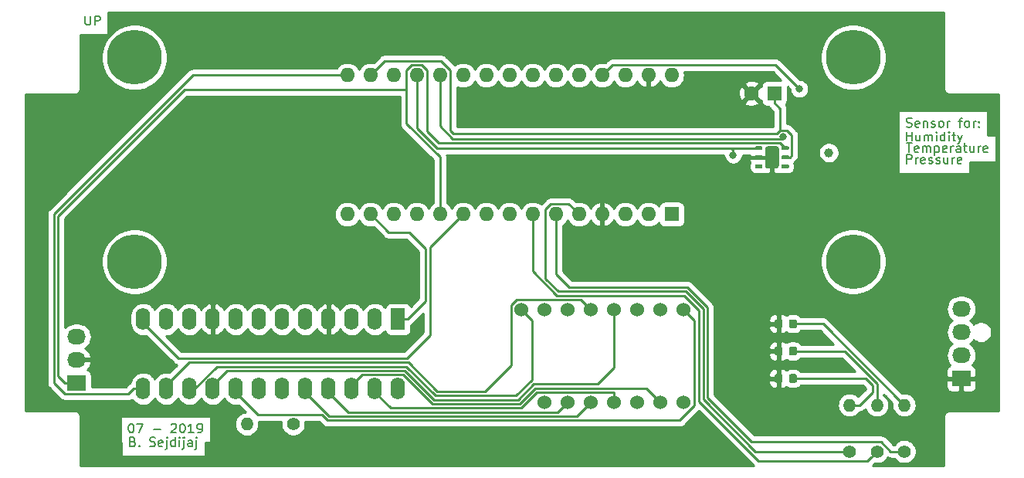
<source format=gbr>
G04 #@! TF.GenerationSoftware,KiCad,Pcbnew,(5.1.0)-1*
G04 #@! TF.CreationDate,2019-07-24T14:01:50+02:00*
G04 #@! TF.ProjectId,AirSensorModule,41697253-656e-4736-9f72-4d6f64756c65,rev?*
G04 #@! TF.SameCoordinates,Original*
G04 #@! TF.FileFunction,Copper,L1,Top*
G04 #@! TF.FilePolarity,Positive*
%FSLAX46Y46*%
G04 Gerber Fmt 4.6, Leading zero omitted, Abs format (unit mm)*
G04 Created by KiCad (PCBNEW (5.1.0)-1) date 2019-07-24 14:01:50*
%MOMM*%
%LPD*%
G04 APERTURE LIST*
%ADD10C,0.150000*%
%ADD11C,1.000000*%
%ADD12R,1.600000X1.600000*%
%ADD13O,1.600000X1.600000*%
%ADD14C,1.600000*%
%ADD15C,1.524000*%
%ADD16R,2.030000X1.730000*%
%ADD17O,2.030000X1.730000*%
%ADD18C,1.400000*%
%ADD19O,1.400000X1.400000*%
%ADD20C,0.100000*%
%ADD21C,1.500000*%
%ADD22C,0.400000*%
%ADD23R,1.600000X2.400000*%
%ADD24O,1.600000X2.400000*%
%ADD25C,0.875000*%
%ADD26C,6.000000*%
%ADD27C,0.800000*%
%ADD28C,0.250000*%
%ADD29C,0.254000*%
G04 APERTURE END LIST*
D10*
X133440476Y-120928571D02*
X133583333Y-120976190D01*
X133630952Y-121023809D01*
X133678571Y-121119047D01*
X133678571Y-121261904D01*
X133630952Y-121357142D01*
X133583333Y-121404761D01*
X133488095Y-121452380D01*
X133107142Y-121452380D01*
X133107142Y-120452380D01*
X133440476Y-120452380D01*
X133535714Y-120500000D01*
X133583333Y-120547619D01*
X133630952Y-120642857D01*
X133630952Y-120738095D01*
X133583333Y-120833333D01*
X133535714Y-120880952D01*
X133440476Y-120928571D01*
X133107142Y-120928571D01*
X134107142Y-121357142D02*
X134154761Y-121404761D01*
X134107142Y-121452380D01*
X134059523Y-121404761D01*
X134107142Y-121357142D01*
X134107142Y-121452380D01*
X135297619Y-121404761D02*
X135440476Y-121452380D01*
X135678571Y-121452380D01*
X135773809Y-121404761D01*
X135821428Y-121357142D01*
X135869047Y-121261904D01*
X135869047Y-121166666D01*
X135821428Y-121071428D01*
X135773809Y-121023809D01*
X135678571Y-120976190D01*
X135488095Y-120928571D01*
X135392857Y-120880952D01*
X135345238Y-120833333D01*
X135297619Y-120738095D01*
X135297619Y-120642857D01*
X135345238Y-120547619D01*
X135392857Y-120500000D01*
X135488095Y-120452380D01*
X135726190Y-120452380D01*
X135869047Y-120500000D01*
X136678571Y-121404761D02*
X136583333Y-121452380D01*
X136392857Y-121452380D01*
X136297619Y-121404761D01*
X136250000Y-121309523D01*
X136250000Y-120928571D01*
X136297619Y-120833333D01*
X136392857Y-120785714D01*
X136583333Y-120785714D01*
X136678571Y-120833333D01*
X136726190Y-120928571D01*
X136726190Y-121023809D01*
X136250000Y-121119047D01*
X137154761Y-120785714D02*
X137154761Y-121642857D01*
X137107142Y-121738095D01*
X137011904Y-121785714D01*
X136964285Y-121785714D01*
X137154761Y-120452380D02*
X137107142Y-120500000D01*
X137154761Y-120547619D01*
X137202380Y-120500000D01*
X137154761Y-120452380D01*
X137154761Y-120547619D01*
X138059523Y-121452380D02*
X138059523Y-120452380D01*
X138059523Y-121404761D02*
X137964285Y-121452380D01*
X137773809Y-121452380D01*
X137678571Y-121404761D01*
X137630952Y-121357142D01*
X137583333Y-121261904D01*
X137583333Y-120976190D01*
X137630952Y-120880952D01*
X137678571Y-120833333D01*
X137773809Y-120785714D01*
X137964285Y-120785714D01*
X138059523Y-120833333D01*
X138535714Y-121452380D02*
X138535714Y-120785714D01*
X138535714Y-120452380D02*
X138488095Y-120500000D01*
X138535714Y-120547619D01*
X138583333Y-120500000D01*
X138535714Y-120452380D01*
X138535714Y-120547619D01*
X139011904Y-120785714D02*
X139011904Y-121642857D01*
X138964285Y-121738095D01*
X138869047Y-121785714D01*
X138821428Y-121785714D01*
X139011904Y-120452380D02*
X138964285Y-120500000D01*
X139011904Y-120547619D01*
X139059523Y-120500000D01*
X139011904Y-120452380D01*
X139011904Y-120547619D01*
X139916666Y-121452380D02*
X139916666Y-120928571D01*
X139869047Y-120833333D01*
X139773809Y-120785714D01*
X139583333Y-120785714D01*
X139488095Y-120833333D01*
X139916666Y-121404761D02*
X139821428Y-121452380D01*
X139583333Y-121452380D01*
X139488095Y-121404761D01*
X139440476Y-121309523D01*
X139440476Y-121214285D01*
X139488095Y-121119047D01*
X139583333Y-121071428D01*
X139821428Y-121071428D01*
X139916666Y-121023809D01*
X140392857Y-120785714D02*
X140392857Y-121642857D01*
X140345238Y-121738095D01*
X140250000Y-121785714D01*
X140202380Y-121785714D01*
X140392857Y-120452380D02*
X140345238Y-120500000D01*
X140392857Y-120547619D01*
X140440476Y-120500000D01*
X140392857Y-120452380D01*
X140392857Y-120547619D01*
X218250000Y-90452380D02*
X218250000Y-89452380D01*
X218630952Y-89452380D01*
X218726190Y-89500000D01*
X218773809Y-89547619D01*
X218821428Y-89642857D01*
X218821428Y-89785714D01*
X218773809Y-89880952D01*
X218726190Y-89928571D01*
X218630952Y-89976190D01*
X218250000Y-89976190D01*
X219250000Y-90452380D02*
X219250000Y-89785714D01*
X219250000Y-89976190D02*
X219297619Y-89880952D01*
X219345238Y-89833333D01*
X219440476Y-89785714D01*
X219535714Y-89785714D01*
X220250000Y-90404761D02*
X220154761Y-90452380D01*
X219964285Y-90452380D01*
X219869047Y-90404761D01*
X219821428Y-90309523D01*
X219821428Y-89928571D01*
X219869047Y-89833333D01*
X219964285Y-89785714D01*
X220154761Y-89785714D01*
X220250000Y-89833333D01*
X220297619Y-89928571D01*
X220297619Y-90023809D01*
X219821428Y-90119047D01*
X220678571Y-90404761D02*
X220773809Y-90452380D01*
X220964285Y-90452380D01*
X221059523Y-90404761D01*
X221107142Y-90309523D01*
X221107142Y-90261904D01*
X221059523Y-90166666D01*
X220964285Y-90119047D01*
X220821428Y-90119047D01*
X220726190Y-90071428D01*
X220678571Y-89976190D01*
X220678571Y-89928571D01*
X220726190Y-89833333D01*
X220821428Y-89785714D01*
X220964285Y-89785714D01*
X221059523Y-89833333D01*
X221488095Y-90404761D02*
X221583333Y-90452380D01*
X221773809Y-90452380D01*
X221869047Y-90404761D01*
X221916666Y-90309523D01*
X221916666Y-90261904D01*
X221869047Y-90166666D01*
X221773809Y-90119047D01*
X221630952Y-90119047D01*
X221535714Y-90071428D01*
X221488095Y-89976190D01*
X221488095Y-89928571D01*
X221535714Y-89833333D01*
X221630952Y-89785714D01*
X221773809Y-89785714D01*
X221869047Y-89833333D01*
X222773809Y-89785714D02*
X222773809Y-90452380D01*
X222345238Y-89785714D02*
X222345238Y-90309523D01*
X222392857Y-90404761D01*
X222488095Y-90452380D01*
X222630952Y-90452380D01*
X222726190Y-90404761D01*
X222773809Y-90357142D01*
X223250000Y-90452380D02*
X223250000Y-89785714D01*
X223250000Y-89976190D02*
X223297619Y-89880952D01*
X223345238Y-89833333D01*
X223440476Y-89785714D01*
X223535714Y-89785714D01*
X224250000Y-90404761D02*
X224154761Y-90452380D01*
X223964285Y-90452380D01*
X223869047Y-90404761D01*
X223821428Y-90309523D01*
X223821428Y-89928571D01*
X223869047Y-89833333D01*
X223964285Y-89785714D01*
X224154761Y-89785714D01*
X224250000Y-89833333D01*
X224297619Y-89928571D01*
X224297619Y-90023809D01*
X223821428Y-90119047D01*
X218250000Y-88202380D02*
X218821428Y-88202380D01*
X218535714Y-89202380D02*
X218535714Y-88202380D01*
X219535714Y-89154761D02*
X219440476Y-89202380D01*
X219250000Y-89202380D01*
X219154761Y-89154761D01*
X219107142Y-89059523D01*
X219107142Y-88678571D01*
X219154761Y-88583333D01*
X219250000Y-88535714D01*
X219440476Y-88535714D01*
X219535714Y-88583333D01*
X219583333Y-88678571D01*
X219583333Y-88773809D01*
X219107142Y-88869047D01*
X220011904Y-89202380D02*
X220011904Y-88535714D01*
X220011904Y-88630952D02*
X220059523Y-88583333D01*
X220154761Y-88535714D01*
X220297619Y-88535714D01*
X220392857Y-88583333D01*
X220440476Y-88678571D01*
X220440476Y-89202380D01*
X220440476Y-88678571D02*
X220488095Y-88583333D01*
X220583333Y-88535714D01*
X220726190Y-88535714D01*
X220821428Y-88583333D01*
X220869047Y-88678571D01*
X220869047Y-89202380D01*
X221345238Y-88535714D02*
X221345238Y-89535714D01*
X221345238Y-88583333D02*
X221440476Y-88535714D01*
X221630952Y-88535714D01*
X221726190Y-88583333D01*
X221773809Y-88630952D01*
X221821428Y-88726190D01*
X221821428Y-89011904D01*
X221773809Y-89107142D01*
X221726190Y-89154761D01*
X221630952Y-89202380D01*
X221440476Y-89202380D01*
X221345238Y-89154761D01*
X222630952Y-89154761D02*
X222535714Y-89202380D01*
X222345238Y-89202380D01*
X222250000Y-89154761D01*
X222202380Y-89059523D01*
X222202380Y-88678571D01*
X222250000Y-88583333D01*
X222345238Y-88535714D01*
X222535714Y-88535714D01*
X222630952Y-88583333D01*
X222678571Y-88678571D01*
X222678571Y-88773809D01*
X222202380Y-88869047D01*
X223107142Y-89202380D02*
X223107142Y-88535714D01*
X223107142Y-88726190D02*
X223154761Y-88630952D01*
X223202380Y-88583333D01*
X223297619Y-88535714D01*
X223392857Y-88535714D01*
X224154761Y-89202380D02*
X224154761Y-88678571D01*
X224107142Y-88583333D01*
X224011904Y-88535714D01*
X223821428Y-88535714D01*
X223726190Y-88583333D01*
X224154761Y-89154761D02*
X224059523Y-89202380D01*
X223821428Y-89202380D01*
X223726190Y-89154761D01*
X223678571Y-89059523D01*
X223678571Y-88964285D01*
X223726190Y-88869047D01*
X223821428Y-88821428D01*
X224059523Y-88821428D01*
X224154761Y-88773809D01*
X224488095Y-88535714D02*
X224869047Y-88535714D01*
X224630952Y-88202380D02*
X224630952Y-89059523D01*
X224678571Y-89154761D01*
X224773809Y-89202380D01*
X224869047Y-89202380D01*
X225630952Y-88535714D02*
X225630952Y-89202380D01*
X225202380Y-88535714D02*
X225202380Y-89059523D01*
X225250000Y-89154761D01*
X225345238Y-89202380D01*
X225488095Y-89202380D01*
X225583333Y-89154761D01*
X225630952Y-89107142D01*
X226107142Y-89202380D02*
X226107142Y-88535714D01*
X226107142Y-88726190D02*
X226154761Y-88630952D01*
X226202380Y-88583333D01*
X226297619Y-88535714D01*
X226392857Y-88535714D01*
X227107142Y-89154761D02*
X227011904Y-89202380D01*
X226821428Y-89202380D01*
X226726190Y-89154761D01*
X226678571Y-89059523D01*
X226678571Y-88678571D01*
X226726190Y-88583333D01*
X226821428Y-88535714D01*
X227011904Y-88535714D01*
X227107142Y-88583333D01*
X227154761Y-88678571D01*
X227154761Y-88773809D01*
X226678571Y-88869047D01*
X218250000Y-87952380D02*
X218250000Y-86952380D01*
X218250000Y-87428571D02*
X218821428Y-87428571D01*
X218821428Y-87952380D02*
X218821428Y-86952380D01*
X219726190Y-87285714D02*
X219726190Y-87952380D01*
X219297619Y-87285714D02*
X219297619Y-87809523D01*
X219345238Y-87904761D01*
X219440476Y-87952380D01*
X219583333Y-87952380D01*
X219678571Y-87904761D01*
X219726190Y-87857142D01*
X220202380Y-87952380D02*
X220202380Y-87285714D01*
X220202380Y-87380952D02*
X220250000Y-87333333D01*
X220345238Y-87285714D01*
X220488095Y-87285714D01*
X220583333Y-87333333D01*
X220630952Y-87428571D01*
X220630952Y-87952380D01*
X220630952Y-87428571D02*
X220678571Y-87333333D01*
X220773809Y-87285714D01*
X220916666Y-87285714D01*
X221011904Y-87333333D01*
X221059523Y-87428571D01*
X221059523Y-87952380D01*
X221535714Y-87952380D02*
X221535714Y-87285714D01*
X221535714Y-86952380D02*
X221488095Y-87000000D01*
X221535714Y-87047619D01*
X221583333Y-87000000D01*
X221535714Y-86952380D01*
X221535714Y-87047619D01*
X222440476Y-87952380D02*
X222440476Y-86952380D01*
X222440476Y-87904761D02*
X222345238Y-87952380D01*
X222154761Y-87952380D01*
X222059523Y-87904761D01*
X222011904Y-87857142D01*
X221964285Y-87761904D01*
X221964285Y-87476190D01*
X222011904Y-87380952D01*
X222059523Y-87333333D01*
X222154761Y-87285714D01*
X222345238Y-87285714D01*
X222440476Y-87333333D01*
X222916666Y-87952380D02*
X222916666Y-87285714D01*
X222916666Y-86952380D02*
X222869047Y-87000000D01*
X222916666Y-87047619D01*
X222964285Y-87000000D01*
X222916666Y-86952380D01*
X222916666Y-87047619D01*
X223250000Y-87285714D02*
X223630952Y-87285714D01*
X223392857Y-86952380D02*
X223392857Y-87809523D01*
X223440476Y-87904761D01*
X223535714Y-87952380D01*
X223630952Y-87952380D01*
X223869047Y-87285714D02*
X224107142Y-87952380D01*
X224345238Y-87285714D02*
X224107142Y-87952380D01*
X224011904Y-88190476D01*
X223964285Y-88238095D01*
X223869047Y-88285714D01*
X218250000Y-86404761D02*
X218392857Y-86452380D01*
X218630952Y-86452380D01*
X218726190Y-86404761D01*
X218773809Y-86357142D01*
X218821428Y-86261904D01*
X218821428Y-86166666D01*
X218773809Y-86071428D01*
X218726190Y-86023809D01*
X218630952Y-85976190D01*
X218440476Y-85928571D01*
X218345238Y-85880952D01*
X218297619Y-85833333D01*
X218250000Y-85738095D01*
X218250000Y-85642857D01*
X218297619Y-85547619D01*
X218345238Y-85500000D01*
X218440476Y-85452380D01*
X218678571Y-85452380D01*
X218821428Y-85500000D01*
X219630952Y-86404761D02*
X219535714Y-86452380D01*
X219345238Y-86452380D01*
X219250000Y-86404761D01*
X219202380Y-86309523D01*
X219202380Y-85928571D01*
X219250000Y-85833333D01*
X219345238Y-85785714D01*
X219535714Y-85785714D01*
X219630952Y-85833333D01*
X219678571Y-85928571D01*
X219678571Y-86023809D01*
X219202380Y-86119047D01*
X220107142Y-85785714D02*
X220107142Y-86452380D01*
X220107142Y-85880952D02*
X220154761Y-85833333D01*
X220250000Y-85785714D01*
X220392857Y-85785714D01*
X220488095Y-85833333D01*
X220535714Y-85928571D01*
X220535714Y-86452380D01*
X220964285Y-86404761D02*
X221059523Y-86452380D01*
X221250000Y-86452380D01*
X221345238Y-86404761D01*
X221392857Y-86309523D01*
X221392857Y-86261904D01*
X221345238Y-86166666D01*
X221250000Y-86119047D01*
X221107142Y-86119047D01*
X221011904Y-86071428D01*
X220964285Y-85976190D01*
X220964285Y-85928571D01*
X221011904Y-85833333D01*
X221107142Y-85785714D01*
X221250000Y-85785714D01*
X221345238Y-85833333D01*
X221964285Y-86452380D02*
X221869047Y-86404761D01*
X221821428Y-86357142D01*
X221773809Y-86261904D01*
X221773809Y-85976190D01*
X221821428Y-85880952D01*
X221869047Y-85833333D01*
X221964285Y-85785714D01*
X222107142Y-85785714D01*
X222202380Y-85833333D01*
X222250000Y-85880952D01*
X222297619Y-85976190D01*
X222297619Y-86261904D01*
X222250000Y-86357142D01*
X222202380Y-86404761D01*
X222107142Y-86452380D01*
X221964285Y-86452380D01*
X222726190Y-86452380D02*
X222726190Y-85785714D01*
X222726190Y-85976190D02*
X222773809Y-85880952D01*
X222821428Y-85833333D01*
X222916666Y-85785714D01*
X223011904Y-85785714D01*
X223964285Y-85785714D02*
X224345238Y-85785714D01*
X224107142Y-86452380D02*
X224107142Y-85595238D01*
X224154761Y-85500000D01*
X224250000Y-85452380D01*
X224345238Y-85452380D01*
X224821428Y-86452380D02*
X224726190Y-86404761D01*
X224678571Y-86357142D01*
X224630952Y-86261904D01*
X224630952Y-85976190D01*
X224678571Y-85880952D01*
X224726190Y-85833333D01*
X224821428Y-85785714D01*
X224964285Y-85785714D01*
X225059523Y-85833333D01*
X225107142Y-85880952D01*
X225154761Y-85976190D01*
X225154761Y-86261904D01*
X225107142Y-86357142D01*
X225059523Y-86404761D01*
X224964285Y-86452380D01*
X224821428Y-86452380D01*
X225583333Y-86452380D02*
X225583333Y-85785714D01*
X225583333Y-85976190D02*
X225630952Y-85880952D01*
X225678571Y-85833333D01*
X225773809Y-85785714D01*
X225869047Y-85785714D01*
X226202380Y-86357142D02*
X226250000Y-86404761D01*
X226202380Y-86452380D01*
X226154761Y-86404761D01*
X226202380Y-86357142D01*
X226202380Y-86452380D01*
X226202380Y-85833333D02*
X226250000Y-85880952D01*
X226202380Y-85928571D01*
X226154761Y-85880952D01*
X226202380Y-85833333D01*
X226202380Y-85928571D01*
X133190476Y-118952380D02*
X133285714Y-118952380D01*
X133380952Y-119000000D01*
X133428571Y-119047619D01*
X133476190Y-119142857D01*
X133523809Y-119333333D01*
X133523809Y-119571428D01*
X133476190Y-119761904D01*
X133428571Y-119857142D01*
X133380952Y-119904761D01*
X133285714Y-119952380D01*
X133190476Y-119952380D01*
X133095238Y-119904761D01*
X133047619Y-119857142D01*
X133000000Y-119761904D01*
X132952380Y-119571428D01*
X132952380Y-119333333D01*
X133000000Y-119142857D01*
X133047619Y-119047619D01*
X133095238Y-119000000D01*
X133190476Y-118952380D01*
X133857142Y-118952380D02*
X134523809Y-118952380D01*
X134095238Y-119952380D01*
X135666666Y-119571428D02*
X136428571Y-119571428D01*
X137619047Y-119047619D02*
X137666666Y-119000000D01*
X137761904Y-118952380D01*
X138000000Y-118952380D01*
X138095238Y-119000000D01*
X138142857Y-119047619D01*
X138190476Y-119142857D01*
X138190476Y-119238095D01*
X138142857Y-119380952D01*
X137571428Y-119952380D01*
X138190476Y-119952380D01*
X138809523Y-118952380D02*
X138904761Y-118952380D01*
X139000000Y-119000000D01*
X139047619Y-119047619D01*
X139095238Y-119142857D01*
X139142857Y-119333333D01*
X139142857Y-119571428D01*
X139095238Y-119761904D01*
X139047619Y-119857142D01*
X139000000Y-119904761D01*
X138904761Y-119952380D01*
X138809523Y-119952380D01*
X138714285Y-119904761D01*
X138666666Y-119857142D01*
X138619047Y-119761904D01*
X138571428Y-119571428D01*
X138571428Y-119333333D01*
X138619047Y-119142857D01*
X138666666Y-119047619D01*
X138714285Y-119000000D01*
X138809523Y-118952380D01*
X140095238Y-119952380D02*
X139523809Y-119952380D01*
X139809523Y-119952380D02*
X139809523Y-118952380D01*
X139714285Y-119095238D01*
X139619047Y-119190476D01*
X139523809Y-119238095D01*
X140571428Y-119952380D02*
X140761904Y-119952380D01*
X140857142Y-119904761D01*
X140904761Y-119857142D01*
X141000000Y-119714285D01*
X141047619Y-119523809D01*
X141047619Y-119142857D01*
X141000000Y-119047619D01*
X140952380Y-119000000D01*
X140857142Y-118952380D01*
X140666666Y-118952380D01*
X140571428Y-119000000D01*
X140523809Y-119047619D01*
X140476190Y-119142857D01*
X140476190Y-119380952D01*
X140523809Y-119476190D01*
X140571428Y-119523809D01*
X140666666Y-119571428D01*
X140857142Y-119571428D01*
X140952380Y-119523809D01*
X141000000Y-119476190D01*
X141047619Y-119380952D01*
X128214285Y-74252380D02*
X128214285Y-75061904D01*
X128261904Y-75157142D01*
X128309523Y-75204761D01*
X128404761Y-75252380D01*
X128595238Y-75252380D01*
X128690476Y-75204761D01*
X128738095Y-75157142D01*
X128785714Y-75061904D01*
X128785714Y-74252380D01*
X129261904Y-75252380D02*
X129261904Y-74252380D01*
X129642857Y-74252380D01*
X129738095Y-74300000D01*
X129785714Y-74347619D01*
X129833333Y-74442857D01*
X129833333Y-74585714D01*
X129785714Y-74680952D01*
X129738095Y-74728571D01*
X129642857Y-74776190D01*
X129261904Y-74776190D01*
D11*
X209730000Y-89250000D03*
D12*
X192500000Y-96000000D03*
D13*
X159480000Y-80760000D03*
X189960000Y-96000000D03*
X162020000Y-80760000D03*
X187420000Y-96000000D03*
X164560000Y-80760000D03*
X184880000Y-96000000D03*
X167100000Y-80760000D03*
X182340000Y-96000000D03*
X169640000Y-80760000D03*
X179800000Y-96000000D03*
X172180000Y-80760000D03*
X177260000Y-96000000D03*
X174720000Y-80760000D03*
X174720000Y-96000000D03*
X177260000Y-80760000D03*
X172180000Y-96000000D03*
X179800000Y-80760000D03*
X169640000Y-96000000D03*
X182340000Y-80760000D03*
X167100000Y-96000000D03*
X184880000Y-80760000D03*
X164560000Y-96000000D03*
X187420000Y-80760000D03*
X162020000Y-96000000D03*
X189960000Y-80760000D03*
X159480000Y-96000000D03*
X192500000Y-80760000D03*
X156940000Y-96000000D03*
X156940000Y-80760000D03*
D12*
X203750000Y-82750000D03*
D14*
X201250000Y-82750000D03*
D15*
X178540000Y-116600000D03*
X181080000Y-116600000D03*
X183620000Y-116600000D03*
X186160000Y-116600000D03*
X188700000Y-116600000D03*
X191240000Y-116600000D03*
X193780000Y-116600000D03*
X193780000Y-106440000D03*
X191240000Y-106440000D03*
X188700000Y-106440000D03*
X186160000Y-106440000D03*
X183620000Y-106440000D03*
X181080000Y-106440000D03*
X178540000Y-106440000D03*
X176000000Y-106440000D03*
D16*
X224250000Y-114000000D03*
D17*
X224250000Y-111460000D03*
X224250000Y-108920000D03*
X224250000Y-106380000D03*
D16*
X127250000Y-114500000D03*
D17*
X127250000Y-111960000D03*
X127250000Y-109420000D03*
D18*
X151000000Y-119000000D03*
D19*
X145920000Y-119000000D03*
D20*
G36*
X204024054Y-88551206D02*
G01*
X204048371Y-88554813D01*
X204072217Y-88560786D01*
X204095363Y-88569068D01*
X204117585Y-88579579D01*
X204138671Y-88592217D01*
X204158416Y-88606861D01*
X204176631Y-88623369D01*
X204193139Y-88641584D01*
X204207783Y-88661329D01*
X204220421Y-88682415D01*
X204230932Y-88704637D01*
X204239214Y-88727783D01*
X204245187Y-88751629D01*
X204248794Y-88775946D01*
X204250000Y-88800499D01*
X204250000Y-90699501D01*
X204248794Y-90724054D01*
X204245187Y-90748371D01*
X204239214Y-90772217D01*
X204230932Y-90795363D01*
X204220421Y-90817585D01*
X204207783Y-90838671D01*
X204193139Y-90858416D01*
X204176631Y-90876631D01*
X204158416Y-90893139D01*
X204138671Y-90907783D01*
X204117585Y-90920421D01*
X204095363Y-90930932D01*
X204072217Y-90939214D01*
X204048371Y-90945187D01*
X204024054Y-90948794D01*
X203999501Y-90950000D01*
X203000499Y-90950000D01*
X202975946Y-90948794D01*
X202951629Y-90945187D01*
X202927783Y-90939214D01*
X202904637Y-90930932D01*
X202882415Y-90920421D01*
X202861329Y-90907783D01*
X202841584Y-90893139D01*
X202823369Y-90876631D01*
X202806861Y-90858416D01*
X202792217Y-90838671D01*
X202779579Y-90817585D01*
X202769068Y-90795363D01*
X202760786Y-90772217D01*
X202754813Y-90748371D01*
X202751206Y-90724054D01*
X202750000Y-90699501D01*
X202750000Y-88800499D01*
X202751206Y-88775946D01*
X202754813Y-88751629D01*
X202760786Y-88727783D01*
X202769068Y-88704637D01*
X202779579Y-88682415D01*
X202792217Y-88661329D01*
X202806861Y-88641584D01*
X202823369Y-88623369D01*
X202841584Y-88606861D01*
X202861329Y-88592217D01*
X202882415Y-88579579D01*
X202904637Y-88569068D01*
X202927783Y-88560786D01*
X202951629Y-88554813D01*
X202975946Y-88551206D01*
X203000499Y-88550000D01*
X203999501Y-88550000D01*
X204024054Y-88551206D01*
X204024054Y-88551206D01*
G37*
D21*
X203500000Y-89750000D03*
D20*
G36*
X202359802Y-88550482D02*
G01*
X202369509Y-88551921D01*
X202379028Y-88554306D01*
X202388268Y-88557612D01*
X202397140Y-88561808D01*
X202405557Y-88566853D01*
X202413439Y-88572699D01*
X202420711Y-88579289D01*
X202427301Y-88586561D01*
X202433147Y-88594443D01*
X202438192Y-88602860D01*
X202442388Y-88611732D01*
X202445694Y-88620972D01*
X202448079Y-88630491D01*
X202449518Y-88640198D01*
X202450000Y-88650000D01*
X202450000Y-88850000D01*
X202449518Y-88859802D01*
X202448079Y-88869509D01*
X202445694Y-88879028D01*
X202442388Y-88888268D01*
X202438192Y-88897140D01*
X202433147Y-88905557D01*
X202427301Y-88913439D01*
X202420711Y-88920711D01*
X202413439Y-88927301D01*
X202405557Y-88933147D01*
X202397140Y-88938192D01*
X202388268Y-88942388D01*
X202379028Y-88945694D01*
X202369509Y-88948079D01*
X202359802Y-88949518D01*
X202350000Y-88950000D01*
X201750000Y-88950000D01*
X201740198Y-88949518D01*
X201730491Y-88948079D01*
X201720972Y-88945694D01*
X201711732Y-88942388D01*
X201702860Y-88938192D01*
X201694443Y-88933147D01*
X201686561Y-88927301D01*
X201679289Y-88920711D01*
X201672699Y-88913439D01*
X201666853Y-88905557D01*
X201661808Y-88897140D01*
X201657612Y-88888268D01*
X201654306Y-88879028D01*
X201651921Y-88869509D01*
X201650482Y-88859802D01*
X201650000Y-88850000D01*
X201650000Y-88650000D01*
X201650482Y-88640198D01*
X201651921Y-88630491D01*
X201654306Y-88620972D01*
X201657612Y-88611732D01*
X201661808Y-88602860D01*
X201666853Y-88594443D01*
X201672699Y-88586561D01*
X201679289Y-88579289D01*
X201686561Y-88572699D01*
X201694443Y-88566853D01*
X201702860Y-88561808D01*
X201711732Y-88557612D01*
X201720972Y-88554306D01*
X201730491Y-88551921D01*
X201740198Y-88550482D01*
X201750000Y-88550000D01*
X202350000Y-88550000D01*
X202359802Y-88550482D01*
X202359802Y-88550482D01*
G37*
D22*
X202050000Y-88750000D03*
D20*
G36*
X202359802Y-89550482D02*
G01*
X202369509Y-89551921D01*
X202379028Y-89554306D01*
X202388268Y-89557612D01*
X202397140Y-89561808D01*
X202405557Y-89566853D01*
X202413439Y-89572699D01*
X202420711Y-89579289D01*
X202427301Y-89586561D01*
X202433147Y-89594443D01*
X202438192Y-89602860D01*
X202442388Y-89611732D01*
X202445694Y-89620972D01*
X202448079Y-89630491D01*
X202449518Y-89640198D01*
X202450000Y-89650000D01*
X202450000Y-89850000D01*
X202449518Y-89859802D01*
X202448079Y-89869509D01*
X202445694Y-89879028D01*
X202442388Y-89888268D01*
X202438192Y-89897140D01*
X202433147Y-89905557D01*
X202427301Y-89913439D01*
X202420711Y-89920711D01*
X202413439Y-89927301D01*
X202405557Y-89933147D01*
X202397140Y-89938192D01*
X202388268Y-89942388D01*
X202379028Y-89945694D01*
X202369509Y-89948079D01*
X202359802Y-89949518D01*
X202350000Y-89950000D01*
X201750000Y-89950000D01*
X201740198Y-89949518D01*
X201730491Y-89948079D01*
X201720972Y-89945694D01*
X201711732Y-89942388D01*
X201702860Y-89938192D01*
X201694443Y-89933147D01*
X201686561Y-89927301D01*
X201679289Y-89920711D01*
X201672699Y-89913439D01*
X201666853Y-89905557D01*
X201661808Y-89897140D01*
X201657612Y-89888268D01*
X201654306Y-89879028D01*
X201651921Y-89869509D01*
X201650482Y-89859802D01*
X201650000Y-89850000D01*
X201650000Y-89650000D01*
X201650482Y-89640198D01*
X201651921Y-89630491D01*
X201654306Y-89620972D01*
X201657612Y-89611732D01*
X201661808Y-89602860D01*
X201666853Y-89594443D01*
X201672699Y-89586561D01*
X201679289Y-89579289D01*
X201686561Y-89572699D01*
X201694443Y-89566853D01*
X201702860Y-89561808D01*
X201711732Y-89557612D01*
X201720972Y-89554306D01*
X201730491Y-89551921D01*
X201740198Y-89550482D01*
X201750000Y-89550000D01*
X202350000Y-89550000D01*
X202359802Y-89550482D01*
X202359802Y-89550482D01*
G37*
D22*
X202050000Y-89750000D03*
D20*
G36*
X202359802Y-90550482D02*
G01*
X202369509Y-90551921D01*
X202379028Y-90554306D01*
X202388268Y-90557612D01*
X202397140Y-90561808D01*
X202405557Y-90566853D01*
X202413439Y-90572699D01*
X202420711Y-90579289D01*
X202427301Y-90586561D01*
X202433147Y-90594443D01*
X202438192Y-90602860D01*
X202442388Y-90611732D01*
X202445694Y-90620972D01*
X202448079Y-90630491D01*
X202449518Y-90640198D01*
X202450000Y-90650000D01*
X202450000Y-90850000D01*
X202449518Y-90859802D01*
X202448079Y-90869509D01*
X202445694Y-90879028D01*
X202442388Y-90888268D01*
X202438192Y-90897140D01*
X202433147Y-90905557D01*
X202427301Y-90913439D01*
X202420711Y-90920711D01*
X202413439Y-90927301D01*
X202405557Y-90933147D01*
X202397140Y-90938192D01*
X202388268Y-90942388D01*
X202379028Y-90945694D01*
X202369509Y-90948079D01*
X202359802Y-90949518D01*
X202350000Y-90950000D01*
X201750000Y-90950000D01*
X201740198Y-90949518D01*
X201730491Y-90948079D01*
X201720972Y-90945694D01*
X201711732Y-90942388D01*
X201702860Y-90938192D01*
X201694443Y-90933147D01*
X201686561Y-90927301D01*
X201679289Y-90920711D01*
X201672699Y-90913439D01*
X201666853Y-90905557D01*
X201661808Y-90897140D01*
X201657612Y-90888268D01*
X201654306Y-90879028D01*
X201651921Y-90869509D01*
X201650482Y-90859802D01*
X201650000Y-90850000D01*
X201650000Y-90650000D01*
X201650482Y-90640198D01*
X201651921Y-90630491D01*
X201654306Y-90620972D01*
X201657612Y-90611732D01*
X201661808Y-90602860D01*
X201666853Y-90594443D01*
X201672699Y-90586561D01*
X201679289Y-90579289D01*
X201686561Y-90572699D01*
X201694443Y-90566853D01*
X201702860Y-90561808D01*
X201711732Y-90557612D01*
X201720972Y-90554306D01*
X201730491Y-90551921D01*
X201740198Y-90550482D01*
X201750000Y-90550000D01*
X202350000Y-90550000D01*
X202359802Y-90550482D01*
X202359802Y-90550482D01*
G37*
D22*
X202050000Y-90750000D03*
D20*
G36*
X205259802Y-90550482D02*
G01*
X205269509Y-90551921D01*
X205279028Y-90554306D01*
X205288268Y-90557612D01*
X205297140Y-90561808D01*
X205305557Y-90566853D01*
X205313439Y-90572699D01*
X205320711Y-90579289D01*
X205327301Y-90586561D01*
X205333147Y-90594443D01*
X205338192Y-90602860D01*
X205342388Y-90611732D01*
X205345694Y-90620972D01*
X205348079Y-90630491D01*
X205349518Y-90640198D01*
X205350000Y-90650000D01*
X205350000Y-90850000D01*
X205349518Y-90859802D01*
X205348079Y-90869509D01*
X205345694Y-90879028D01*
X205342388Y-90888268D01*
X205338192Y-90897140D01*
X205333147Y-90905557D01*
X205327301Y-90913439D01*
X205320711Y-90920711D01*
X205313439Y-90927301D01*
X205305557Y-90933147D01*
X205297140Y-90938192D01*
X205288268Y-90942388D01*
X205279028Y-90945694D01*
X205269509Y-90948079D01*
X205259802Y-90949518D01*
X205250000Y-90950000D01*
X204650000Y-90950000D01*
X204640198Y-90949518D01*
X204630491Y-90948079D01*
X204620972Y-90945694D01*
X204611732Y-90942388D01*
X204602860Y-90938192D01*
X204594443Y-90933147D01*
X204586561Y-90927301D01*
X204579289Y-90920711D01*
X204572699Y-90913439D01*
X204566853Y-90905557D01*
X204561808Y-90897140D01*
X204557612Y-90888268D01*
X204554306Y-90879028D01*
X204551921Y-90869509D01*
X204550482Y-90859802D01*
X204550000Y-90850000D01*
X204550000Y-90650000D01*
X204550482Y-90640198D01*
X204551921Y-90630491D01*
X204554306Y-90620972D01*
X204557612Y-90611732D01*
X204561808Y-90602860D01*
X204566853Y-90594443D01*
X204572699Y-90586561D01*
X204579289Y-90579289D01*
X204586561Y-90572699D01*
X204594443Y-90566853D01*
X204602860Y-90561808D01*
X204611732Y-90557612D01*
X204620972Y-90554306D01*
X204630491Y-90551921D01*
X204640198Y-90550482D01*
X204650000Y-90550000D01*
X205250000Y-90550000D01*
X205259802Y-90550482D01*
X205259802Y-90550482D01*
G37*
D22*
X204950000Y-90750000D03*
D20*
G36*
X205259802Y-89550482D02*
G01*
X205269509Y-89551921D01*
X205279028Y-89554306D01*
X205288268Y-89557612D01*
X205297140Y-89561808D01*
X205305557Y-89566853D01*
X205313439Y-89572699D01*
X205320711Y-89579289D01*
X205327301Y-89586561D01*
X205333147Y-89594443D01*
X205338192Y-89602860D01*
X205342388Y-89611732D01*
X205345694Y-89620972D01*
X205348079Y-89630491D01*
X205349518Y-89640198D01*
X205350000Y-89650000D01*
X205350000Y-89850000D01*
X205349518Y-89859802D01*
X205348079Y-89869509D01*
X205345694Y-89879028D01*
X205342388Y-89888268D01*
X205338192Y-89897140D01*
X205333147Y-89905557D01*
X205327301Y-89913439D01*
X205320711Y-89920711D01*
X205313439Y-89927301D01*
X205305557Y-89933147D01*
X205297140Y-89938192D01*
X205288268Y-89942388D01*
X205279028Y-89945694D01*
X205269509Y-89948079D01*
X205259802Y-89949518D01*
X205250000Y-89950000D01*
X204650000Y-89950000D01*
X204640198Y-89949518D01*
X204630491Y-89948079D01*
X204620972Y-89945694D01*
X204611732Y-89942388D01*
X204602860Y-89938192D01*
X204594443Y-89933147D01*
X204586561Y-89927301D01*
X204579289Y-89920711D01*
X204572699Y-89913439D01*
X204566853Y-89905557D01*
X204561808Y-89897140D01*
X204557612Y-89888268D01*
X204554306Y-89879028D01*
X204551921Y-89869509D01*
X204550482Y-89859802D01*
X204550000Y-89850000D01*
X204550000Y-89650000D01*
X204550482Y-89640198D01*
X204551921Y-89630491D01*
X204554306Y-89620972D01*
X204557612Y-89611732D01*
X204561808Y-89602860D01*
X204566853Y-89594443D01*
X204572699Y-89586561D01*
X204579289Y-89579289D01*
X204586561Y-89572699D01*
X204594443Y-89566853D01*
X204602860Y-89561808D01*
X204611732Y-89557612D01*
X204620972Y-89554306D01*
X204630491Y-89551921D01*
X204640198Y-89550482D01*
X204650000Y-89550000D01*
X205250000Y-89550000D01*
X205259802Y-89550482D01*
X205259802Y-89550482D01*
G37*
D22*
X204950000Y-89750000D03*
D20*
G36*
X205259802Y-88550482D02*
G01*
X205269509Y-88551921D01*
X205279028Y-88554306D01*
X205288268Y-88557612D01*
X205297140Y-88561808D01*
X205305557Y-88566853D01*
X205313439Y-88572699D01*
X205320711Y-88579289D01*
X205327301Y-88586561D01*
X205333147Y-88594443D01*
X205338192Y-88602860D01*
X205342388Y-88611732D01*
X205345694Y-88620972D01*
X205348079Y-88630491D01*
X205349518Y-88640198D01*
X205350000Y-88650000D01*
X205350000Y-88850000D01*
X205349518Y-88859802D01*
X205348079Y-88869509D01*
X205345694Y-88879028D01*
X205342388Y-88888268D01*
X205338192Y-88897140D01*
X205333147Y-88905557D01*
X205327301Y-88913439D01*
X205320711Y-88920711D01*
X205313439Y-88927301D01*
X205305557Y-88933147D01*
X205297140Y-88938192D01*
X205288268Y-88942388D01*
X205279028Y-88945694D01*
X205269509Y-88948079D01*
X205259802Y-88949518D01*
X205250000Y-88950000D01*
X204650000Y-88950000D01*
X204640198Y-88949518D01*
X204630491Y-88948079D01*
X204620972Y-88945694D01*
X204611732Y-88942388D01*
X204602860Y-88938192D01*
X204594443Y-88933147D01*
X204586561Y-88927301D01*
X204579289Y-88920711D01*
X204572699Y-88913439D01*
X204566853Y-88905557D01*
X204561808Y-88897140D01*
X204557612Y-88888268D01*
X204554306Y-88879028D01*
X204551921Y-88869509D01*
X204550482Y-88859802D01*
X204550000Y-88850000D01*
X204550000Y-88650000D01*
X204550482Y-88640198D01*
X204551921Y-88630491D01*
X204554306Y-88620972D01*
X204557612Y-88611732D01*
X204561808Y-88602860D01*
X204566853Y-88594443D01*
X204572699Y-88586561D01*
X204579289Y-88579289D01*
X204586561Y-88572699D01*
X204594443Y-88566853D01*
X204602860Y-88561808D01*
X204611732Y-88557612D01*
X204620972Y-88554306D01*
X204630491Y-88551921D01*
X204640198Y-88550482D01*
X204650000Y-88550000D01*
X205250000Y-88550000D01*
X205259802Y-88550482D01*
X205259802Y-88550482D01*
G37*
D22*
X204950000Y-88750000D03*
D23*
X162500000Y-107500000D03*
D24*
X134560000Y-115120000D03*
X159960000Y-107500000D03*
X137100000Y-115120000D03*
X157420000Y-107500000D03*
X139640000Y-115120000D03*
X154880000Y-107500000D03*
X142180000Y-115120000D03*
X152340000Y-107500000D03*
X144720000Y-115120000D03*
X149800000Y-107500000D03*
X147260000Y-115120000D03*
X147260000Y-107500000D03*
X149800000Y-115120000D03*
X144720000Y-107500000D03*
X152340000Y-115120000D03*
X142180000Y-107500000D03*
X154880000Y-115120000D03*
X139640000Y-107500000D03*
X157420000Y-115120000D03*
X137100000Y-107500000D03*
X159960000Y-115120000D03*
X134560000Y-107500000D03*
X162500000Y-115120000D03*
D20*
G36*
X204452691Y-113526053D02*
G01*
X204473926Y-113529203D01*
X204494750Y-113534419D01*
X204514962Y-113541651D01*
X204534368Y-113550830D01*
X204552781Y-113561866D01*
X204570024Y-113574654D01*
X204585930Y-113589070D01*
X204600346Y-113604976D01*
X204613134Y-113622219D01*
X204624170Y-113640632D01*
X204633349Y-113660038D01*
X204640581Y-113680250D01*
X204645797Y-113701074D01*
X204648947Y-113722309D01*
X204650000Y-113743750D01*
X204650000Y-114256250D01*
X204648947Y-114277691D01*
X204645797Y-114298926D01*
X204640581Y-114319750D01*
X204633349Y-114339962D01*
X204624170Y-114359368D01*
X204613134Y-114377781D01*
X204600346Y-114395024D01*
X204585930Y-114410930D01*
X204570024Y-114425346D01*
X204552781Y-114438134D01*
X204534368Y-114449170D01*
X204514962Y-114458349D01*
X204494750Y-114465581D01*
X204473926Y-114470797D01*
X204452691Y-114473947D01*
X204431250Y-114475000D01*
X203993750Y-114475000D01*
X203972309Y-114473947D01*
X203951074Y-114470797D01*
X203930250Y-114465581D01*
X203910038Y-114458349D01*
X203890632Y-114449170D01*
X203872219Y-114438134D01*
X203854976Y-114425346D01*
X203839070Y-114410930D01*
X203824654Y-114395024D01*
X203811866Y-114377781D01*
X203800830Y-114359368D01*
X203791651Y-114339962D01*
X203784419Y-114319750D01*
X203779203Y-114298926D01*
X203776053Y-114277691D01*
X203775000Y-114256250D01*
X203775000Y-113743750D01*
X203776053Y-113722309D01*
X203779203Y-113701074D01*
X203784419Y-113680250D01*
X203791651Y-113660038D01*
X203800830Y-113640632D01*
X203811866Y-113622219D01*
X203824654Y-113604976D01*
X203839070Y-113589070D01*
X203854976Y-113574654D01*
X203872219Y-113561866D01*
X203890632Y-113550830D01*
X203910038Y-113541651D01*
X203930250Y-113534419D01*
X203951074Y-113529203D01*
X203972309Y-113526053D01*
X203993750Y-113525000D01*
X204431250Y-113525000D01*
X204452691Y-113526053D01*
X204452691Y-113526053D01*
G37*
D25*
X204212500Y-114000000D03*
D20*
G36*
X206027691Y-113526053D02*
G01*
X206048926Y-113529203D01*
X206069750Y-113534419D01*
X206089962Y-113541651D01*
X206109368Y-113550830D01*
X206127781Y-113561866D01*
X206145024Y-113574654D01*
X206160930Y-113589070D01*
X206175346Y-113604976D01*
X206188134Y-113622219D01*
X206199170Y-113640632D01*
X206208349Y-113660038D01*
X206215581Y-113680250D01*
X206220797Y-113701074D01*
X206223947Y-113722309D01*
X206225000Y-113743750D01*
X206225000Y-114256250D01*
X206223947Y-114277691D01*
X206220797Y-114298926D01*
X206215581Y-114319750D01*
X206208349Y-114339962D01*
X206199170Y-114359368D01*
X206188134Y-114377781D01*
X206175346Y-114395024D01*
X206160930Y-114410930D01*
X206145024Y-114425346D01*
X206127781Y-114438134D01*
X206109368Y-114449170D01*
X206089962Y-114458349D01*
X206069750Y-114465581D01*
X206048926Y-114470797D01*
X206027691Y-114473947D01*
X206006250Y-114475000D01*
X205568750Y-114475000D01*
X205547309Y-114473947D01*
X205526074Y-114470797D01*
X205505250Y-114465581D01*
X205485038Y-114458349D01*
X205465632Y-114449170D01*
X205447219Y-114438134D01*
X205429976Y-114425346D01*
X205414070Y-114410930D01*
X205399654Y-114395024D01*
X205386866Y-114377781D01*
X205375830Y-114359368D01*
X205366651Y-114339962D01*
X205359419Y-114319750D01*
X205354203Y-114298926D01*
X205351053Y-114277691D01*
X205350000Y-114256250D01*
X205350000Y-113743750D01*
X205351053Y-113722309D01*
X205354203Y-113701074D01*
X205359419Y-113680250D01*
X205366651Y-113660038D01*
X205375830Y-113640632D01*
X205386866Y-113622219D01*
X205399654Y-113604976D01*
X205414070Y-113589070D01*
X205429976Y-113574654D01*
X205447219Y-113561866D01*
X205465632Y-113550830D01*
X205485038Y-113541651D01*
X205505250Y-113534419D01*
X205526074Y-113529203D01*
X205547309Y-113526053D01*
X205568750Y-113525000D01*
X206006250Y-113525000D01*
X206027691Y-113526053D01*
X206027691Y-113526053D01*
G37*
D25*
X205787500Y-114000000D03*
D20*
G36*
X206027691Y-107526053D02*
G01*
X206048926Y-107529203D01*
X206069750Y-107534419D01*
X206089962Y-107541651D01*
X206109368Y-107550830D01*
X206127781Y-107561866D01*
X206145024Y-107574654D01*
X206160930Y-107589070D01*
X206175346Y-107604976D01*
X206188134Y-107622219D01*
X206199170Y-107640632D01*
X206208349Y-107660038D01*
X206215581Y-107680250D01*
X206220797Y-107701074D01*
X206223947Y-107722309D01*
X206225000Y-107743750D01*
X206225000Y-108256250D01*
X206223947Y-108277691D01*
X206220797Y-108298926D01*
X206215581Y-108319750D01*
X206208349Y-108339962D01*
X206199170Y-108359368D01*
X206188134Y-108377781D01*
X206175346Y-108395024D01*
X206160930Y-108410930D01*
X206145024Y-108425346D01*
X206127781Y-108438134D01*
X206109368Y-108449170D01*
X206089962Y-108458349D01*
X206069750Y-108465581D01*
X206048926Y-108470797D01*
X206027691Y-108473947D01*
X206006250Y-108475000D01*
X205568750Y-108475000D01*
X205547309Y-108473947D01*
X205526074Y-108470797D01*
X205505250Y-108465581D01*
X205485038Y-108458349D01*
X205465632Y-108449170D01*
X205447219Y-108438134D01*
X205429976Y-108425346D01*
X205414070Y-108410930D01*
X205399654Y-108395024D01*
X205386866Y-108377781D01*
X205375830Y-108359368D01*
X205366651Y-108339962D01*
X205359419Y-108319750D01*
X205354203Y-108298926D01*
X205351053Y-108277691D01*
X205350000Y-108256250D01*
X205350000Y-107743750D01*
X205351053Y-107722309D01*
X205354203Y-107701074D01*
X205359419Y-107680250D01*
X205366651Y-107660038D01*
X205375830Y-107640632D01*
X205386866Y-107622219D01*
X205399654Y-107604976D01*
X205414070Y-107589070D01*
X205429976Y-107574654D01*
X205447219Y-107561866D01*
X205465632Y-107550830D01*
X205485038Y-107541651D01*
X205505250Y-107534419D01*
X205526074Y-107529203D01*
X205547309Y-107526053D01*
X205568750Y-107525000D01*
X206006250Y-107525000D01*
X206027691Y-107526053D01*
X206027691Y-107526053D01*
G37*
D25*
X205787500Y-108000000D03*
D20*
G36*
X204452691Y-107526053D02*
G01*
X204473926Y-107529203D01*
X204494750Y-107534419D01*
X204514962Y-107541651D01*
X204534368Y-107550830D01*
X204552781Y-107561866D01*
X204570024Y-107574654D01*
X204585930Y-107589070D01*
X204600346Y-107604976D01*
X204613134Y-107622219D01*
X204624170Y-107640632D01*
X204633349Y-107660038D01*
X204640581Y-107680250D01*
X204645797Y-107701074D01*
X204648947Y-107722309D01*
X204650000Y-107743750D01*
X204650000Y-108256250D01*
X204648947Y-108277691D01*
X204645797Y-108298926D01*
X204640581Y-108319750D01*
X204633349Y-108339962D01*
X204624170Y-108359368D01*
X204613134Y-108377781D01*
X204600346Y-108395024D01*
X204585930Y-108410930D01*
X204570024Y-108425346D01*
X204552781Y-108438134D01*
X204534368Y-108449170D01*
X204514962Y-108458349D01*
X204494750Y-108465581D01*
X204473926Y-108470797D01*
X204452691Y-108473947D01*
X204431250Y-108475000D01*
X203993750Y-108475000D01*
X203972309Y-108473947D01*
X203951074Y-108470797D01*
X203930250Y-108465581D01*
X203910038Y-108458349D01*
X203890632Y-108449170D01*
X203872219Y-108438134D01*
X203854976Y-108425346D01*
X203839070Y-108410930D01*
X203824654Y-108395024D01*
X203811866Y-108377781D01*
X203800830Y-108359368D01*
X203791651Y-108339962D01*
X203784419Y-108319750D01*
X203779203Y-108298926D01*
X203776053Y-108277691D01*
X203775000Y-108256250D01*
X203775000Y-107743750D01*
X203776053Y-107722309D01*
X203779203Y-107701074D01*
X203784419Y-107680250D01*
X203791651Y-107660038D01*
X203800830Y-107640632D01*
X203811866Y-107622219D01*
X203824654Y-107604976D01*
X203839070Y-107589070D01*
X203854976Y-107574654D01*
X203872219Y-107561866D01*
X203890632Y-107550830D01*
X203910038Y-107541651D01*
X203930250Y-107534419D01*
X203951074Y-107529203D01*
X203972309Y-107526053D01*
X203993750Y-107525000D01*
X204431250Y-107525000D01*
X204452691Y-107526053D01*
X204452691Y-107526053D01*
G37*
D25*
X204212500Y-108000000D03*
D20*
G36*
X204452691Y-110526053D02*
G01*
X204473926Y-110529203D01*
X204494750Y-110534419D01*
X204514962Y-110541651D01*
X204534368Y-110550830D01*
X204552781Y-110561866D01*
X204570024Y-110574654D01*
X204585930Y-110589070D01*
X204600346Y-110604976D01*
X204613134Y-110622219D01*
X204624170Y-110640632D01*
X204633349Y-110660038D01*
X204640581Y-110680250D01*
X204645797Y-110701074D01*
X204648947Y-110722309D01*
X204650000Y-110743750D01*
X204650000Y-111256250D01*
X204648947Y-111277691D01*
X204645797Y-111298926D01*
X204640581Y-111319750D01*
X204633349Y-111339962D01*
X204624170Y-111359368D01*
X204613134Y-111377781D01*
X204600346Y-111395024D01*
X204585930Y-111410930D01*
X204570024Y-111425346D01*
X204552781Y-111438134D01*
X204534368Y-111449170D01*
X204514962Y-111458349D01*
X204494750Y-111465581D01*
X204473926Y-111470797D01*
X204452691Y-111473947D01*
X204431250Y-111475000D01*
X203993750Y-111475000D01*
X203972309Y-111473947D01*
X203951074Y-111470797D01*
X203930250Y-111465581D01*
X203910038Y-111458349D01*
X203890632Y-111449170D01*
X203872219Y-111438134D01*
X203854976Y-111425346D01*
X203839070Y-111410930D01*
X203824654Y-111395024D01*
X203811866Y-111377781D01*
X203800830Y-111359368D01*
X203791651Y-111339962D01*
X203784419Y-111319750D01*
X203779203Y-111298926D01*
X203776053Y-111277691D01*
X203775000Y-111256250D01*
X203775000Y-110743750D01*
X203776053Y-110722309D01*
X203779203Y-110701074D01*
X203784419Y-110680250D01*
X203791651Y-110660038D01*
X203800830Y-110640632D01*
X203811866Y-110622219D01*
X203824654Y-110604976D01*
X203839070Y-110589070D01*
X203854976Y-110574654D01*
X203872219Y-110561866D01*
X203890632Y-110550830D01*
X203910038Y-110541651D01*
X203930250Y-110534419D01*
X203951074Y-110529203D01*
X203972309Y-110526053D01*
X203993750Y-110525000D01*
X204431250Y-110525000D01*
X204452691Y-110526053D01*
X204452691Y-110526053D01*
G37*
D25*
X204212500Y-111000000D03*
D20*
G36*
X206027691Y-110526053D02*
G01*
X206048926Y-110529203D01*
X206069750Y-110534419D01*
X206089962Y-110541651D01*
X206109368Y-110550830D01*
X206127781Y-110561866D01*
X206145024Y-110574654D01*
X206160930Y-110589070D01*
X206175346Y-110604976D01*
X206188134Y-110622219D01*
X206199170Y-110640632D01*
X206208349Y-110660038D01*
X206215581Y-110680250D01*
X206220797Y-110701074D01*
X206223947Y-110722309D01*
X206225000Y-110743750D01*
X206225000Y-111256250D01*
X206223947Y-111277691D01*
X206220797Y-111298926D01*
X206215581Y-111319750D01*
X206208349Y-111339962D01*
X206199170Y-111359368D01*
X206188134Y-111377781D01*
X206175346Y-111395024D01*
X206160930Y-111410930D01*
X206145024Y-111425346D01*
X206127781Y-111438134D01*
X206109368Y-111449170D01*
X206089962Y-111458349D01*
X206069750Y-111465581D01*
X206048926Y-111470797D01*
X206027691Y-111473947D01*
X206006250Y-111475000D01*
X205568750Y-111475000D01*
X205547309Y-111473947D01*
X205526074Y-111470797D01*
X205505250Y-111465581D01*
X205485038Y-111458349D01*
X205465632Y-111449170D01*
X205447219Y-111438134D01*
X205429976Y-111425346D01*
X205414070Y-111410930D01*
X205399654Y-111395024D01*
X205386866Y-111377781D01*
X205375830Y-111359368D01*
X205366651Y-111339962D01*
X205359419Y-111319750D01*
X205354203Y-111298926D01*
X205351053Y-111277691D01*
X205350000Y-111256250D01*
X205350000Y-110743750D01*
X205351053Y-110722309D01*
X205354203Y-110701074D01*
X205359419Y-110680250D01*
X205366651Y-110660038D01*
X205375830Y-110640632D01*
X205386866Y-110622219D01*
X205399654Y-110604976D01*
X205414070Y-110589070D01*
X205429976Y-110574654D01*
X205447219Y-110561866D01*
X205465632Y-110550830D01*
X205485038Y-110541651D01*
X205505250Y-110534419D01*
X205526074Y-110529203D01*
X205547309Y-110526053D01*
X205568750Y-110525000D01*
X206006250Y-110525000D01*
X206027691Y-110526053D01*
X206027691Y-110526053D01*
G37*
D25*
X205787500Y-111000000D03*
D18*
X212000000Y-122000000D03*
D19*
X212000000Y-116920000D03*
X218000000Y-116920000D03*
D18*
X218000000Y-122000000D03*
X215000000Y-122000000D03*
D19*
X215000000Y-116920000D03*
D26*
X212400000Y-78800000D03*
X133600000Y-78800000D03*
X133600000Y-101200000D03*
X212400000Y-101200000D03*
D27*
X199250000Y-89500000D03*
X204750000Y-87500000D03*
X206500000Y-82250000D03*
D28*
X204401999Y-86774999D02*
X204024999Y-87151999D01*
X205098001Y-86774999D02*
X204401999Y-86774999D01*
X205675010Y-87352008D02*
X205098001Y-86774999D01*
X205675010Y-89524990D02*
X205675010Y-87352008D01*
X204950000Y-89750000D02*
X205450000Y-89750000D01*
X205450000Y-89750000D02*
X205675010Y-89524990D01*
X204024999Y-87151999D02*
X168598001Y-87151999D01*
X167189991Y-79184989D02*
X161055011Y-79184989D01*
X168225001Y-80219999D02*
X167189991Y-79184989D01*
X168225001Y-86778999D02*
X168225001Y-80219999D01*
X160279999Y-79960001D02*
X159480000Y-80760000D01*
X161055011Y-79184989D02*
X160279999Y-79960001D01*
X168598001Y-87151999D02*
X168225001Y-86778999D01*
X204401999Y-84451999D02*
X204401999Y-86774999D01*
X203750000Y-83800000D02*
X204401999Y-84451999D01*
X203750000Y-82750000D02*
X203750000Y-83800000D01*
X164560000Y-86560000D02*
X164560000Y-80760000D01*
X166750000Y-88750000D02*
X164560000Y-86560000D01*
X199065685Y-88750000D02*
X199000000Y-88750000D01*
X199250000Y-88934315D02*
X199065685Y-88750000D01*
X199250000Y-89500000D02*
X199250000Y-88934315D01*
X202050000Y-88750000D02*
X199000000Y-88750000D01*
X199000000Y-88750000D02*
X166750000Y-88750000D01*
X202050000Y-89750000D02*
X203500000Y-89750000D01*
X167100000Y-86350000D02*
X167100000Y-80760000D01*
X204750000Y-87500000D02*
X204518215Y-87731785D01*
X168481785Y-87731785D02*
X167100000Y-86350000D01*
X204518215Y-87731785D02*
X168481785Y-87731785D01*
X212000000Y-122000000D02*
X211010051Y-122000000D01*
X201636410Y-122000000D02*
X212000000Y-122000000D01*
X195950010Y-116313600D02*
X201636410Y-122000000D01*
X195950010Y-106364838D02*
X195950010Y-116313600D01*
X194038152Y-104452980D02*
X195950010Y-106364838D01*
X181214999Y-94874999D02*
X179259999Y-94874999D01*
X182340000Y-96000000D02*
X181214999Y-94874999D01*
X179259999Y-94874999D02*
X178674999Y-95459999D01*
X178674999Y-95459999D02*
X178674999Y-103038589D01*
X178674999Y-103038589D02*
X180089389Y-104452979D01*
X180089389Y-104452979D02*
X194038152Y-104452980D01*
X179800000Y-102550000D02*
X179800000Y-96000000D01*
X194221582Y-104000000D02*
X181250000Y-104000000D01*
X216517002Y-122000000D02*
X215492001Y-120974999D01*
X218000000Y-122000000D02*
X216517002Y-122000000D01*
X215492001Y-120974999D02*
X201247819Y-120974999D01*
X201247819Y-120974999D02*
X196400020Y-116127200D01*
X181250000Y-104000000D02*
X179800000Y-102550000D01*
X196400019Y-106178437D02*
X194221582Y-104000000D01*
X196400020Y-116127200D02*
X196400019Y-106178437D01*
X177260000Y-97131370D02*
X177250000Y-97141370D01*
X177260000Y-96000000D02*
X177260000Y-97131370D01*
X177250000Y-102250000D02*
X179902989Y-104902989D01*
X177250000Y-97141370D02*
X177250000Y-102250000D01*
X193851751Y-104902989D02*
X195500000Y-106551238D01*
X179902989Y-104902989D02*
X193851751Y-104902989D01*
X195500000Y-106551238D02*
X195500000Y-116500000D01*
X213974999Y-123025001D02*
X214300001Y-122699999D01*
X214300001Y-122699999D02*
X215000000Y-122000000D01*
X202025001Y-123025001D02*
X213974999Y-123025001D01*
X195500000Y-116500000D02*
X202025001Y-123025001D01*
X167890000Y-97750000D02*
X169640000Y-96000000D01*
X134560000Y-107900000D02*
X138454950Y-111794950D01*
X134560000Y-107500000D02*
X134560000Y-107900000D01*
X138454950Y-111794950D02*
X163455050Y-111794950D01*
X163455050Y-111794950D02*
X166000000Y-109250000D01*
X166000000Y-99640000D02*
X167890000Y-97750000D01*
X166000000Y-109250000D02*
X166000000Y-99640000D01*
X167100000Y-89736410D02*
X167100000Y-96000000D01*
X163434999Y-86071409D02*
X167100000Y-89736410D01*
X164019999Y-79634999D02*
X163434999Y-80219999D01*
X204381795Y-88181795D02*
X166931795Y-88181795D01*
X204950000Y-88750000D02*
X204381795Y-88181795D01*
X165100001Y-79634999D02*
X164019999Y-79634999D01*
X166931795Y-88181795D02*
X165685001Y-86935001D01*
X165685001Y-86935001D02*
X165685001Y-80219999D01*
X165685001Y-80219999D02*
X165100001Y-79634999D01*
X125985000Y-114500000D02*
X125200010Y-113715010D01*
X127250000Y-114500000D02*
X125985000Y-114500000D01*
X125200010Y-113715010D02*
X125200010Y-96186400D01*
X139071409Y-82315001D02*
X163434999Y-82315001D01*
X163434999Y-80219999D02*
X163434999Y-82315001D01*
X125200010Y-96186400D02*
X139071409Y-82315001D01*
X163434999Y-82315001D02*
X163434999Y-86071409D01*
X186005001Y-79634999D02*
X203884999Y-79634999D01*
X184880000Y-80760000D02*
X186005001Y-79634999D01*
X203884999Y-79634999D02*
X206500000Y-82250000D01*
X206500000Y-82250000D02*
X206500000Y-82250000D01*
X163550000Y-107500000D02*
X165549990Y-105500010D01*
X162500000Y-107500000D02*
X163550000Y-107500000D01*
X165549990Y-105500010D02*
X165549990Y-99799990D01*
X165549990Y-99799990D02*
X163750000Y-98000000D01*
X161480000Y-98000000D02*
X159480000Y-96000000D01*
X163750000Y-98000000D02*
X161480000Y-98000000D01*
X125974999Y-115690001D02*
X124750000Y-114465002D01*
X132939999Y-115690001D02*
X125974999Y-115690001D01*
X134560000Y-115120000D02*
X133510000Y-115120000D01*
X133510000Y-115120000D02*
X132939999Y-115690001D01*
X124750000Y-114465002D02*
X124750000Y-96000000D01*
X139990000Y-80760000D02*
X156940000Y-80760000D01*
X124750000Y-96000000D02*
X139990000Y-80760000D01*
X157047001Y-117687001D02*
X154880000Y-115520000D01*
X179992999Y-117687001D02*
X157047001Y-117687001D01*
X154880000Y-115520000D02*
X154880000Y-115120000D01*
X181080000Y-116600000D02*
X179992999Y-117687001D01*
X152340000Y-115520000D02*
X152340000Y-115120000D01*
X154957011Y-118137011D02*
X152340000Y-115520000D01*
X182082989Y-118137011D02*
X154957011Y-118137011D01*
X183620000Y-116600000D02*
X182082989Y-118137011D01*
X177737001Y-115512999D02*
X176013009Y-117236991D01*
X186150629Y-115512999D02*
X177737001Y-115512999D01*
X186160000Y-116600000D02*
X186160000Y-115522370D01*
X186160000Y-115522370D02*
X186150629Y-115512999D01*
X159960000Y-115520000D02*
X159960000Y-115120000D01*
X161676991Y-117236991D02*
X159960000Y-115520000D01*
X176013009Y-117236991D02*
X161676991Y-117236991D01*
X157420000Y-114720000D02*
X157420000Y-115120000D01*
X158545010Y-113594990D02*
X157420000Y-114720000D01*
X189702989Y-115062989D02*
X177550600Y-115062990D01*
X175826609Y-116786981D02*
X166250000Y-116786981D01*
X191240000Y-116600000D02*
X189702989Y-115062989D01*
X166250000Y-116786981D02*
X163058009Y-113594990D01*
X177550600Y-115062990D02*
X175826609Y-116786981D01*
X163058009Y-113594990D02*
X158545010Y-113594990D01*
X147174999Y-117974999D02*
X154158589Y-117974999D01*
X144720000Y-115120000D02*
X144720000Y-115520000D01*
X154158589Y-117974999D02*
X154770611Y-118587021D01*
X144720000Y-115520000D02*
X147174999Y-117974999D01*
X193401741Y-118587021D02*
X195000000Y-116988762D01*
X154770611Y-118587021D02*
X193401741Y-118587021D01*
X195000000Y-107660000D02*
X193780000Y-106440000D01*
X195000000Y-116988762D02*
X195000000Y-107660000D01*
X184387021Y-114612979D02*
X186160000Y-112840000D01*
X177364200Y-114612980D02*
X184387021Y-114612979D01*
X142180000Y-114720000D02*
X143755020Y-113144980D01*
X142180000Y-115120000D02*
X142180000Y-114720000D01*
X166436400Y-116336971D02*
X175640209Y-116336971D01*
X143755020Y-113144980D02*
X163244410Y-113144981D01*
X163244410Y-113144981D02*
X166436400Y-116336971D01*
X186160000Y-112840000D02*
X186160000Y-106440000D01*
X175640209Y-116336971D02*
X177364200Y-114612980D01*
X182858001Y-105678001D02*
X183620000Y-106440000D01*
X175478239Y-105352999D02*
X182532999Y-105352999D01*
X174912999Y-105918239D02*
X175478239Y-105352999D01*
X172063049Y-115436951D02*
X174912999Y-112587001D01*
X137100000Y-115120000D02*
X137100000Y-114720000D01*
X137100000Y-114720000D02*
X139575040Y-112244960D01*
X174912999Y-112587001D02*
X174912999Y-105918239D01*
X163617212Y-112244963D02*
X166809200Y-115436951D01*
X139575040Y-112244960D02*
X142427626Y-112244960D01*
X142427626Y-112244960D02*
X163617212Y-112244963D01*
X182532999Y-105352999D02*
X182858001Y-105678001D01*
X166809200Y-115436951D02*
X172063049Y-115436951D01*
X177177799Y-107617799D02*
X176000000Y-106440000D01*
X177177799Y-114162971D02*
X177177799Y-107617799D01*
X140188996Y-115120000D02*
X142614026Y-112694970D01*
X139640000Y-115120000D02*
X140188996Y-115120000D01*
X142614026Y-112694970D02*
X163430811Y-112694972D01*
X163430811Y-112694972D02*
X166622800Y-115886961D01*
X175453809Y-115886961D02*
X177177799Y-114162971D01*
X166622800Y-115886961D02*
X175453809Y-115886961D01*
X212000000Y-116920000D02*
X213080000Y-116920000D01*
X213080000Y-116920000D02*
X214500000Y-115500000D01*
X214500000Y-115500000D02*
X214500000Y-114750000D01*
X214500000Y-114750000D02*
X213750000Y-114000000D01*
X213750000Y-114000000D02*
X205787500Y-114000000D01*
X209080000Y-108000000D02*
X205787500Y-108000000D01*
X218000000Y-116920000D02*
X209080000Y-108000000D01*
X211443590Y-111000000D02*
X205787500Y-111000000D01*
X215000000Y-116920000D02*
X215000000Y-114556410D01*
X215000000Y-114556410D02*
X211443590Y-111000000D01*
D29*
G36*
X222340001Y-82167571D02*
G01*
X222336807Y-82200000D01*
X222349550Y-82329383D01*
X222387290Y-82453793D01*
X222448575Y-82568450D01*
X222531052Y-82668948D01*
X222631550Y-82751425D01*
X222746207Y-82812710D01*
X222870617Y-82850450D01*
X222967581Y-82860000D01*
X223000000Y-82863193D01*
X223032419Y-82860000D01*
X228340000Y-82860000D01*
X228340001Y-117540000D01*
X223032419Y-117540000D01*
X223000000Y-117536807D01*
X222967581Y-117540000D01*
X222870617Y-117549550D01*
X222746207Y-117587290D01*
X222631550Y-117648575D01*
X222531052Y-117731052D01*
X222448575Y-117831550D01*
X222387290Y-117946207D01*
X222349550Y-118070617D01*
X222336807Y-118200000D01*
X222340000Y-118232418D01*
X222340001Y-123540000D01*
X214535519Y-123540000D01*
X214538803Y-123535998D01*
X214761156Y-123313645D01*
X214868514Y-123335000D01*
X215131486Y-123335000D01*
X215389405Y-123283696D01*
X215632359Y-123183061D01*
X215851013Y-123036962D01*
X216036962Y-122851013D01*
X216158001Y-122669865D01*
X216224755Y-122705546D01*
X216368016Y-122749003D01*
X216479669Y-122760000D01*
X216479678Y-122760000D01*
X216517001Y-122763676D01*
X216554324Y-122760000D01*
X216902225Y-122760000D01*
X216963038Y-122851013D01*
X217148987Y-123036962D01*
X217367641Y-123183061D01*
X217610595Y-123283696D01*
X217868514Y-123335000D01*
X218131486Y-123335000D01*
X218389405Y-123283696D01*
X218632359Y-123183061D01*
X218851013Y-123036962D01*
X219036962Y-122851013D01*
X219183061Y-122632359D01*
X219283696Y-122389405D01*
X219335000Y-122131486D01*
X219335000Y-121868514D01*
X219283696Y-121610595D01*
X219183061Y-121367641D01*
X219036962Y-121148987D01*
X218851013Y-120963038D01*
X218632359Y-120816939D01*
X218389405Y-120716304D01*
X218131486Y-120665000D01*
X217868514Y-120665000D01*
X217610595Y-120716304D01*
X217367641Y-120816939D01*
X217148987Y-120963038D01*
X216963038Y-121148987D01*
X216902225Y-121240000D01*
X216831804Y-121240000D01*
X216055805Y-120464001D01*
X216032002Y-120434998D01*
X215916277Y-120340025D01*
X215784248Y-120269453D01*
X215640987Y-120225996D01*
X215529334Y-120214999D01*
X215529323Y-120214999D01*
X215492001Y-120211323D01*
X215454679Y-120214999D01*
X201562621Y-120214999D01*
X197160020Y-115812399D01*
X197160020Y-114475000D01*
X203136928Y-114475000D01*
X203149188Y-114599482D01*
X203185498Y-114719180D01*
X203244463Y-114829494D01*
X203323815Y-114926185D01*
X203420506Y-115005537D01*
X203530820Y-115064502D01*
X203650518Y-115100812D01*
X203775000Y-115113072D01*
X203926750Y-115110000D01*
X204085500Y-114951250D01*
X204085500Y-114127000D01*
X203298750Y-114127000D01*
X203140000Y-114285750D01*
X203136928Y-114475000D01*
X197160020Y-114475000D01*
X197160020Y-113525000D01*
X203136928Y-113525000D01*
X203140000Y-113714250D01*
X203298750Y-113873000D01*
X204085500Y-113873000D01*
X204085500Y-113048750D01*
X203926750Y-112890000D01*
X203775000Y-112886928D01*
X203650518Y-112899188D01*
X203530820Y-112935498D01*
X203420506Y-112994463D01*
X203323815Y-113073815D01*
X203244463Y-113170506D01*
X203185498Y-113280820D01*
X203149188Y-113400518D01*
X203136928Y-113525000D01*
X197160020Y-113525000D01*
X197160020Y-111475000D01*
X203136928Y-111475000D01*
X203149188Y-111599482D01*
X203185498Y-111719180D01*
X203244463Y-111829494D01*
X203323815Y-111926185D01*
X203420506Y-112005537D01*
X203530820Y-112064502D01*
X203650518Y-112100812D01*
X203775000Y-112113072D01*
X203926750Y-112110000D01*
X204085500Y-111951250D01*
X204085500Y-111127000D01*
X203298750Y-111127000D01*
X203140000Y-111285750D01*
X203136928Y-111475000D01*
X197160020Y-111475000D01*
X197160020Y-110525000D01*
X203136928Y-110525000D01*
X203140000Y-110714250D01*
X203298750Y-110873000D01*
X204085500Y-110873000D01*
X204085500Y-110048750D01*
X203926750Y-109890000D01*
X203775000Y-109886928D01*
X203650518Y-109899188D01*
X203530820Y-109935498D01*
X203420506Y-109994463D01*
X203323815Y-110073815D01*
X203244463Y-110170506D01*
X203185498Y-110280820D01*
X203149188Y-110400518D01*
X203136928Y-110525000D01*
X197160020Y-110525000D01*
X197160020Y-108475000D01*
X203136928Y-108475000D01*
X203149188Y-108599482D01*
X203185498Y-108719180D01*
X203244463Y-108829494D01*
X203323815Y-108926185D01*
X203420506Y-109005537D01*
X203530820Y-109064502D01*
X203650518Y-109100812D01*
X203775000Y-109113072D01*
X203926750Y-109110000D01*
X204085500Y-108951250D01*
X204085500Y-108127000D01*
X203298750Y-108127000D01*
X203140000Y-108285750D01*
X203136928Y-108475000D01*
X197160020Y-108475000D01*
X197160020Y-107525000D01*
X203136928Y-107525000D01*
X203140000Y-107714250D01*
X203298750Y-107873000D01*
X204085500Y-107873000D01*
X204085500Y-107048750D01*
X204339500Y-107048750D01*
X204339500Y-107873000D01*
X204359500Y-107873000D01*
X204359500Y-108127000D01*
X204339500Y-108127000D01*
X204339500Y-108951250D01*
X204498250Y-109110000D01*
X204650000Y-109113072D01*
X204774482Y-109100812D01*
X204894180Y-109064502D01*
X205004494Y-109005537D01*
X205071070Y-108950900D01*
X205092725Y-108968671D01*
X205240858Y-109047850D01*
X205401592Y-109096608D01*
X205568750Y-109113072D01*
X206006250Y-109113072D01*
X206173408Y-109096608D01*
X206334142Y-109047850D01*
X206482275Y-108968671D01*
X206612115Y-108862115D01*
X206695918Y-108760000D01*
X208765199Y-108760000D01*
X210245199Y-110240000D01*
X206695918Y-110240000D01*
X206612115Y-110137885D01*
X206482275Y-110031329D01*
X206334142Y-109952150D01*
X206173408Y-109903392D01*
X206006250Y-109886928D01*
X205568750Y-109886928D01*
X205401592Y-109903392D01*
X205240858Y-109952150D01*
X205092725Y-110031329D01*
X205071070Y-110049100D01*
X205004494Y-109994463D01*
X204894180Y-109935498D01*
X204774482Y-109899188D01*
X204650000Y-109886928D01*
X204498250Y-109890000D01*
X204339500Y-110048750D01*
X204339500Y-110873000D01*
X204359500Y-110873000D01*
X204359500Y-111127000D01*
X204339500Y-111127000D01*
X204339500Y-111951250D01*
X204498250Y-112110000D01*
X204650000Y-112113072D01*
X204774482Y-112100812D01*
X204894180Y-112064502D01*
X205004494Y-112005537D01*
X205071070Y-111950900D01*
X205092725Y-111968671D01*
X205240858Y-112047850D01*
X205401592Y-112096608D01*
X205568750Y-112113072D01*
X206006250Y-112113072D01*
X206173408Y-112096608D01*
X206334142Y-112047850D01*
X206482275Y-111968671D01*
X206612115Y-111862115D01*
X206695918Y-111760000D01*
X211128789Y-111760000D01*
X212608789Y-113240000D01*
X206695918Y-113240000D01*
X206612115Y-113137885D01*
X206482275Y-113031329D01*
X206334142Y-112952150D01*
X206173408Y-112903392D01*
X206006250Y-112886928D01*
X205568750Y-112886928D01*
X205401592Y-112903392D01*
X205240858Y-112952150D01*
X205092725Y-113031329D01*
X205071070Y-113049100D01*
X205004494Y-112994463D01*
X204894180Y-112935498D01*
X204774482Y-112899188D01*
X204650000Y-112886928D01*
X204498250Y-112890000D01*
X204339500Y-113048750D01*
X204339500Y-113873000D01*
X204359500Y-113873000D01*
X204359500Y-114127000D01*
X204339500Y-114127000D01*
X204339500Y-114951250D01*
X204498250Y-115110000D01*
X204650000Y-115113072D01*
X204774482Y-115100812D01*
X204894180Y-115064502D01*
X205004494Y-115005537D01*
X205071070Y-114950900D01*
X205092725Y-114968671D01*
X205240858Y-115047850D01*
X205401592Y-115096608D01*
X205568750Y-115113072D01*
X206006250Y-115113072D01*
X206173408Y-115096608D01*
X206334142Y-115047850D01*
X206482275Y-114968671D01*
X206612115Y-114862115D01*
X206695918Y-114760000D01*
X213435199Y-114760000D01*
X213740000Y-115064802D01*
X213740000Y-115185198D01*
X212950898Y-115974300D01*
X212948555Y-115971445D01*
X212745275Y-115804618D01*
X212513354Y-115680653D01*
X212261706Y-115604317D01*
X212065579Y-115585000D01*
X211934421Y-115585000D01*
X211738294Y-115604317D01*
X211486646Y-115680653D01*
X211254725Y-115804618D01*
X211051445Y-115971445D01*
X210884618Y-116174725D01*
X210760653Y-116406646D01*
X210684317Y-116658294D01*
X210658541Y-116920000D01*
X210684317Y-117181706D01*
X210760653Y-117433354D01*
X210884618Y-117665275D01*
X211051445Y-117868555D01*
X211254725Y-118035382D01*
X211486646Y-118159347D01*
X211738294Y-118235683D01*
X211934421Y-118255000D01*
X212065579Y-118255000D01*
X212261706Y-118235683D01*
X212513354Y-118159347D01*
X212745275Y-118035382D01*
X212948555Y-117868555D01*
X213102064Y-117681503D01*
X213117322Y-117680000D01*
X213117333Y-117680000D01*
X213228986Y-117669003D01*
X213372247Y-117625546D01*
X213504276Y-117554974D01*
X213620001Y-117460001D01*
X213643804Y-117430997D01*
X213732909Y-117341892D01*
X213760653Y-117433354D01*
X213884618Y-117665275D01*
X214051445Y-117868555D01*
X214254725Y-118035382D01*
X214486646Y-118159347D01*
X214738294Y-118235683D01*
X214934421Y-118255000D01*
X215065579Y-118255000D01*
X215261706Y-118235683D01*
X215513354Y-118159347D01*
X215745275Y-118035382D01*
X215948555Y-117868555D01*
X216115382Y-117665275D01*
X216239347Y-117433354D01*
X216315683Y-117181706D01*
X216341459Y-116920000D01*
X216315683Y-116658294D01*
X216239347Y-116406646D01*
X216115382Y-116174725D01*
X215948555Y-115971445D01*
X215760000Y-115816702D01*
X215760000Y-115754802D01*
X216682450Y-116677252D01*
X216658541Y-116920000D01*
X216684317Y-117181706D01*
X216760653Y-117433354D01*
X216884618Y-117665275D01*
X217051445Y-117868555D01*
X217254725Y-118035382D01*
X217486646Y-118159347D01*
X217738294Y-118235683D01*
X217934421Y-118255000D01*
X218065579Y-118255000D01*
X218261706Y-118235683D01*
X218513354Y-118159347D01*
X218745275Y-118035382D01*
X218948555Y-117868555D01*
X219115382Y-117665275D01*
X219239347Y-117433354D01*
X219315683Y-117181706D01*
X219341459Y-116920000D01*
X219315683Y-116658294D01*
X219239347Y-116406646D01*
X219115382Y-116174725D01*
X218948555Y-115971445D01*
X218745275Y-115804618D01*
X218513354Y-115680653D01*
X218261706Y-115604317D01*
X218065579Y-115585000D01*
X217934421Y-115585000D01*
X217757252Y-115602450D01*
X217019802Y-114865000D01*
X222596928Y-114865000D01*
X222609188Y-114989482D01*
X222645498Y-115109180D01*
X222704463Y-115219494D01*
X222783815Y-115316185D01*
X222880506Y-115395537D01*
X222990820Y-115454502D01*
X223110518Y-115490812D01*
X223235000Y-115503072D01*
X223964250Y-115500000D01*
X224123000Y-115341250D01*
X224123000Y-114127000D01*
X224377000Y-114127000D01*
X224377000Y-115341250D01*
X224535750Y-115500000D01*
X225265000Y-115503072D01*
X225389482Y-115490812D01*
X225509180Y-115454502D01*
X225619494Y-115395537D01*
X225716185Y-115316185D01*
X225795537Y-115219494D01*
X225854502Y-115109180D01*
X225890812Y-114989482D01*
X225903072Y-114865000D01*
X225900000Y-114285750D01*
X225741250Y-114127000D01*
X224377000Y-114127000D01*
X224123000Y-114127000D01*
X222758750Y-114127000D01*
X222600000Y-114285750D01*
X222596928Y-114865000D01*
X217019802Y-114865000D01*
X209643804Y-107489003D01*
X209620001Y-107459999D01*
X209504276Y-107365026D01*
X209372247Y-107294454D01*
X209228986Y-107250997D01*
X209117333Y-107240000D01*
X209117322Y-107240000D01*
X209080000Y-107236324D01*
X209042678Y-107240000D01*
X206695918Y-107240000D01*
X206612115Y-107137885D01*
X206482275Y-107031329D01*
X206334142Y-106952150D01*
X206173408Y-106903392D01*
X206006250Y-106886928D01*
X205568750Y-106886928D01*
X205401592Y-106903392D01*
X205240858Y-106952150D01*
X205092725Y-107031329D01*
X205071070Y-107049100D01*
X205004494Y-106994463D01*
X204894180Y-106935498D01*
X204774482Y-106899188D01*
X204650000Y-106886928D01*
X204498250Y-106890000D01*
X204339500Y-107048750D01*
X204085500Y-107048750D01*
X203926750Y-106890000D01*
X203775000Y-106886928D01*
X203650518Y-106899188D01*
X203530820Y-106935498D01*
X203420506Y-106994463D01*
X203323815Y-107073815D01*
X203244463Y-107170506D01*
X203185498Y-107280820D01*
X203149188Y-107400518D01*
X203136928Y-107525000D01*
X197160020Y-107525000D01*
X197160019Y-106380000D01*
X222592743Y-106380000D01*
X222621705Y-106674051D01*
X222707476Y-106956802D01*
X222846762Y-107217387D01*
X223034208Y-107445792D01*
X223262613Y-107633238D01*
X223293972Y-107650000D01*
X223262613Y-107666762D01*
X223034208Y-107854208D01*
X222846762Y-108082613D01*
X222707476Y-108343198D01*
X222621705Y-108625949D01*
X222592743Y-108920000D01*
X222621705Y-109214051D01*
X222707476Y-109496802D01*
X222846762Y-109757387D01*
X223034208Y-109985792D01*
X223262613Y-110173238D01*
X223293972Y-110190000D01*
X223262613Y-110206762D01*
X223034208Y-110394208D01*
X222846762Y-110622613D01*
X222707476Y-110883198D01*
X222621705Y-111165949D01*
X222592743Y-111460000D01*
X222621705Y-111754051D01*
X222707476Y-112036802D01*
X222846762Y-112297387D01*
X223034208Y-112525792D01*
X223040030Y-112530570D01*
X222990820Y-112545498D01*
X222880506Y-112604463D01*
X222783815Y-112683815D01*
X222704463Y-112780506D01*
X222645498Y-112890820D01*
X222609188Y-113010518D01*
X222596928Y-113135000D01*
X222600000Y-113714250D01*
X222758750Y-113873000D01*
X224123000Y-113873000D01*
X224123000Y-113853000D01*
X224377000Y-113853000D01*
X224377000Y-113873000D01*
X225741250Y-113873000D01*
X225900000Y-113714250D01*
X225903072Y-113135000D01*
X225890812Y-113010518D01*
X225854502Y-112890820D01*
X225795537Y-112780506D01*
X225716185Y-112683815D01*
X225619494Y-112604463D01*
X225509180Y-112545498D01*
X225459970Y-112530570D01*
X225465792Y-112525792D01*
X225653238Y-112297387D01*
X225792524Y-112036802D01*
X225878295Y-111754051D01*
X225907257Y-111460000D01*
X225878295Y-111165949D01*
X225792524Y-110883198D01*
X225653238Y-110622613D01*
X225465792Y-110394208D01*
X225237387Y-110206762D01*
X225206028Y-110190000D01*
X225237387Y-110173238D01*
X225465792Y-109985792D01*
X225616414Y-109802258D01*
X225654606Y-109840450D01*
X225848692Y-109970134D01*
X226064348Y-110059461D01*
X226293288Y-110105000D01*
X226526712Y-110105000D01*
X226755652Y-110059461D01*
X226971308Y-109970134D01*
X227165394Y-109840450D01*
X227330450Y-109675394D01*
X227460134Y-109481308D01*
X227549461Y-109265652D01*
X227595000Y-109036712D01*
X227595000Y-108803288D01*
X227549461Y-108574348D01*
X227460134Y-108358692D01*
X227330450Y-108164606D01*
X227165394Y-107999550D01*
X226971308Y-107869866D01*
X226755652Y-107780539D01*
X226526712Y-107735000D01*
X226293288Y-107735000D01*
X226064348Y-107780539D01*
X225848692Y-107869866D01*
X225654606Y-107999550D01*
X225616414Y-108037742D01*
X225465792Y-107854208D01*
X225237387Y-107666762D01*
X225206028Y-107650000D01*
X225237387Y-107633238D01*
X225465792Y-107445792D01*
X225653238Y-107217387D01*
X225792524Y-106956802D01*
X225878295Y-106674051D01*
X225907257Y-106380000D01*
X225878295Y-106085949D01*
X225792524Y-105803198D01*
X225653238Y-105542613D01*
X225465792Y-105314208D01*
X225237387Y-105126762D01*
X224976802Y-104987476D01*
X224694051Y-104901705D01*
X224473680Y-104880000D01*
X224026320Y-104880000D01*
X223805949Y-104901705D01*
X223523198Y-104987476D01*
X223262613Y-105126762D01*
X223034208Y-105314208D01*
X222846762Y-105542613D01*
X222707476Y-105803198D01*
X222621705Y-106085949D01*
X222592743Y-106380000D01*
X197160019Y-106380000D01*
X197160018Y-106215769D01*
X197163695Y-106178436D01*
X197149021Y-106029450D01*
X197105565Y-105886190D01*
X197034993Y-105754160D01*
X196963818Y-105667434D01*
X196963813Y-105667429D01*
X196940019Y-105638436D01*
X196911026Y-105614642D01*
X194785386Y-103489003D01*
X194761583Y-103459999D01*
X194645858Y-103365026D01*
X194513829Y-103294454D01*
X194370568Y-103250997D01*
X194258915Y-103240000D01*
X194258904Y-103240000D01*
X194221582Y-103236324D01*
X194184260Y-103240000D01*
X181564802Y-103240000D01*
X180560000Y-102235199D01*
X180560000Y-100841984D01*
X208765000Y-100841984D01*
X208765000Y-101558016D01*
X208904691Y-102260290D01*
X209178705Y-102921818D01*
X209576511Y-103517177D01*
X210082823Y-104023489D01*
X210678182Y-104421295D01*
X211339710Y-104695309D01*
X212041984Y-104835000D01*
X212758016Y-104835000D01*
X213460290Y-104695309D01*
X214121818Y-104421295D01*
X214717177Y-104023489D01*
X215223489Y-103517177D01*
X215621295Y-102921818D01*
X215895309Y-102260290D01*
X216035000Y-101558016D01*
X216035000Y-100841984D01*
X215895309Y-100139710D01*
X215621295Y-99478182D01*
X215223489Y-98882823D01*
X214717177Y-98376511D01*
X214121818Y-97978705D01*
X213460290Y-97704691D01*
X212758016Y-97565000D01*
X212041984Y-97565000D01*
X211339710Y-97704691D01*
X210678182Y-97978705D01*
X210082823Y-98376511D01*
X209576511Y-98882823D01*
X209178705Y-99478182D01*
X208904691Y-100139710D01*
X208765000Y-100841984D01*
X180560000Y-100841984D01*
X180560000Y-97220901D01*
X180601101Y-97198932D01*
X180819608Y-97019608D01*
X180998932Y-96801101D01*
X181070000Y-96668142D01*
X181141068Y-96801101D01*
X181320392Y-97019608D01*
X181538899Y-97198932D01*
X181788192Y-97332182D01*
X182058691Y-97414236D01*
X182269508Y-97435000D01*
X182410492Y-97435000D01*
X182621309Y-97414236D01*
X182891808Y-97332182D01*
X183141101Y-97198932D01*
X183359608Y-97019608D01*
X183538932Y-96801101D01*
X183612579Y-96663318D01*
X183727615Y-96855131D01*
X183916586Y-97063519D01*
X184142580Y-97231037D01*
X184396913Y-97351246D01*
X184530961Y-97391904D01*
X184753000Y-97269915D01*
X184753000Y-96127000D01*
X184733000Y-96127000D01*
X184733000Y-95873000D01*
X184753000Y-95873000D01*
X184753000Y-94730085D01*
X185007000Y-94730085D01*
X185007000Y-95873000D01*
X185027000Y-95873000D01*
X185027000Y-96127000D01*
X185007000Y-96127000D01*
X185007000Y-97269915D01*
X185229039Y-97391904D01*
X185363087Y-97351246D01*
X185617420Y-97231037D01*
X185843414Y-97063519D01*
X186032385Y-96855131D01*
X186147421Y-96663318D01*
X186221068Y-96801101D01*
X186400392Y-97019608D01*
X186618899Y-97198932D01*
X186868192Y-97332182D01*
X187138691Y-97414236D01*
X187349508Y-97435000D01*
X187490492Y-97435000D01*
X187701309Y-97414236D01*
X187971808Y-97332182D01*
X188221101Y-97198932D01*
X188439608Y-97019608D01*
X188618932Y-96801101D01*
X188690000Y-96668142D01*
X188761068Y-96801101D01*
X188940392Y-97019608D01*
X189158899Y-97198932D01*
X189408192Y-97332182D01*
X189678691Y-97414236D01*
X189889508Y-97435000D01*
X190030492Y-97435000D01*
X190241309Y-97414236D01*
X190511808Y-97332182D01*
X190761101Y-97198932D01*
X190979608Y-97019608D01*
X191072419Y-96906518D01*
X191074188Y-96924482D01*
X191110498Y-97044180D01*
X191169463Y-97154494D01*
X191248815Y-97251185D01*
X191345506Y-97330537D01*
X191455820Y-97389502D01*
X191575518Y-97425812D01*
X191700000Y-97438072D01*
X193300000Y-97438072D01*
X193424482Y-97425812D01*
X193544180Y-97389502D01*
X193654494Y-97330537D01*
X193751185Y-97251185D01*
X193830537Y-97154494D01*
X193889502Y-97044180D01*
X193925812Y-96924482D01*
X193938072Y-96800000D01*
X193938072Y-95200000D01*
X193925812Y-95075518D01*
X193889502Y-94955820D01*
X193830537Y-94845506D01*
X193751185Y-94748815D01*
X193654494Y-94669463D01*
X193544180Y-94610498D01*
X193424482Y-94574188D01*
X193300000Y-94561928D01*
X191700000Y-94561928D01*
X191575518Y-94574188D01*
X191455820Y-94610498D01*
X191345506Y-94669463D01*
X191248815Y-94748815D01*
X191169463Y-94845506D01*
X191110498Y-94955820D01*
X191074188Y-95075518D01*
X191072419Y-95093482D01*
X190979608Y-94980392D01*
X190761101Y-94801068D01*
X190511808Y-94667818D01*
X190241309Y-94585764D01*
X190030492Y-94565000D01*
X189889508Y-94565000D01*
X189678691Y-94585764D01*
X189408192Y-94667818D01*
X189158899Y-94801068D01*
X188940392Y-94980392D01*
X188761068Y-95198899D01*
X188690000Y-95331858D01*
X188618932Y-95198899D01*
X188439608Y-94980392D01*
X188221101Y-94801068D01*
X187971808Y-94667818D01*
X187701309Y-94585764D01*
X187490492Y-94565000D01*
X187349508Y-94565000D01*
X187138691Y-94585764D01*
X186868192Y-94667818D01*
X186618899Y-94801068D01*
X186400392Y-94980392D01*
X186221068Y-95198899D01*
X186147421Y-95336682D01*
X186032385Y-95144869D01*
X185843414Y-94936481D01*
X185617420Y-94768963D01*
X185363087Y-94648754D01*
X185229039Y-94608096D01*
X185007000Y-94730085D01*
X184753000Y-94730085D01*
X184530961Y-94608096D01*
X184396913Y-94648754D01*
X184142580Y-94768963D01*
X183916586Y-94936481D01*
X183727615Y-95144869D01*
X183612579Y-95336682D01*
X183538932Y-95198899D01*
X183359608Y-94980392D01*
X183141101Y-94801068D01*
X182891808Y-94667818D01*
X182621309Y-94585764D01*
X182410492Y-94565000D01*
X182269508Y-94565000D01*
X182058691Y-94585764D01*
X182014094Y-94599292D01*
X181778803Y-94364001D01*
X181755000Y-94334998D01*
X181639275Y-94240025D01*
X181507246Y-94169453D01*
X181363985Y-94125996D01*
X181252332Y-94114999D01*
X181252321Y-94114999D01*
X181214999Y-94111323D01*
X181177677Y-94114999D01*
X179297322Y-94114999D01*
X179259999Y-94111323D01*
X179222676Y-94114999D01*
X179222666Y-94114999D01*
X179111013Y-94125996D01*
X178967752Y-94169453D01*
X178835722Y-94240025D01*
X178752082Y-94308667D01*
X178719998Y-94334998D01*
X178696199Y-94363997D01*
X178169867Y-94890330D01*
X178061101Y-94801068D01*
X177811808Y-94667818D01*
X177541309Y-94585764D01*
X177330492Y-94565000D01*
X177189508Y-94565000D01*
X176978691Y-94585764D01*
X176708192Y-94667818D01*
X176458899Y-94801068D01*
X176240392Y-94980392D01*
X176061068Y-95198899D01*
X175990000Y-95331858D01*
X175918932Y-95198899D01*
X175739608Y-94980392D01*
X175521101Y-94801068D01*
X175271808Y-94667818D01*
X175001309Y-94585764D01*
X174790492Y-94565000D01*
X174649508Y-94565000D01*
X174438691Y-94585764D01*
X174168192Y-94667818D01*
X173918899Y-94801068D01*
X173700392Y-94980392D01*
X173521068Y-95198899D01*
X173450000Y-95331858D01*
X173378932Y-95198899D01*
X173199608Y-94980392D01*
X172981101Y-94801068D01*
X172731808Y-94667818D01*
X172461309Y-94585764D01*
X172250492Y-94565000D01*
X172109508Y-94565000D01*
X171898691Y-94585764D01*
X171628192Y-94667818D01*
X171378899Y-94801068D01*
X171160392Y-94980392D01*
X170981068Y-95198899D01*
X170910000Y-95331858D01*
X170838932Y-95198899D01*
X170659608Y-94980392D01*
X170441101Y-94801068D01*
X170191808Y-94667818D01*
X169921309Y-94585764D01*
X169710492Y-94565000D01*
X169569508Y-94565000D01*
X169358691Y-94585764D01*
X169088192Y-94667818D01*
X168838899Y-94801068D01*
X168620392Y-94980392D01*
X168441068Y-95198899D01*
X168370000Y-95331858D01*
X168298932Y-95198899D01*
X168119608Y-94980392D01*
X167901101Y-94801068D01*
X167860000Y-94779099D01*
X167860000Y-90650000D01*
X201011928Y-90650000D01*
X201011928Y-90850000D01*
X201026110Y-90993991D01*
X201068110Y-91132448D01*
X201136316Y-91260051D01*
X201228104Y-91371896D01*
X201339949Y-91463684D01*
X201467552Y-91531890D01*
X201606009Y-91573890D01*
X201750000Y-91588072D01*
X202350000Y-91588072D01*
X202493991Y-91573890D01*
X202556587Y-91554902D01*
X202625518Y-91575812D01*
X202750000Y-91588072D01*
X203214250Y-91585000D01*
X203373000Y-91426250D01*
X203373000Y-89877000D01*
X202980250Y-89877000D01*
X202926250Y-89823000D01*
X202177000Y-89823000D01*
X202177000Y-89897000D01*
X201923000Y-89897000D01*
X201923000Y-89823000D01*
X201173750Y-89823000D01*
X201015000Y-89981750D01*
X201027095Y-90088294D01*
X201066044Y-90207160D01*
X201111094Y-90287135D01*
X201068110Y-90367552D01*
X201026110Y-90506009D01*
X201011928Y-90650000D01*
X167860000Y-90650000D01*
X167860000Y-89773732D01*
X167863676Y-89736409D01*
X167860000Y-89699086D01*
X167860000Y-89699077D01*
X167849003Y-89587424D01*
X167825517Y-89510000D01*
X198215000Y-89510000D01*
X198215000Y-89601939D01*
X198254774Y-89801898D01*
X198332795Y-89990256D01*
X198446063Y-90159774D01*
X198590226Y-90303937D01*
X198759744Y-90417205D01*
X198948102Y-90495226D01*
X199148061Y-90535000D01*
X199351939Y-90535000D01*
X199551898Y-90495226D01*
X199740256Y-90417205D01*
X199909774Y-90303937D01*
X200053937Y-90159774D01*
X200167205Y-89990256D01*
X200245226Y-89801898D01*
X200285000Y-89601939D01*
X200285000Y-89510000D01*
X201015937Y-89510000D01*
X201015000Y-89518250D01*
X201173750Y-89677000D01*
X201923000Y-89677000D01*
X201923000Y-89603000D01*
X202177000Y-89603000D01*
X202177000Y-89677000D01*
X202926250Y-89677000D01*
X202980250Y-89623000D01*
X203373000Y-89623000D01*
X203373000Y-89603000D01*
X203627000Y-89603000D01*
X203627000Y-89623000D01*
X203647000Y-89623000D01*
X203647000Y-89877000D01*
X203627000Y-89877000D01*
X203627000Y-91426250D01*
X203785750Y-91585000D01*
X204250000Y-91588072D01*
X204374482Y-91575812D01*
X204443413Y-91554902D01*
X204506009Y-91573890D01*
X204650000Y-91588072D01*
X205250000Y-91588072D01*
X205393991Y-91573890D01*
X205532448Y-91531890D01*
X205660051Y-91463684D01*
X205771896Y-91371896D01*
X205863684Y-91260051D01*
X205931890Y-91132448D01*
X205973890Y-90993991D01*
X205988072Y-90850000D01*
X205988072Y-90650000D01*
X205973890Y-90506009D01*
X205931890Y-90367552D01*
X205920796Y-90346796D01*
X205990001Y-90290001D01*
X206013804Y-90260997D01*
X206186008Y-90088793D01*
X206215011Y-90064991D01*
X206309984Y-89949266D01*
X206380556Y-89817237D01*
X206424013Y-89673976D01*
X206435010Y-89562323D01*
X206435010Y-89562314D01*
X206438686Y-89524991D01*
X206435010Y-89487668D01*
X206435010Y-89138212D01*
X208595000Y-89138212D01*
X208595000Y-89361788D01*
X208638617Y-89581067D01*
X208724176Y-89787624D01*
X208848388Y-89973520D01*
X209006480Y-90131612D01*
X209192376Y-90255824D01*
X209398933Y-90341383D01*
X209618212Y-90385000D01*
X209841788Y-90385000D01*
X210061067Y-90341383D01*
X210267624Y-90255824D01*
X210453520Y-90131612D01*
X210611612Y-89973520D01*
X210735824Y-89787624D01*
X210821383Y-89581067D01*
X210865000Y-89361788D01*
X210865000Y-89138212D01*
X210821383Y-88918933D01*
X210735824Y-88712376D01*
X210611612Y-88526480D01*
X210453520Y-88368388D01*
X210267624Y-88244176D01*
X210061067Y-88158617D01*
X209841788Y-88115000D01*
X209618212Y-88115000D01*
X209398933Y-88158617D01*
X209192376Y-88244176D01*
X209006480Y-88368388D01*
X208848388Y-88526480D01*
X208724176Y-88712376D01*
X208638617Y-88918933D01*
X208595000Y-89138212D01*
X206435010Y-89138212D01*
X206435010Y-87389331D01*
X206438686Y-87352008D01*
X206435010Y-87314685D01*
X206435010Y-87314675D01*
X206424013Y-87203022D01*
X206380556Y-87059761D01*
X206340208Y-86984276D01*
X206309984Y-86927731D01*
X206238809Y-86841005D01*
X206215011Y-86812007D01*
X206186012Y-86788208D01*
X205661804Y-86264001D01*
X205638002Y-86234998D01*
X205522277Y-86140025D01*
X205461428Y-86107500D01*
X217301905Y-86107500D01*
X217301905Y-91527500D01*
X225198095Y-91527500D01*
X225198095Y-90277500D01*
X228055238Y-90277500D01*
X228055238Y-87357500D01*
X227150476Y-87357500D01*
X227150476Y-84607500D01*
X217349524Y-84607500D01*
X217349524Y-86107500D01*
X217301905Y-86107500D01*
X205461428Y-86107500D01*
X205390248Y-86069453D01*
X205246987Y-86025996D01*
X205161999Y-86017625D01*
X205161999Y-84489322D01*
X205165675Y-84451999D01*
X205161999Y-84414676D01*
X205161999Y-84414666D01*
X205151002Y-84303013D01*
X205107545Y-84159752D01*
X205036973Y-84027723D01*
X205008189Y-83992650D01*
X205080537Y-83904494D01*
X205139502Y-83794180D01*
X205175812Y-83674482D01*
X205188072Y-83550000D01*
X205188072Y-82012874D01*
X205465000Y-82289802D01*
X205465000Y-82351939D01*
X205504774Y-82551898D01*
X205582795Y-82740256D01*
X205696063Y-82909774D01*
X205840226Y-83053937D01*
X206009744Y-83167205D01*
X206198102Y-83245226D01*
X206398061Y-83285000D01*
X206601939Y-83285000D01*
X206801898Y-83245226D01*
X206990256Y-83167205D01*
X207159774Y-83053937D01*
X207303937Y-82909774D01*
X207417205Y-82740256D01*
X207495226Y-82551898D01*
X207535000Y-82351939D01*
X207535000Y-82148061D01*
X207495226Y-81948102D01*
X207417205Y-81759744D01*
X207303937Y-81590226D01*
X207159774Y-81446063D01*
X206990256Y-81332795D01*
X206801898Y-81254774D01*
X206601939Y-81215000D01*
X206539802Y-81215000D01*
X204448803Y-79124002D01*
X204425000Y-79094998D01*
X204309275Y-79000025D01*
X204177246Y-78929453D01*
X204033985Y-78885996D01*
X203922332Y-78874999D01*
X203922321Y-78874999D01*
X203884999Y-78871323D01*
X203847677Y-78874999D01*
X186042326Y-78874999D01*
X186005001Y-78871323D01*
X185967676Y-78874999D01*
X185967668Y-78874999D01*
X185856015Y-78885996D01*
X185712754Y-78929453D01*
X185580725Y-79000025D01*
X185465000Y-79094998D01*
X185441202Y-79123996D01*
X185205906Y-79359292D01*
X185161309Y-79345764D01*
X184950492Y-79325000D01*
X184809508Y-79325000D01*
X184598691Y-79345764D01*
X184328192Y-79427818D01*
X184078899Y-79561068D01*
X183860392Y-79740392D01*
X183681068Y-79958899D01*
X183610000Y-80091858D01*
X183538932Y-79958899D01*
X183359608Y-79740392D01*
X183141101Y-79561068D01*
X182891808Y-79427818D01*
X182621309Y-79345764D01*
X182410492Y-79325000D01*
X182269508Y-79325000D01*
X182058691Y-79345764D01*
X181788192Y-79427818D01*
X181538899Y-79561068D01*
X181320392Y-79740392D01*
X181141068Y-79958899D01*
X181070000Y-80091858D01*
X180998932Y-79958899D01*
X180819608Y-79740392D01*
X180601101Y-79561068D01*
X180351808Y-79427818D01*
X180081309Y-79345764D01*
X179870492Y-79325000D01*
X179729508Y-79325000D01*
X179518691Y-79345764D01*
X179248192Y-79427818D01*
X178998899Y-79561068D01*
X178780392Y-79740392D01*
X178601068Y-79958899D01*
X178530000Y-80091858D01*
X178458932Y-79958899D01*
X178279608Y-79740392D01*
X178061101Y-79561068D01*
X177811808Y-79427818D01*
X177541309Y-79345764D01*
X177330492Y-79325000D01*
X177189508Y-79325000D01*
X176978691Y-79345764D01*
X176708192Y-79427818D01*
X176458899Y-79561068D01*
X176240392Y-79740392D01*
X176061068Y-79958899D01*
X175990000Y-80091858D01*
X175918932Y-79958899D01*
X175739608Y-79740392D01*
X175521101Y-79561068D01*
X175271808Y-79427818D01*
X175001309Y-79345764D01*
X174790492Y-79325000D01*
X174649508Y-79325000D01*
X174438691Y-79345764D01*
X174168192Y-79427818D01*
X173918899Y-79561068D01*
X173700392Y-79740392D01*
X173521068Y-79958899D01*
X173450000Y-80091858D01*
X173378932Y-79958899D01*
X173199608Y-79740392D01*
X172981101Y-79561068D01*
X172731808Y-79427818D01*
X172461309Y-79345764D01*
X172250492Y-79325000D01*
X172109508Y-79325000D01*
X171898691Y-79345764D01*
X171628192Y-79427818D01*
X171378899Y-79561068D01*
X171160392Y-79740392D01*
X170981068Y-79958899D01*
X170910000Y-80091858D01*
X170838932Y-79958899D01*
X170659608Y-79740392D01*
X170441101Y-79561068D01*
X170191808Y-79427818D01*
X169921309Y-79345764D01*
X169710492Y-79325000D01*
X169569508Y-79325000D01*
X169358691Y-79345764D01*
X169088192Y-79427818D01*
X168838899Y-79561068D01*
X168730133Y-79650330D01*
X167753795Y-78673991D01*
X167729992Y-78644988D01*
X167614267Y-78550015D01*
X167482238Y-78479443D01*
X167358751Y-78441984D01*
X208765000Y-78441984D01*
X208765000Y-79158016D01*
X208904691Y-79860290D01*
X209178705Y-80521818D01*
X209576511Y-81117177D01*
X210082823Y-81623489D01*
X210678182Y-82021295D01*
X211339710Y-82295309D01*
X212041984Y-82435000D01*
X212758016Y-82435000D01*
X213460290Y-82295309D01*
X214121818Y-82021295D01*
X214717177Y-81623489D01*
X215223489Y-81117177D01*
X215621295Y-80521818D01*
X215895309Y-79860290D01*
X216035000Y-79158016D01*
X216035000Y-78441984D01*
X215895309Y-77739710D01*
X215621295Y-77078182D01*
X215223489Y-76482823D01*
X214717177Y-75976511D01*
X214121818Y-75578705D01*
X213460290Y-75304691D01*
X212758016Y-75165000D01*
X212041984Y-75165000D01*
X211339710Y-75304691D01*
X210678182Y-75578705D01*
X210082823Y-75976511D01*
X209576511Y-76482823D01*
X209178705Y-77078182D01*
X208904691Y-77739710D01*
X208765000Y-78441984D01*
X167358751Y-78441984D01*
X167338977Y-78435986D01*
X167227324Y-78424989D01*
X167227313Y-78424989D01*
X167189991Y-78421313D01*
X167152669Y-78424989D01*
X161092333Y-78424989D01*
X161055010Y-78421313D01*
X161017687Y-78424989D01*
X161017678Y-78424989D01*
X160906025Y-78435986D01*
X160762764Y-78479443D01*
X160630735Y-78550015D01*
X160630733Y-78550016D01*
X160630734Y-78550016D01*
X160544007Y-78621190D01*
X160544003Y-78621194D01*
X160515010Y-78644988D01*
X160491216Y-78673981D01*
X159805906Y-79359292D01*
X159761309Y-79345764D01*
X159550492Y-79325000D01*
X159409508Y-79325000D01*
X159198691Y-79345764D01*
X158928192Y-79427818D01*
X158678899Y-79561068D01*
X158460392Y-79740392D01*
X158281068Y-79958899D01*
X158210000Y-80091858D01*
X158138932Y-79958899D01*
X157959608Y-79740392D01*
X157741101Y-79561068D01*
X157491808Y-79427818D01*
X157221309Y-79345764D01*
X157010492Y-79325000D01*
X156869508Y-79325000D01*
X156658691Y-79345764D01*
X156388192Y-79427818D01*
X156138899Y-79561068D01*
X155920392Y-79740392D01*
X155741068Y-79958899D01*
X155719099Y-80000000D01*
X140027325Y-80000000D01*
X139990000Y-79996324D01*
X139952675Y-80000000D01*
X139952667Y-80000000D01*
X139841014Y-80010997D01*
X139697753Y-80054454D01*
X139565724Y-80125026D01*
X139449999Y-80219999D01*
X139426201Y-80248997D01*
X124238998Y-95436201D01*
X124210000Y-95459999D01*
X124186202Y-95488997D01*
X124186201Y-95488998D01*
X124115026Y-95575724D01*
X124044454Y-95707754D01*
X124000998Y-95851015D01*
X123986324Y-96000000D01*
X123990001Y-96037333D01*
X123990000Y-114427680D01*
X123986324Y-114465002D01*
X123990000Y-114502324D01*
X123990000Y-114502334D01*
X124000997Y-114613987D01*
X124033155Y-114720000D01*
X124044454Y-114757248D01*
X124115026Y-114889278D01*
X124145315Y-114926185D01*
X124209999Y-115005003D01*
X124239003Y-115028806D01*
X125411200Y-116201004D01*
X125434998Y-116230002D01*
X125550723Y-116324975D01*
X125682752Y-116395547D01*
X125826013Y-116439004D01*
X125937666Y-116450001D01*
X125937675Y-116450001D01*
X125974998Y-116453677D01*
X126012321Y-116450001D01*
X132902677Y-116450001D01*
X132939999Y-116453677D01*
X132977321Y-116450001D01*
X132977332Y-116450001D01*
X133088985Y-116439004D01*
X133232246Y-116395547D01*
X133364256Y-116324985D01*
X133540392Y-116539607D01*
X133758899Y-116718932D01*
X134008192Y-116852182D01*
X134278691Y-116934236D01*
X134560000Y-116961943D01*
X134841308Y-116934236D01*
X135111807Y-116852182D01*
X135361100Y-116718932D01*
X135579607Y-116539608D01*
X135758932Y-116321101D01*
X135830000Y-116188142D01*
X135901068Y-116321100D01*
X136080392Y-116539607D01*
X136298899Y-116718932D01*
X136548192Y-116852182D01*
X136818691Y-116934236D01*
X137100000Y-116961943D01*
X137381308Y-116934236D01*
X137651807Y-116852182D01*
X137901100Y-116718932D01*
X138119607Y-116539608D01*
X138298932Y-116321101D01*
X138370000Y-116188142D01*
X138441068Y-116321100D01*
X138620392Y-116539607D01*
X138838899Y-116718932D01*
X139088192Y-116852182D01*
X139358691Y-116934236D01*
X139640000Y-116961943D01*
X139921308Y-116934236D01*
X140191807Y-116852182D01*
X140441100Y-116718932D01*
X140659607Y-116539608D01*
X140838932Y-116321101D01*
X140910000Y-116188142D01*
X140981068Y-116321100D01*
X141160392Y-116539607D01*
X141378899Y-116718932D01*
X141628192Y-116852182D01*
X141898691Y-116934236D01*
X142180000Y-116961943D01*
X142461308Y-116934236D01*
X142731807Y-116852182D01*
X142981100Y-116718932D01*
X143199607Y-116539608D01*
X143378932Y-116321101D01*
X143450000Y-116188142D01*
X143521068Y-116321100D01*
X143700392Y-116539607D01*
X143918899Y-116718932D01*
X144168192Y-116852182D01*
X144438691Y-116934236D01*
X144720000Y-116961943D01*
X145001308Y-116934236D01*
X145045906Y-116920707D01*
X145795957Y-117670758D01*
X145658294Y-117684317D01*
X145406646Y-117760653D01*
X145174725Y-117884618D01*
X144971445Y-118051445D01*
X144804618Y-118254725D01*
X144680653Y-118486646D01*
X144604317Y-118738294D01*
X144578541Y-119000000D01*
X144604317Y-119261706D01*
X144680653Y-119513354D01*
X144804618Y-119745275D01*
X144971445Y-119948555D01*
X145174725Y-120115382D01*
X145406646Y-120239347D01*
X145658294Y-120315683D01*
X145854421Y-120335000D01*
X145985579Y-120335000D01*
X146181706Y-120315683D01*
X146433354Y-120239347D01*
X146665275Y-120115382D01*
X146868555Y-119948555D01*
X147035382Y-119745275D01*
X147159347Y-119513354D01*
X147235683Y-119261706D01*
X147261459Y-119000000D01*
X147235683Y-118738294D01*
X147234683Y-118734999D01*
X149691558Y-118734999D01*
X149665000Y-118868514D01*
X149665000Y-119131486D01*
X149716304Y-119389405D01*
X149816939Y-119632359D01*
X149963038Y-119851013D01*
X150148987Y-120036962D01*
X150367641Y-120183061D01*
X150610595Y-120283696D01*
X150868514Y-120335000D01*
X151131486Y-120335000D01*
X151389405Y-120283696D01*
X151632359Y-120183061D01*
X151851013Y-120036962D01*
X152036962Y-119851013D01*
X152183061Y-119632359D01*
X152283696Y-119389405D01*
X152335000Y-119131486D01*
X152335000Y-118868514D01*
X152308442Y-118734999D01*
X153843788Y-118734999D01*
X154206811Y-119098023D01*
X154230610Y-119127022D01*
X154346335Y-119221995D01*
X154478364Y-119292567D01*
X154621625Y-119336024D01*
X154733278Y-119347021D01*
X154733288Y-119347021D01*
X154770611Y-119350697D01*
X154807934Y-119347021D01*
X193364419Y-119347021D01*
X193401741Y-119350697D01*
X193439063Y-119347021D01*
X193439074Y-119347021D01*
X193550727Y-119336024D01*
X193693988Y-119292567D01*
X193826017Y-119221995D01*
X193941742Y-119127022D01*
X193965545Y-119098018D01*
X195494381Y-117569183D01*
X201461202Y-123536004D01*
X201464481Y-123540000D01*
X127660000Y-123540000D01*
X127660000Y-118232418D01*
X127663193Y-118200000D01*
X127654083Y-118107500D01*
X132051905Y-118107500D01*
X132051905Y-121027500D01*
X132159048Y-121027500D01*
X132159048Y-122527500D01*
X141340953Y-122527500D01*
X141340953Y-121027500D01*
X141948095Y-121027500D01*
X141948095Y-118107500D01*
X132051905Y-118107500D01*
X127654083Y-118107500D01*
X127650450Y-118070617D01*
X127612710Y-117946207D01*
X127551425Y-117831550D01*
X127468948Y-117731052D01*
X127368450Y-117648575D01*
X127253793Y-117587290D01*
X127129383Y-117549550D01*
X127032419Y-117540000D01*
X127000000Y-117536807D01*
X126967581Y-117540000D01*
X121660000Y-117540000D01*
X121660000Y-82860000D01*
X126967581Y-82860000D01*
X127000000Y-82863193D01*
X127032419Y-82860000D01*
X127129383Y-82850450D01*
X127253793Y-82812710D01*
X127368450Y-82751425D01*
X127468948Y-82668948D01*
X127551425Y-82568450D01*
X127612710Y-82453793D01*
X127650450Y-82329383D01*
X127663193Y-82200000D01*
X127660000Y-82167581D01*
X127660000Y-78441984D01*
X129965000Y-78441984D01*
X129965000Y-79158016D01*
X130104691Y-79860290D01*
X130378705Y-80521818D01*
X130776511Y-81117177D01*
X131282823Y-81623489D01*
X131878182Y-82021295D01*
X132539710Y-82295309D01*
X133241984Y-82435000D01*
X133958016Y-82435000D01*
X134660290Y-82295309D01*
X135321818Y-82021295D01*
X135917177Y-81623489D01*
X136423489Y-81117177D01*
X136821295Y-80521818D01*
X137095309Y-79860290D01*
X137235000Y-79158016D01*
X137235000Y-78441984D01*
X137095309Y-77739710D01*
X136821295Y-77078182D01*
X136423489Y-76482823D01*
X135917177Y-75976511D01*
X135321818Y-75578705D01*
X134660290Y-75304691D01*
X133958016Y-75165000D01*
X133241984Y-75165000D01*
X132539710Y-75304691D01*
X131878182Y-75578705D01*
X131282823Y-75976511D01*
X130776511Y-76482823D01*
X130378705Y-77078182D01*
X130104691Y-77739710D01*
X129965000Y-78441984D01*
X127660000Y-78441984D01*
X127660000Y-76327500D01*
X130733810Y-76327500D01*
X130733810Y-73860000D01*
X222340000Y-73860000D01*
X222340001Y-82167571D01*
X222340001Y-82167571D01*
G37*
X222340001Y-82167571D02*
X222336807Y-82200000D01*
X222349550Y-82329383D01*
X222387290Y-82453793D01*
X222448575Y-82568450D01*
X222531052Y-82668948D01*
X222631550Y-82751425D01*
X222746207Y-82812710D01*
X222870617Y-82850450D01*
X222967581Y-82860000D01*
X223000000Y-82863193D01*
X223032419Y-82860000D01*
X228340000Y-82860000D01*
X228340001Y-117540000D01*
X223032419Y-117540000D01*
X223000000Y-117536807D01*
X222967581Y-117540000D01*
X222870617Y-117549550D01*
X222746207Y-117587290D01*
X222631550Y-117648575D01*
X222531052Y-117731052D01*
X222448575Y-117831550D01*
X222387290Y-117946207D01*
X222349550Y-118070617D01*
X222336807Y-118200000D01*
X222340000Y-118232418D01*
X222340001Y-123540000D01*
X214535519Y-123540000D01*
X214538803Y-123535998D01*
X214761156Y-123313645D01*
X214868514Y-123335000D01*
X215131486Y-123335000D01*
X215389405Y-123283696D01*
X215632359Y-123183061D01*
X215851013Y-123036962D01*
X216036962Y-122851013D01*
X216158001Y-122669865D01*
X216224755Y-122705546D01*
X216368016Y-122749003D01*
X216479669Y-122760000D01*
X216479678Y-122760000D01*
X216517001Y-122763676D01*
X216554324Y-122760000D01*
X216902225Y-122760000D01*
X216963038Y-122851013D01*
X217148987Y-123036962D01*
X217367641Y-123183061D01*
X217610595Y-123283696D01*
X217868514Y-123335000D01*
X218131486Y-123335000D01*
X218389405Y-123283696D01*
X218632359Y-123183061D01*
X218851013Y-123036962D01*
X219036962Y-122851013D01*
X219183061Y-122632359D01*
X219283696Y-122389405D01*
X219335000Y-122131486D01*
X219335000Y-121868514D01*
X219283696Y-121610595D01*
X219183061Y-121367641D01*
X219036962Y-121148987D01*
X218851013Y-120963038D01*
X218632359Y-120816939D01*
X218389405Y-120716304D01*
X218131486Y-120665000D01*
X217868514Y-120665000D01*
X217610595Y-120716304D01*
X217367641Y-120816939D01*
X217148987Y-120963038D01*
X216963038Y-121148987D01*
X216902225Y-121240000D01*
X216831804Y-121240000D01*
X216055805Y-120464001D01*
X216032002Y-120434998D01*
X215916277Y-120340025D01*
X215784248Y-120269453D01*
X215640987Y-120225996D01*
X215529334Y-120214999D01*
X215529323Y-120214999D01*
X215492001Y-120211323D01*
X215454679Y-120214999D01*
X201562621Y-120214999D01*
X197160020Y-115812399D01*
X197160020Y-114475000D01*
X203136928Y-114475000D01*
X203149188Y-114599482D01*
X203185498Y-114719180D01*
X203244463Y-114829494D01*
X203323815Y-114926185D01*
X203420506Y-115005537D01*
X203530820Y-115064502D01*
X203650518Y-115100812D01*
X203775000Y-115113072D01*
X203926750Y-115110000D01*
X204085500Y-114951250D01*
X204085500Y-114127000D01*
X203298750Y-114127000D01*
X203140000Y-114285750D01*
X203136928Y-114475000D01*
X197160020Y-114475000D01*
X197160020Y-113525000D01*
X203136928Y-113525000D01*
X203140000Y-113714250D01*
X203298750Y-113873000D01*
X204085500Y-113873000D01*
X204085500Y-113048750D01*
X203926750Y-112890000D01*
X203775000Y-112886928D01*
X203650518Y-112899188D01*
X203530820Y-112935498D01*
X203420506Y-112994463D01*
X203323815Y-113073815D01*
X203244463Y-113170506D01*
X203185498Y-113280820D01*
X203149188Y-113400518D01*
X203136928Y-113525000D01*
X197160020Y-113525000D01*
X197160020Y-111475000D01*
X203136928Y-111475000D01*
X203149188Y-111599482D01*
X203185498Y-111719180D01*
X203244463Y-111829494D01*
X203323815Y-111926185D01*
X203420506Y-112005537D01*
X203530820Y-112064502D01*
X203650518Y-112100812D01*
X203775000Y-112113072D01*
X203926750Y-112110000D01*
X204085500Y-111951250D01*
X204085500Y-111127000D01*
X203298750Y-111127000D01*
X203140000Y-111285750D01*
X203136928Y-111475000D01*
X197160020Y-111475000D01*
X197160020Y-110525000D01*
X203136928Y-110525000D01*
X203140000Y-110714250D01*
X203298750Y-110873000D01*
X204085500Y-110873000D01*
X204085500Y-110048750D01*
X203926750Y-109890000D01*
X203775000Y-109886928D01*
X203650518Y-109899188D01*
X203530820Y-109935498D01*
X203420506Y-109994463D01*
X203323815Y-110073815D01*
X203244463Y-110170506D01*
X203185498Y-110280820D01*
X203149188Y-110400518D01*
X203136928Y-110525000D01*
X197160020Y-110525000D01*
X197160020Y-108475000D01*
X203136928Y-108475000D01*
X203149188Y-108599482D01*
X203185498Y-108719180D01*
X203244463Y-108829494D01*
X203323815Y-108926185D01*
X203420506Y-109005537D01*
X203530820Y-109064502D01*
X203650518Y-109100812D01*
X203775000Y-109113072D01*
X203926750Y-109110000D01*
X204085500Y-108951250D01*
X204085500Y-108127000D01*
X203298750Y-108127000D01*
X203140000Y-108285750D01*
X203136928Y-108475000D01*
X197160020Y-108475000D01*
X197160020Y-107525000D01*
X203136928Y-107525000D01*
X203140000Y-107714250D01*
X203298750Y-107873000D01*
X204085500Y-107873000D01*
X204085500Y-107048750D01*
X204339500Y-107048750D01*
X204339500Y-107873000D01*
X204359500Y-107873000D01*
X204359500Y-108127000D01*
X204339500Y-108127000D01*
X204339500Y-108951250D01*
X204498250Y-109110000D01*
X204650000Y-109113072D01*
X204774482Y-109100812D01*
X204894180Y-109064502D01*
X205004494Y-109005537D01*
X205071070Y-108950900D01*
X205092725Y-108968671D01*
X205240858Y-109047850D01*
X205401592Y-109096608D01*
X205568750Y-109113072D01*
X206006250Y-109113072D01*
X206173408Y-109096608D01*
X206334142Y-109047850D01*
X206482275Y-108968671D01*
X206612115Y-108862115D01*
X206695918Y-108760000D01*
X208765199Y-108760000D01*
X210245199Y-110240000D01*
X206695918Y-110240000D01*
X206612115Y-110137885D01*
X206482275Y-110031329D01*
X206334142Y-109952150D01*
X206173408Y-109903392D01*
X206006250Y-109886928D01*
X205568750Y-109886928D01*
X205401592Y-109903392D01*
X205240858Y-109952150D01*
X205092725Y-110031329D01*
X205071070Y-110049100D01*
X205004494Y-109994463D01*
X204894180Y-109935498D01*
X204774482Y-109899188D01*
X204650000Y-109886928D01*
X204498250Y-109890000D01*
X204339500Y-110048750D01*
X204339500Y-110873000D01*
X204359500Y-110873000D01*
X204359500Y-111127000D01*
X204339500Y-111127000D01*
X204339500Y-111951250D01*
X204498250Y-112110000D01*
X204650000Y-112113072D01*
X204774482Y-112100812D01*
X204894180Y-112064502D01*
X205004494Y-112005537D01*
X205071070Y-111950900D01*
X205092725Y-111968671D01*
X205240858Y-112047850D01*
X205401592Y-112096608D01*
X205568750Y-112113072D01*
X206006250Y-112113072D01*
X206173408Y-112096608D01*
X206334142Y-112047850D01*
X206482275Y-111968671D01*
X206612115Y-111862115D01*
X206695918Y-111760000D01*
X211128789Y-111760000D01*
X212608789Y-113240000D01*
X206695918Y-113240000D01*
X206612115Y-113137885D01*
X206482275Y-113031329D01*
X206334142Y-112952150D01*
X206173408Y-112903392D01*
X206006250Y-112886928D01*
X205568750Y-112886928D01*
X205401592Y-112903392D01*
X205240858Y-112952150D01*
X205092725Y-113031329D01*
X205071070Y-113049100D01*
X205004494Y-112994463D01*
X204894180Y-112935498D01*
X204774482Y-112899188D01*
X204650000Y-112886928D01*
X204498250Y-112890000D01*
X204339500Y-113048750D01*
X204339500Y-113873000D01*
X204359500Y-113873000D01*
X204359500Y-114127000D01*
X204339500Y-114127000D01*
X204339500Y-114951250D01*
X204498250Y-115110000D01*
X204650000Y-115113072D01*
X204774482Y-115100812D01*
X204894180Y-115064502D01*
X205004494Y-115005537D01*
X205071070Y-114950900D01*
X205092725Y-114968671D01*
X205240858Y-115047850D01*
X205401592Y-115096608D01*
X205568750Y-115113072D01*
X206006250Y-115113072D01*
X206173408Y-115096608D01*
X206334142Y-115047850D01*
X206482275Y-114968671D01*
X206612115Y-114862115D01*
X206695918Y-114760000D01*
X213435199Y-114760000D01*
X213740000Y-115064802D01*
X213740000Y-115185198D01*
X212950898Y-115974300D01*
X212948555Y-115971445D01*
X212745275Y-115804618D01*
X212513354Y-115680653D01*
X212261706Y-115604317D01*
X212065579Y-115585000D01*
X211934421Y-115585000D01*
X211738294Y-115604317D01*
X211486646Y-115680653D01*
X211254725Y-115804618D01*
X211051445Y-115971445D01*
X210884618Y-116174725D01*
X210760653Y-116406646D01*
X210684317Y-116658294D01*
X210658541Y-116920000D01*
X210684317Y-117181706D01*
X210760653Y-117433354D01*
X210884618Y-117665275D01*
X211051445Y-117868555D01*
X211254725Y-118035382D01*
X211486646Y-118159347D01*
X211738294Y-118235683D01*
X211934421Y-118255000D01*
X212065579Y-118255000D01*
X212261706Y-118235683D01*
X212513354Y-118159347D01*
X212745275Y-118035382D01*
X212948555Y-117868555D01*
X213102064Y-117681503D01*
X213117322Y-117680000D01*
X213117333Y-117680000D01*
X213228986Y-117669003D01*
X213372247Y-117625546D01*
X213504276Y-117554974D01*
X213620001Y-117460001D01*
X213643804Y-117430997D01*
X213732909Y-117341892D01*
X213760653Y-117433354D01*
X213884618Y-117665275D01*
X214051445Y-117868555D01*
X214254725Y-118035382D01*
X214486646Y-118159347D01*
X214738294Y-118235683D01*
X214934421Y-118255000D01*
X215065579Y-118255000D01*
X215261706Y-118235683D01*
X215513354Y-118159347D01*
X215745275Y-118035382D01*
X215948555Y-117868555D01*
X216115382Y-117665275D01*
X216239347Y-117433354D01*
X216315683Y-117181706D01*
X216341459Y-116920000D01*
X216315683Y-116658294D01*
X216239347Y-116406646D01*
X216115382Y-116174725D01*
X215948555Y-115971445D01*
X215760000Y-115816702D01*
X215760000Y-115754802D01*
X216682450Y-116677252D01*
X216658541Y-116920000D01*
X216684317Y-117181706D01*
X216760653Y-117433354D01*
X216884618Y-117665275D01*
X217051445Y-117868555D01*
X217254725Y-118035382D01*
X217486646Y-118159347D01*
X217738294Y-118235683D01*
X217934421Y-118255000D01*
X218065579Y-118255000D01*
X218261706Y-118235683D01*
X218513354Y-118159347D01*
X218745275Y-118035382D01*
X218948555Y-117868555D01*
X219115382Y-117665275D01*
X219239347Y-117433354D01*
X219315683Y-117181706D01*
X219341459Y-116920000D01*
X219315683Y-116658294D01*
X219239347Y-116406646D01*
X219115382Y-116174725D01*
X218948555Y-115971445D01*
X218745275Y-115804618D01*
X218513354Y-115680653D01*
X218261706Y-115604317D01*
X218065579Y-115585000D01*
X217934421Y-115585000D01*
X217757252Y-115602450D01*
X217019802Y-114865000D01*
X222596928Y-114865000D01*
X222609188Y-114989482D01*
X222645498Y-115109180D01*
X222704463Y-115219494D01*
X222783815Y-115316185D01*
X222880506Y-115395537D01*
X222990820Y-115454502D01*
X223110518Y-115490812D01*
X223235000Y-115503072D01*
X223964250Y-115500000D01*
X224123000Y-115341250D01*
X224123000Y-114127000D01*
X224377000Y-114127000D01*
X224377000Y-115341250D01*
X224535750Y-115500000D01*
X225265000Y-115503072D01*
X225389482Y-115490812D01*
X225509180Y-115454502D01*
X225619494Y-115395537D01*
X225716185Y-115316185D01*
X225795537Y-115219494D01*
X225854502Y-115109180D01*
X225890812Y-114989482D01*
X225903072Y-114865000D01*
X225900000Y-114285750D01*
X225741250Y-114127000D01*
X224377000Y-114127000D01*
X224123000Y-114127000D01*
X222758750Y-114127000D01*
X222600000Y-114285750D01*
X222596928Y-114865000D01*
X217019802Y-114865000D01*
X209643804Y-107489003D01*
X209620001Y-107459999D01*
X209504276Y-107365026D01*
X209372247Y-107294454D01*
X209228986Y-107250997D01*
X209117333Y-107240000D01*
X209117322Y-107240000D01*
X209080000Y-107236324D01*
X209042678Y-107240000D01*
X206695918Y-107240000D01*
X206612115Y-107137885D01*
X206482275Y-107031329D01*
X206334142Y-106952150D01*
X206173408Y-106903392D01*
X206006250Y-106886928D01*
X205568750Y-106886928D01*
X205401592Y-106903392D01*
X205240858Y-106952150D01*
X205092725Y-107031329D01*
X205071070Y-107049100D01*
X205004494Y-106994463D01*
X204894180Y-106935498D01*
X204774482Y-106899188D01*
X204650000Y-106886928D01*
X204498250Y-106890000D01*
X204339500Y-107048750D01*
X204085500Y-107048750D01*
X203926750Y-106890000D01*
X203775000Y-106886928D01*
X203650518Y-106899188D01*
X203530820Y-106935498D01*
X203420506Y-106994463D01*
X203323815Y-107073815D01*
X203244463Y-107170506D01*
X203185498Y-107280820D01*
X203149188Y-107400518D01*
X203136928Y-107525000D01*
X197160020Y-107525000D01*
X197160019Y-106380000D01*
X222592743Y-106380000D01*
X222621705Y-106674051D01*
X222707476Y-106956802D01*
X222846762Y-107217387D01*
X223034208Y-107445792D01*
X223262613Y-107633238D01*
X223293972Y-107650000D01*
X223262613Y-107666762D01*
X223034208Y-107854208D01*
X222846762Y-108082613D01*
X222707476Y-108343198D01*
X222621705Y-108625949D01*
X222592743Y-108920000D01*
X222621705Y-109214051D01*
X222707476Y-109496802D01*
X222846762Y-109757387D01*
X223034208Y-109985792D01*
X223262613Y-110173238D01*
X223293972Y-110190000D01*
X223262613Y-110206762D01*
X223034208Y-110394208D01*
X222846762Y-110622613D01*
X222707476Y-110883198D01*
X222621705Y-111165949D01*
X222592743Y-111460000D01*
X222621705Y-111754051D01*
X222707476Y-112036802D01*
X222846762Y-112297387D01*
X223034208Y-112525792D01*
X223040030Y-112530570D01*
X222990820Y-112545498D01*
X222880506Y-112604463D01*
X222783815Y-112683815D01*
X222704463Y-112780506D01*
X222645498Y-112890820D01*
X222609188Y-113010518D01*
X222596928Y-113135000D01*
X222600000Y-113714250D01*
X222758750Y-113873000D01*
X224123000Y-113873000D01*
X224123000Y-113853000D01*
X224377000Y-113853000D01*
X224377000Y-113873000D01*
X225741250Y-113873000D01*
X225900000Y-113714250D01*
X225903072Y-113135000D01*
X225890812Y-113010518D01*
X225854502Y-112890820D01*
X225795537Y-112780506D01*
X225716185Y-112683815D01*
X225619494Y-112604463D01*
X225509180Y-112545498D01*
X225459970Y-112530570D01*
X225465792Y-112525792D01*
X225653238Y-112297387D01*
X225792524Y-112036802D01*
X225878295Y-111754051D01*
X225907257Y-111460000D01*
X225878295Y-111165949D01*
X225792524Y-110883198D01*
X225653238Y-110622613D01*
X225465792Y-110394208D01*
X225237387Y-110206762D01*
X225206028Y-110190000D01*
X225237387Y-110173238D01*
X225465792Y-109985792D01*
X225616414Y-109802258D01*
X225654606Y-109840450D01*
X225848692Y-109970134D01*
X226064348Y-110059461D01*
X226293288Y-110105000D01*
X226526712Y-110105000D01*
X226755652Y-110059461D01*
X226971308Y-109970134D01*
X227165394Y-109840450D01*
X227330450Y-109675394D01*
X227460134Y-109481308D01*
X227549461Y-109265652D01*
X227595000Y-109036712D01*
X227595000Y-108803288D01*
X227549461Y-108574348D01*
X227460134Y-108358692D01*
X227330450Y-108164606D01*
X227165394Y-107999550D01*
X226971308Y-107869866D01*
X226755652Y-107780539D01*
X226526712Y-107735000D01*
X226293288Y-107735000D01*
X226064348Y-107780539D01*
X225848692Y-107869866D01*
X225654606Y-107999550D01*
X225616414Y-108037742D01*
X225465792Y-107854208D01*
X225237387Y-107666762D01*
X225206028Y-107650000D01*
X225237387Y-107633238D01*
X225465792Y-107445792D01*
X225653238Y-107217387D01*
X225792524Y-106956802D01*
X225878295Y-106674051D01*
X225907257Y-106380000D01*
X225878295Y-106085949D01*
X225792524Y-105803198D01*
X225653238Y-105542613D01*
X225465792Y-105314208D01*
X225237387Y-105126762D01*
X224976802Y-104987476D01*
X224694051Y-104901705D01*
X224473680Y-104880000D01*
X224026320Y-104880000D01*
X223805949Y-104901705D01*
X223523198Y-104987476D01*
X223262613Y-105126762D01*
X223034208Y-105314208D01*
X222846762Y-105542613D01*
X222707476Y-105803198D01*
X222621705Y-106085949D01*
X222592743Y-106380000D01*
X197160019Y-106380000D01*
X197160018Y-106215769D01*
X197163695Y-106178436D01*
X197149021Y-106029450D01*
X197105565Y-105886190D01*
X197034993Y-105754160D01*
X196963818Y-105667434D01*
X196963813Y-105667429D01*
X196940019Y-105638436D01*
X196911026Y-105614642D01*
X194785386Y-103489003D01*
X194761583Y-103459999D01*
X194645858Y-103365026D01*
X194513829Y-103294454D01*
X194370568Y-103250997D01*
X194258915Y-103240000D01*
X194258904Y-103240000D01*
X194221582Y-103236324D01*
X194184260Y-103240000D01*
X181564802Y-103240000D01*
X180560000Y-102235199D01*
X180560000Y-100841984D01*
X208765000Y-100841984D01*
X208765000Y-101558016D01*
X208904691Y-102260290D01*
X209178705Y-102921818D01*
X209576511Y-103517177D01*
X210082823Y-104023489D01*
X210678182Y-104421295D01*
X211339710Y-104695309D01*
X212041984Y-104835000D01*
X212758016Y-104835000D01*
X213460290Y-104695309D01*
X214121818Y-104421295D01*
X214717177Y-104023489D01*
X215223489Y-103517177D01*
X215621295Y-102921818D01*
X215895309Y-102260290D01*
X216035000Y-101558016D01*
X216035000Y-100841984D01*
X215895309Y-100139710D01*
X215621295Y-99478182D01*
X215223489Y-98882823D01*
X214717177Y-98376511D01*
X214121818Y-97978705D01*
X213460290Y-97704691D01*
X212758016Y-97565000D01*
X212041984Y-97565000D01*
X211339710Y-97704691D01*
X210678182Y-97978705D01*
X210082823Y-98376511D01*
X209576511Y-98882823D01*
X209178705Y-99478182D01*
X208904691Y-100139710D01*
X208765000Y-100841984D01*
X180560000Y-100841984D01*
X180560000Y-97220901D01*
X180601101Y-97198932D01*
X180819608Y-97019608D01*
X180998932Y-96801101D01*
X181070000Y-96668142D01*
X181141068Y-96801101D01*
X181320392Y-97019608D01*
X181538899Y-97198932D01*
X181788192Y-97332182D01*
X182058691Y-97414236D01*
X182269508Y-97435000D01*
X182410492Y-97435000D01*
X182621309Y-97414236D01*
X182891808Y-97332182D01*
X183141101Y-97198932D01*
X183359608Y-97019608D01*
X183538932Y-96801101D01*
X183612579Y-96663318D01*
X183727615Y-96855131D01*
X183916586Y-97063519D01*
X184142580Y-97231037D01*
X184396913Y-97351246D01*
X184530961Y-97391904D01*
X184753000Y-97269915D01*
X184753000Y-96127000D01*
X184733000Y-96127000D01*
X184733000Y-95873000D01*
X184753000Y-95873000D01*
X184753000Y-94730085D01*
X185007000Y-94730085D01*
X185007000Y-95873000D01*
X185027000Y-95873000D01*
X185027000Y-96127000D01*
X185007000Y-96127000D01*
X185007000Y-97269915D01*
X185229039Y-97391904D01*
X185363087Y-97351246D01*
X185617420Y-97231037D01*
X185843414Y-97063519D01*
X186032385Y-96855131D01*
X186147421Y-96663318D01*
X186221068Y-96801101D01*
X186400392Y-97019608D01*
X186618899Y-97198932D01*
X186868192Y-97332182D01*
X187138691Y-97414236D01*
X187349508Y-97435000D01*
X187490492Y-97435000D01*
X187701309Y-97414236D01*
X187971808Y-97332182D01*
X188221101Y-97198932D01*
X188439608Y-97019608D01*
X188618932Y-96801101D01*
X188690000Y-96668142D01*
X188761068Y-96801101D01*
X188940392Y-97019608D01*
X189158899Y-97198932D01*
X189408192Y-97332182D01*
X189678691Y-97414236D01*
X189889508Y-97435000D01*
X190030492Y-97435000D01*
X190241309Y-97414236D01*
X190511808Y-97332182D01*
X190761101Y-97198932D01*
X190979608Y-97019608D01*
X191072419Y-96906518D01*
X191074188Y-96924482D01*
X191110498Y-97044180D01*
X191169463Y-97154494D01*
X191248815Y-97251185D01*
X191345506Y-97330537D01*
X191455820Y-97389502D01*
X191575518Y-97425812D01*
X191700000Y-97438072D01*
X193300000Y-97438072D01*
X193424482Y-97425812D01*
X193544180Y-97389502D01*
X193654494Y-97330537D01*
X193751185Y-97251185D01*
X193830537Y-97154494D01*
X193889502Y-97044180D01*
X193925812Y-96924482D01*
X193938072Y-96800000D01*
X193938072Y-95200000D01*
X193925812Y-95075518D01*
X193889502Y-94955820D01*
X193830537Y-94845506D01*
X193751185Y-94748815D01*
X193654494Y-94669463D01*
X193544180Y-94610498D01*
X193424482Y-94574188D01*
X193300000Y-94561928D01*
X191700000Y-94561928D01*
X191575518Y-94574188D01*
X191455820Y-94610498D01*
X191345506Y-94669463D01*
X191248815Y-94748815D01*
X191169463Y-94845506D01*
X191110498Y-94955820D01*
X191074188Y-95075518D01*
X191072419Y-95093482D01*
X190979608Y-94980392D01*
X190761101Y-94801068D01*
X190511808Y-94667818D01*
X190241309Y-94585764D01*
X190030492Y-94565000D01*
X189889508Y-94565000D01*
X189678691Y-94585764D01*
X189408192Y-94667818D01*
X189158899Y-94801068D01*
X188940392Y-94980392D01*
X188761068Y-95198899D01*
X188690000Y-95331858D01*
X188618932Y-95198899D01*
X188439608Y-94980392D01*
X188221101Y-94801068D01*
X187971808Y-94667818D01*
X187701309Y-94585764D01*
X187490492Y-94565000D01*
X187349508Y-94565000D01*
X187138691Y-94585764D01*
X186868192Y-94667818D01*
X186618899Y-94801068D01*
X186400392Y-94980392D01*
X186221068Y-95198899D01*
X186147421Y-95336682D01*
X186032385Y-95144869D01*
X185843414Y-94936481D01*
X185617420Y-94768963D01*
X185363087Y-94648754D01*
X185229039Y-94608096D01*
X185007000Y-94730085D01*
X184753000Y-94730085D01*
X184530961Y-94608096D01*
X184396913Y-94648754D01*
X184142580Y-94768963D01*
X183916586Y-94936481D01*
X183727615Y-95144869D01*
X183612579Y-95336682D01*
X183538932Y-95198899D01*
X183359608Y-94980392D01*
X183141101Y-94801068D01*
X182891808Y-94667818D01*
X182621309Y-94585764D01*
X182410492Y-94565000D01*
X182269508Y-94565000D01*
X182058691Y-94585764D01*
X182014094Y-94599292D01*
X181778803Y-94364001D01*
X181755000Y-94334998D01*
X181639275Y-94240025D01*
X181507246Y-94169453D01*
X181363985Y-94125996D01*
X181252332Y-94114999D01*
X181252321Y-94114999D01*
X181214999Y-94111323D01*
X181177677Y-94114999D01*
X179297322Y-94114999D01*
X179259999Y-94111323D01*
X179222676Y-94114999D01*
X179222666Y-94114999D01*
X179111013Y-94125996D01*
X178967752Y-94169453D01*
X178835722Y-94240025D01*
X178752082Y-94308667D01*
X178719998Y-94334998D01*
X178696199Y-94363997D01*
X178169867Y-94890330D01*
X178061101Y-94801068D01*
X177811808Y-94667818D01*
X177541309Y-94585764D01*
X177330492Y-94565000D01*
X177189508Y-94565000D01*
X176978691Y-94585764D01*
X176708192Y-94667818D01*
X176458899Y-94801068D01*
X176240392Y-94980392D01*
X176061068Y-95198899D01*
X175990000Y-95331858D01*
X175918932Y-95198899D01*
X175739608Y-94980392D01*
X175521101Y-94801068D01*
X175271808Y-94667818D01*
X175001309Y-94585764D01*
X174790492Y-94565000D01*
X174649508Y-94565000D01*
X174438691Y-94585764D01*
X174168192Y-94667818D01*
X173918899Y-94801068D01*
X173700392Y-94980392D01*
X173521068Y-95198899D01*
X173450000Y-95331858D01*
X173378932Y-95198899D01*
X173199608Y-94980392D01*
X172981101Y-94801068D01*
X172731808Y-94667818D01*
X172461309Y-94585764D01*
X172250492Y-94565000D01*
X172109508Y-94565000D01*
X171898691Y-94585764D01*
X171628192Y-94667818D01*
X171378899Y-94801068D01*
X171160392Y-94980392D01*
X170981068Y-95198899D01*
X170910000Y-95331858D01*
X170838932Y-95198899D01*
X170659608Y-94980392D01*
X170441101Y-94801068D01*
X170191808Y-94667818D01*
X169921309Y-94585764D01*
X169710492Y-94565000D01*
X169569508Y-94565000D01*
X169358691Y-94585764D01*
X169088192Y-94667818D01*
X168838899Y-94801068D01*
X168620392Y-94980392D01*
X168441068Y-95198899D01*
X168370000Y-95331858D01*
X168298932Y-95198899D01*
X168119608Y-94980392D01*
X167901101Y-94801068D01*
X167860000Y-94779099D01*
X167860000Y-90650000D01*
X201011928Y-90650000D01*
X201011928Y-90850000D01*
X201026110Y-90993991D01*
X201068110Y-91132448D01*
X201136316Y-91260051D01*
X201228104Y-91371896D01*
X201339949Y-91463684D01*
X201467552Y-91531890D01*
X201606009Y-91573890D01*
X201750000Y-91588072D01*
X202350000Y-91588072D01*
X202493991Y-91573890D01*
X202556587Y-91554902D01*
X202625518Y-91575812D01*
X202750000Y-91588072D01*
X203214250Y-91585000D01*
X203373000Y-91426250D01*
X203373000Y-89877000D01*
X202980250Y-89877000D01*
X202926250Y-89823000D01*
X202177000Y-89823000D01*
X202177000Y-89897000D01*
X201923000Y-89897000D01*
X201923000Y-89823000D01*
X201173750Y-89823000D01*
X201015000Y-89981750D01*
X201027095Y-90088294D01*
X201066044Y-90207160D01*
X201111094Y-90287135D01*
X201068110Y-90367552D01*
X201026110Y-90506009D01*
X201011928Y-90650000D01*
X167860000Y-90650000D01*
X167860000Y-89773732D01*
X167863676Y-89736409D01*
X167860000Y-89699086D01*
X167860000Y-89699077D01*
X167849003Y-89587424D01*
X167825517Y-89510000D01*
X198215000Y-89510000D01*
X198215000Y-89601939D01*
X198254774Y-89801898D01*
X198332795Y-89990256D01*
X198446063Y-90159774D01*
X198590226Y-90303937D01*
X198759744Y-90417205D01*
X198948102Y-90495226D01*
X199148061Y-90535000D01*
X199351939Y-90535000D01*
X199551898Y-90495226D01*
X199740256Y-90417205D01*
X199909774Y-90303937D01*
X200053937Y-90159774D01*
X200167205Y-89990256D01*
X200245226Y-89801898D01*
X200285000Y-89601939D01*
X200285000Y-89510000D01*
X201015937Y-89510000D01*
X201015000Y-89518250D01*
X201173750Y-89677000D01*
X201923000Y-89677000D01*
X201923000Y-89603000D01*
X202177000Y-89603000D01*
X202177000Y-89677000D01*
X202926250Y-89677000D01*
X202980250Y-89623000D01*
X203373000Y-89623000D01*
X203373000Y-89603000D01*
X203627000Y-89603000D01*
X203627000Y-89623000D01*
X203647000Y-89623000D01*
X203647000Y-89877000D01*
X203627000Y-89877000D01*
X203627000Y-91426250D01*
X203785750Y-91585000D01*
X204250000Y-91588072D01*
X204374482Y-91575812D01*
X204443413Y-91554902D01*
X204506009Y-91573890D01*
X204650000Y-91588072D01*
X205250000Y-91588072D01*
X205393991Y-91573890D01*
X205532448Y-91531890D01*
X205660051Y-91463684D01*
X205771896Y-91371896D01*
X205863684Y-91260051D01*
X205931890Y-91132448D01*
X205973890Y-90993991D01*
X205988072Y-90850000D01*
X205988072Y-90650000D01*
X205973890Y-90506009D01*
X205931890Y-90367552D01*
X205920796Y-90346796D01*
X205990001Y-90290001D01*
X206013804Y-90260997D01*
X206186008Y-90088793D01*
X206215011Y-90064991D01*
X206309984Y-89949266D01*
X206380556Y-89817237D01*
X206424013Y-89673976D01*
X206435010Y-89562323D01*
X206435010Y-89562314D01*
X206438686Y-89524991D01*
X206435010Y-89487668D01*
X206435010Y-89138212D01*
X208595000Y-89138212D01*
X208595000Y-89361788D01*
X208638617Y-89581067D01*
X208724176Y-89787624D01*
X208848388Y-89973520D01*
X209006480Y-90131612D01*
X209192376Y-90255824D01*
X209398933Y-90341383D01*
X209618212Y-90385000D01*
X209841788Y-90385000D01*
X210061067Y-90341383D01*
X210267624Y-90255824D01*
X210453520Y-90131612D01*
X210611612Y-89973520D01*
X210735824Y-89787624D01*
X210821383Y-89581067D01*
X210865000Y-89361788D01*
X210865000Y-89138212D01*
X210821383Y-88918933D01*
X210735824Y-88712376D01*
X210611612Y-88526480D01*
X210453520Y-88368388D01*
X210267624Y-88244176D01*
X210061067Y-88158617D01*
X209841788Y-88115000D01*
X209618212Y-88115000D01*
X209398933Y-88158617D01*
X209192376Y-88244176D01*
X209006480Y-88368388D01*
X208848388Y-88526480D01*
X208724176Y-88712376D01*
X208638617Y-88918933D01*
X208595000Y-89138212D01*
X206435010Y-89138212D01*
X206435010Y-87389331D01*
X206438686Y-87352008D01*
X206435010Y-87314685D01*
X206435010Y-87314675D01*
X206424013Y-87203022D01*
X206380556Y-87059761D01*
X206340208Y-86984276D01*
X206309984Y-86927731D01*
X206238809Y-86841005D01*
X206215011Y-86812007D01*
X206186012Y-86788208D01*
X205661804Y-86264001D01*
X205638002Y-86234998D01*
X205522277Y-86140025D01*
X205461428Y-86107500D01*
X217301905Y-86107500D01*
X217301905Y-91527500D01*
X225198095Y-91527500D01*
X225198095Y-90277500D01*
X228055238Y-90277500D01*
X228055238Y-87357500D01*
X227150476Y-87357500D01*
X227150476Y-84607500D01*
X217349524Y-84607500D01*
X217349524Y-86107500D01*
X217301905Y-86107500D01*
X205461428Y-86107500D01*
X205390248Y-86069453D01*
X205246987Y-86025996D01*
X205161999Y-86017625D01*
X205161999Y-84489322D01*
X205165675Y-84451999D01*
X205161999Y-84414676D01*
X205161999Y-84414666D01*
X205151002Y-84303013D01*
X205107545Y-84159752D01*
X205036973Y-84027723D01*
X205008189Y-83992650D01*
X205080537Y-83904494D01*
X205139502Y-83794180D01*
X205175812Y-83674482D01*
X205188072Y-83550000D01*
X205188072Y-82012874D01*
X205465000Y-82289802D01*
X205465000Y-82351939D01*
X205504774Y-82551898D01*
X205582795Y-82740256D01*
X205696063Y-82909774D01*
X205840226Y-83053937D01*
X206009744Y-83167205D01*
X206198102Y-83245226D01*
X206398061Y-83285000D01*
X206601939Y-83285000D01*
X206801898Y-83245226D01*
X206990256Y-83167205D01*
X207159774Y-83053937D01*
X207303937Y-82909774D01*
X207417205Y-82740256D01*
X207495226Y-82551898D01*
X207535000Y-82351939D01*
X207535000Y-82148061D01*
X207495226Y-81948102D01*
X207417205Y-81759744D01*
X207303937Y-81590226D01*
X207159774Y-81446063D01*
X206990256Y-81332795D01*
X206801898Y-81254774D01*
X206601939Y-81215000D01*
X206539802Y-81215000D01*
X204448803Y-79124002D01*
X204425000Y-79094998D01*
X204309275Y-79000025D01*
X204177246Y-78929453D01*
X204033985Y-78885996D01*
X203922332Y-78874999D01*
X203922321Y-78874999D01*
X203884999Y-78871323D01*
X203847677Y-78874999D01*
X186042326Y-78874999D01*
X186005001Y-78871323D01*
X185967676Y-78874999D01*
X185967668Y-78874999D01*
X185856015Y-78885996D01*
X185712754Y-78929453D01*
X185580725Y-79000025D01*
X185465000Y-79094998D01*
X185441202Y-79123996D01*
X185205906Y-79359292D01*
X185161309Y-79345764D01*
X184950492Y-79325000D01*
X184809508Y-79325000D01*
X184598691Y-79345764D01*
X184328192Y-79427818D01*
X184078899Y-79561068D01*
X183860392Y-79740392D01*
X183681068Y-79958899D01*
X183610000Y-80091858D01*
X183538932Y-79958899D01*
X183359608Y-79740392D01*
X183141101Y-79561068D01*
X182891808Y-79427818D01*
X182621309Y-79345764D01*
X182410492Y-79325000D01*
X182269508Y-79325000D01*
X182058691Y-79345764D01*
X181788192Y-79427818D01*
X181538899Y-79561068D01*
X181320392Y-79740392D01*
X181141068Y-79958899D01*
X181070000Y-80091858D01*
X180998932Y-79958899D01*
X180819608Y-79740392D01*
X180601101Y-79561068D01*
X180351808Y-79427818D01*
X180081309Y-79345764D01*
X179870492Y-79325000D01*
X179729508Y-79325000D01*
X179518691Y-79345764D01*
X179248192Y-79427818D01*
X178998899Y-79561068D01*
X178780392Y-79740392D01*
X178601068Y-79958899D01*
X178530000Y-80091858D01*
X178458932Y-79958899D01*
X178279608Y-79740392D01*
X178061101Y-79561068D01*
X177811808Y-79427818D01*
X177541309Y-79345764D01*
X177330492Y-79325000D01*
X177189508Y-79325000D01*
X176978691Y-79345764D01*
X176708192Y-79427818D01*
X176458899Y-79561068D01*
X176240392Y-79740392D01*
X176061068Y-79958899D01*
X175990000Y-80091858D01*
X175918932Y-79958899D01*
X175739608Y-79740392D01*
X175521101Y-79561068D01*
X175271808Y-79427818D01*
X175001309Y-79345764D01*
X174790492Y-79325000D01*
X174649508Y-79325000D01*
X174438691Y-79345764D01*
X174168192Y-79427818D01*
X173918899Y-79561068D01*
X173700392Y-79740392D01*
X173521068Y-79958899D01*
X173450000Y-80091858D01*
X173378932Y-79958899D01*
X173199608Y-79740392D01*
X172981101Y-79561068D01*
X172731808Y-79427818D01*
X172461309Y-79345764D01*
X172250492Y-79325000D01*
X172109508Y-79325000D01*
X171898691Y-79345764D01*
X171628192Y-79427818D01*
X171378899Y-79561068D01*
X171160392Y-79740392D01*
X170981068Y-79958899D01*
X170910000Y-80091858D01*
X170838932Y-79958899D01*
X170659608Y-79740392D01*
X170441101Y-79561068D01*
X170191808Y-79427818D01*
X169921309Y-79345764D01*
X169710492Y-79325000D01*
X169569508Y-79325000D01*
X169358691Y-79345764D01*
X169088192Y-79427818D01*
X168838899Y-79561068D01*
X168730133Y-79650330D01*
X167753795Y-78673991D01*
X167729992Y-78644988D01*
X167614267Y-78550015D01*
X167482238Y-78479443D01*
X167358751Y-78441984D01*
X208765000Y-78441984D01*
X208765000Y-79158016D01*
X208904691Y-79860290D01*
X209178705Y-80521818D01*
X209576511Y-81117177D01*
X210082823Y-81623489D01*
X210678182Y-82021295D01*
X211339710Y-82295309D01*
X212041984Y-82435000D01*
X212758016Y-82435000D01*
X213460290Y-82295309D01*
X214121818Y-82021295D01*
X214717177Y-81623489D01*
X215223489Y-81117177D01*
X215621295Y-80521818D01*
X215895309Y-79860290D01*
X216035000Y-79158016D01*
X216035000Y-78441984D01*
X215895309Y-77739710D01*
X215621295Y-77078182D01*
X215223489Y-76482823D01*
X214717177Y-75976511D01*
X214121818Y-75578705D01*
X213460290Y-75304691D01*
X212758016Y-75165000D01*
X212041984Y-75165000D01*
X211339710Y-75304691D01*
X210678182Y-75578705D01*
X210082823Y-75976511D01*
X209576511Y-76482823D01*
X209178705Y-77078182D01*
X208904691Y-77739710D01*
X208765000Y-78441984D01*
X167358751Y-78441984D01*
X167338977Y-78435986D01*
X167227324Y-78424989D01*
X167227313Y-78424989D01*
X167189991Y-78421313D01*
X167152669Y-78424989D01*
X161092333Y-78424989D01*
X161055010Y-78421313D01*
X161017687Y-78424989D01*
X161017678Y-78424989D01*
X160906025Y-78435986D01*
X160762764Y-78479443D01*
X160630735Y-78550015D01*
X160630733Y-78550016D01*
X160630734Y-78550016D01*
X160544007Y-78621190D01*
X160544003Y-78621194D01*
X160515010Y-78644988D01*
X160491216Y-78673981D01*
X159805906Y-79359292D01*
X159761309Y-79345764D01*
X159550492Y-79325000D01*
X159409508Y-79325000D01*
X159198691Y-79345764D01*
X158928192Y-79427818D01*
X158678899Y-79561068D01*
X158460392Y-79740392D01*
X158281068Y-79958899D01*
X158210000Y-80091858D01*
X158138932Y-79958899D01*
X157959608Y-79740392D01*
X157741101Y-79561068D01*
X157491808Y-79427818D01*
X157221309Y-79345764D01*
X157010492Y-79325000D01*
X156869508Y-79325000D01*
X156658691Y-79345764D01*
X156388192Y-79427818D01*
X156138899Y-79561068D01*
X155920392Y-79740392D01*
X155741068Y-79958899D01*
X155719099Y-80000000D01*
X140027325Y-80000000D01*
X139990000Y-79996324D01*
X139952675Y-80000000D01*
X139952667Y-80000000D01*
X139841014Y-80010997D01*
X139697753Y-80054454D01*
X139565724Y-80125026D01*
X139449999Y-80219999D01*
X139426201Y-80248997D01*
X124238998Y-95436201D01*
X124210000Y-95459999D01*
X124186202Y-95488997D01*
X124186201Y-95488998D01*
X124115026Y-95575724D01*
X124044454Y-95707754D01*
X124000998Y-95851015D01*
X123986324Y-96000000D01*
X123990001Y-96037333D01*
X123990000Y-114427680D01*
X123986324Y-114465002D01*
X123990000Y-114502324D01*
X123990000Y-114502334D01*
X124000997Y-114613987D01*
X124033155Y-114720000D01*
X124044454Y-114757248D01*
X124115026Y-114889278D01*
X124145315Y-114926185D01*
X124209999Y-115005003D01*
X124239003Y-115028806D01*
X125411200Y-116201004D01*
X125434998Y-116230002D01*
X125550723Y-116324975D01*
X125682752Y-116395547D01*
X125826013Y-116439004D01*
X125937666Y-116450001D01*
X125937675Y-116450001D01*
X125974998Y-116453677D01*
X126012321Y-116450001D01*
X132902677Y-116450001D01*
X132939999Y-116453677D01*
X132977321Y-116450001D01*
X132977332Y-116450001D01*
X133088985Y-116439004D01*
X133232246Y-116395547D01*
X133364256Y-116324985D01*
X133540392Y-116539607D01*
X133758899Y-116718932D01*
X134008192Y-116852182D01*
X134278691Y-116934236D01*
X134560000Y-116961943D01*
X134841308Y-116934236D01*
X135111807Y-116852182D01*
X135361100Y-116718932D01*
X135579607Y-116539608D01*
X135758932Y-116321101D01*
X135830000Y-116188142D01*
X135901068Y-116321100D01*
X136080392Y-116539607D01*
X136298899Y-116718932D01*
X136548192Y-116852182D01*
X136818691Y-116934236D01*
X137100000Y-116961943D01*
X137381308Y-116934236D01*
X137651807Y-116852182D01*
X137901100Y-116718932D01*
X138119607Y-116539608D01*
X138298932Y-116321101D01*
X138370000Y-116188142D01*
X138441068Y-116321100D01*
X138620392Y-116539607D01*
X138838899Y-116718932D01*
X139088192Y-116852182D01*
X139358691Y-116934236D01*
X139640000Y-116961943D01*
X139921308Y-116934236D01*
X140191807Y-116852182D01*
X140441100Y-116718932D01*
X140659607Y-116539608D01*
X140838932Y-116321101D01*
X140910000Y-116188142D01*
X140981068Y-116321100D01*
X141160392Y-116539607D01*
X141378899Y-116718932D01*
X141628192Y-116852182D01*
X141898691Y-116934236D01*
X142180000Y-116961943D01*
X142461308Y-116934236D01*
X142731807Y-116852182D01*
X142981100Y-116718932D01*
X143199607Y-116539608D01*
X143378932Y-116321101D01*
X143450000Y-116188142D01*
X143521068Y-116321100D01*
X143700392Y-116539607D01*
X143918899Y-116718932D01*
X144168192Y-116852182D01*
X144438691Y-116934236D01*
X144720000Y-116961943D01*
X145001308Y-116934236D01*
X145045906Y-116920707D01*
X145795957Y-117670758D01*
X145658294Y-117684317D01*
X145406646Y-117760653D01*
X145174725Y-117884618D01*
X144971445Y-118051445D01*
X144804618Y-118254725D01*
X144680653Y-118486646D01*
X144604317Y-118738294D01*
X144578541Y-119000000D01*
X144604317Y-119261706D01*
X144680653Y-119513354D01*
X144804618Y-119745275D01*
X144971445Y-119948555D01*
X145174725Y-120115382D01*
X145406646Y-120239347D01*
X145658294Y-120315683D01*
X145854421Y-120335000D01*
X145985579Y-120335000D01*
X146181706Y-120315683D01*
X146433354Y-120239347D01*
X146665275Y-120115382D01*
X146868555Y-119948555D01*
X147035382Y-119745275D01*
X147159347Y-119513354D01*
X147235683Y-119261706D01*
X147261459Y-119000000D01*
X147235683Y-118738294D01*
X147234683Y-118734999D01*
X149691558Y-118734999D01*
X149665000Y-118868514D01*
X149665000Y-119131486D01*
X149716304Y-119389405D01*
X149816939Y-119632359D01*
X149963038Y-119851013D01*
X150148987Y-120036962D01*
X150367641Y-120183061D01*
X150610595Y-120283696D01*
X150868514Y-120335000D01*
X151131486Y-120335000D01*
X151389405Y-120283696D01*
X151632359Y-120183061D01*
X151851013Y-120036962D01*
X152036962Y-119851013D01*
X152183061Y-119632359D01*
X152283696Y-119389405D01*
X152335000Y-119131486D01*
X152335000Y-118868514D01*
X152308442Y-118734999D01*
X153843788Y-118734999D01*
X154206811Y-119098023D01*
X154230610Y-119127022D01*
X154346335Y-119221995D01*
X154478364Y-119292567D01*
X154621625Y-119336024D01*
X154733278Y-119347021D01*
X154733288Y-119347021D01*
X154770611Y-119350697D01*
X154807934Y-119347021D01*
X193364419Y-119347021D01*
X193401741Y-119350697D01*
X193439063Y-119347021D01*
X193439074Y-119347021D01*
X193550727Y-119336024D01*
X193693988Y-119292567D01*
X193826017Y-119221995D01*
X193941742Y-119127022D01*
X193965545Y-119098018D01*
X195494381Y-117569183D01*
X201461202Y-123536004D01*
X201464481Y-123540000D01*
X127660000Y-123540000D01*
X127660000Y-118232418D01*
X127663193Y-118200000D01*
X127654083Y-118107500D01*
X132051905Y-118107500D01*
X132051905Y-121027500D01*
X132159048Y-121027500D01*
X132159048Y-122527500D01*
X141340953Y-122527500D01*
X141340953Y-121027500D01*
X141948095Y-121027500D01*
X141948095Y-118107500D01*
X132051905Y-118107500D01*
X127654083Y-118107500D01*
X127650450Y-118070617D01*
X127612710Y-117946207D01*
X127551425Y-117831550D01*
X127468948Y-117731052D01*
X127368450Y-117648575D01*
X127253793Y-117587290D01*
X127129383Y-117549550D01*
X127032419Y-117540000D01*
X127000000Y-117536807D01*
X126967581Y-117540000D01*
X121660000Y-117540000D01*
X121660000Y-82860000D01*
X126967581Y-82860000D01*
X127000000Y-82863193D01*
X127032419Y-82860000D01*
X127129383Y-82850450D01*
X127253793Y-82812710D01*
X127368450Y-82751425D01*
X127468948Y-82668948D01*
X127551425Y-82568450D01*
X127612710Y-82453793D01*
X127650450Y-82329383D01*
X127663193Y-82200000D01*
X127660000Y-82167581D01*
X127660000Y-78441984D01*
X129965000Y-78441984D01*
X129965000Y-79158016D01*
X130104691Y-79860290D01*
X130378705Y-80521818D01*
X130776511Y-81117177D01*
X131282823Y-81623489D01*
X131878182Y-82021295D01*
X132539710Y-82295309D01*
X133241984Y-82435000D01*
X133958016Y-82435000D01*
X134660290Y-82295309D01*
X135321818Y-82021295D01*
X135917177Y-81623489D01*
X136423489Y-81117177D01*
X136821295Y-80521818D01*
X137095309Y-79860290D01*
X137235000Y-79158016D01*
X137235000Y-78441984D01*
X137095309Y-77739710D01*
X136821295Y-77078182D01*
X136423489Y-76482823D01*
X135917177Y-75976511D01*
X135321818Y-75578705D01*
X134660290Y-75304691D01*
X133958016Y-75165000D01*
X133241984Y-75165000D01*
X132539710Y-75304691D01*
X131878182Y-75578705D01*
X131282823Y-75976511D01*
X130776511Y-76482823D01*
X130378705Y-77078182D01*
X130104691Y-77739710D01*
X129965000Y-78441984D01*
X127660000Y-78441984D01*
X127660000Y-76327500D01*
X130733810Y-76327500D01*
X130733810Y-73860000D01*
X222340000Y-73860000D01*
X222340001Y-82167571D01*
G36*
X162675000Y-86034077D02*
G01*
X162671323Y-86071409D01*
X162675000Y-86108742D01*
X162685997Y-86220395D01*
X162690427Y-86234998D01*
X162729453Y-86363655D01*
X162800025Y-86495685D01*
X162852808Y-86560000D01*
X162894999Y-86611410D01*
X162923997Y-86635208D01*
X166340000Y-90051212D01*
X166340001Y-94779099D01*
X166298899Y-94801068D01*
X166080392Y-94980392D01*
X165901068Y-95198899D01*
X165830000Y-95331858D01*
X165758932Y-95198899D01*
X165579608Y-94980392D01*
X165361101Y-94801068D01*
X165111808Y-94667818D01*
X164841309Y-94585764D01*
X164630492Y-94565000D01*
X164489508Y-94565000D01*
X164278691Y-94585764D01*
X164008192Y-94667818D01*
X163758899Y-94801068D01*
X163540392Y-94980392D01*
X163361068Y-95198899D01*
X163290000Y-95331858D01*
X163218932Y-95198899D01*
X163039608Y-94980392D01*
X162821101Y-94801068D01*
X162571808Y-94667818D01*
X162301309Y-94585764D01*
X162090492Y-94565000D01*
X161949508Y-94565000D01*
X161738691Y-94585764D01*
X161468192Y-94667818D01*
X161218899Y-94801068D01*
X161000392Y-94980392D01*
X160821068Y-95198899D01*
X160750000Y-95331858D01*
X160678932Y-95198899D01*
X160499608Y-94980392D01*
X160281101Y-94801068D01*
X160031808Y-94667818D01*
X159761309Y-94585764D01*
X159550492Y-94565000D01*
X159409508Y-94565000D01*
X159198691Y-94585764D01*
X158928192Y-94667818D01*
X158678899Y-94801068D01*
X158460392Y-94980392D01*
X158281068Y-95198899D01*
X158210000Y-95331858D01*
X158138932Y-95198899D01*
X157959608Y-94980392D01*
X157741101Y-94801068D01*
X157491808Y-94667818D01*
X157221309Y-94585764D01*
X157010492Y-94565000D01*
X156869508Y-94565000D01*
X156658691Y-94585764D01*
X156388192Y-94667818D01*
X156138899Y-94801068D01*
X155920392Y-94980392D01*
X155741068Y-95198899D01*
X155607818Y-95448192D01*
X155525764Y-95718691D01*
X155498057Y-96000000D01*
X155525764Y-96281309D01*
X155607818Y-96551808D01*
X155741068Y-96801101D01*
X155920392Y-97019608D01*
X156138899Y-97198932D01*
X156388192Y-97332182D01*
X156658691Y-97414236D01*
X156869508Y-97435000D01*
X157010492Y-97435000D01*
X157221309Y-97414236D01*
X157491808Y-97332182D01*
X157741101Y-97198932D01*
X157959608Y-97019608D01*
X158138932Y-96801101D01*
X158210000Y-96668142D01*
X158281068Y-96801101D01*
X158460392Y-97019608D01*
X158678899Y-97198932D01*
X158928192Y-97332182D01*
X159198691Y-97414236D01*
X159409508Y-97435000D01*
X159550492Y-97435000D01*
X159761309Y-97414236D01*
X159805906Y-97400708D01*
X160916200Y-98511002D01*
X160939999Y-98540001D01*
X160968997Y-98563799D01*
X161055723Y-98634974D01*
X161187753Y-98705546D01*
X161331014Y-98749003D01*
X161442667Y-98760000D01*
X161442676Y-98760000D01*
X161479999Y-98763676D01*
X161517322Y-98760000D01*
X163435199Y-98760000D01*
X164789991Y-100114793D01*
X164789990Y-105185208D01*
X163896456Y-106078743D01*
X163889502Y-106055820D01*
X163830537Y-105945506D01*
X163751185Y-105848815D01*
X163654494Y-105769463D01*
X163544180Y-105710498D01*
X163424482Y-105674188D01*
X163300000Y-105661928D01*
X161700000Y-105661928D01*
X161575518Y-105674188D01*
X161455820Y-105710498D01*
X161345506Y-105769463D01*
X161248815Y-105848815D01*
X161169463Y-105945506D01*
X161110498Y-106055820D01*
X161074188Y-106175518D01*
X161072419Y-106193482D01*
X160979608Y-106080392D01*
X160761101Y-105901068D01*
X160511808Y-105767818D01*
X160241309Y-105685764D01*
X159960000Y-105658057D01*
X159678692Y-105685764D01*
X159408193Y-105767818D01*
X159158900Y-105901068D01*
X158940393Y-106080392D01*
X158761068Y-106298899D01*
X158690000Y-106431858D01*
X158618932Y-106298899D01*
X158439608Y-106080392D01*
X158221101Y-105901068D01*
X157971808Y-105767818D01*
X157701309Y-105685764D01*
X157420000Y-105658057D01*
X157138692Y-105685764D01*
X156868193Y-105767818D01*
X156618900Y-105901068D01*
X156400393Y-106080392D01*
X156221068Y-106298899D01*
X156152735Y-106426741D01*
X156002601Y-106197161D01*
X155804895Y-105995500D01*
X155571646Y-105836285D01*
X155311818Y-105725633D01*
X155229039Y-105708096D01*
X155007000Y-105830085D01*
X155007000Y-107373000D01*
X155027000Y-107373000D01*
X155027000Y-107627000D01*
X155007000Y-107627000D01*
X155007000Y-109169915D01*
X155229039Y-109291904D01*
X155311818Y-109274367D01*
X155571646Y-109163715D01*
X155804895Y-109004500D01*
X156002601Y-108802839D01*
X156152735Y-108573258D01*
X156221068Y-108701100D01*
X156400392Y-108919607D01*
X156618899Y-109098932D01*
X156868192Y-109232182D01*
X157138691Y-109314236D01*
X157420000Y-109341943D01*
X157701308Y-109314236D01*
X157971807Y-109232182D01*
X158221100Y-109098932D01*
X158439607Y-108919608D01*
X158618932Y-108701101D01*
X158690000Y-108568142D01*
X158761068Y-108701100D01*
X158940392Y-108919607D01*
X159158899Y-109098932D01*
X159408192Y-109232182D01*
X159678691Y-109314236D01*
X159960000Y-109341943D01*
X160241308Y-109314236D01*
X160511807Y-109232182D01*
X160761100Y-109098932D01*
X160979607Y-108919608D01*
X161072419Y-108806517D01*
X161074188Y-108824482D01*
X161110498Y-108944180D01*
X161169463Y-109054494D01*
X161248815Y-109151185D01*
X161345506Y-109230537D01*
X161455820Y-109289502D01*
X161575518Y-109325812D01*
X161700000Y-109338072D01*
X163300000Y-109338072D01*
X163424482Y-109325812D01*
X163544180Y-109289502D01*
X163654494Y-109230537D01*
X163751185Y-109151185D01*
X163830537Y-109054494D01*
X163889502Y-108944180D01*
X163925812Y-108824482D01*
X163938072Y-108700000D01*
X163938072Y-108154326D01*
X163974276Y-108134974D01*
X164090001Y-108040001D01*
X164113804Y-108010997D01*
X165240000Y-106884801D01*
X165240000Y-108935198D01*
X163140249Y-111034950D01*
X138769752Y-111034950D01*
X137074204Y-109339402D01*
X137100000Y-109341943D01*
X137381308Y-109314236D01*
X137651807Y-109232182D01*
X137901100Y-109098932D01*
X138119607Y-108919608D01*
X138298932Y-108701101D01*
X138370000Y-108568142D01*
X138441068Y-108701100D01*
X138620392Y-108919607D01*
X138838899Y-109098932D01*
X139088192Y-109232182D01*
X139358691Y-109314236D01*
X139640000Y-109341943D01*
X139921308Y-109314236D01*
X140191807Y-109232182D01*
X140441100Y-109098932D01*
X140659607Y-108919608D01*
X140838932Y-108701101D01*
X140907265Y-108573259D01*
X141057399Y-108802839D01*
X141255105Y-109004500D01*
X141488354Y-109163715D01*
X141748182Y-109274367D01*
X141830961Y-109291904D01*
X142053000Y-109169915D01*
X142053000Y-107627000D01*
X142033000Y-107627000D01*
X142033000Y-107373000D01*
X142053000Y-107373000D01*
X142053000Y-105830085D01*
X142307000Y-105830085D01*
X142307000Y-107373000D01*
X142327000Y-107373000D01*
X142327000Y-107627000D01*
X142307000Y-107627000D01*
X142307000Y-109169915D01*
X142529039Y-109291904D01*
X142611818Y-109274367D01*
X142871646Y-109163715D01*
X143104895Y-109004500D01*
X143302601Y-108802839D01*
X143452735Y-108573258D01*
X143521068Y-108701100D01*
X143700392Y-108919607D01*
X143918899Y-109098932D01*
X144168192Y-109232182D01*
X144438691Y-109314236D01*
X144720000Y-109341943D01*
X145001308Y-109314236D01*
X145271807Y-109232182D01*
X145521100Y-109098932D01*
X145739607Y-108919608D01*
X145918932Y-108701101D01*
X145990000Y-108568142D01*
X146061068Y-108701100D01*
X146240392Y-108919607D01*
X146458899Y-109098932D01*
X146708192Y-109232182D01*
X146978691Y-109314236D01*
X147260000Y-109341943D01*
X147541308Y-109314236D01*
X147811807Y-109232182D01*
X148061100Y-109098932D01*
X148279607Y-108919608D01*
X148458932Y-108701101D01*
X148530000Y-108568142D01*
X148601068Y-108701100D01*
X148780392Y-108919607D01*
X148998899Y-109098932D01*
X149248192Y-109232182D01*
X149518691Y-109314236D01*
X149800000Y-109341943D01*
X150081308Y-109314236D01*
X150351807Y-109232182D01*
X150601100Y-109098932D01*
X150819607Y-108919608D01*
X150998932Y-108701101D01*
X151070000Y-108568142D01*
X151141068Y-108701100D01*
X151320392Y-108919607D01*
X151538899Y-109098932D01*
X151788192Y-109232182D01*
X152058691Y-109314236D01*
X152340000Y-109341943D01*
X152621308Y-109314236D01*
X152891807Y-109232182D01*
X153141100Y-109098932D01*
X153359607Y-108919608D01*
X153538932Y-108701101D01*
X153607265Y-108573259D01*
X153757399Y-108802839D01*
X153955105Y-109004500D01*
X154188354Y-109163715D01*
X154448182Y-109274367D01*
X154530961Y-109291904D01*
X154753000Y-109169915D01*
X154753000Y-107627000D01*
X154733000Y-107627000D01*
X154733000Y-107373000D01*
X154753000Y-107373000D01*
X154753000Y-105830085D01*
X154530961Y-105708096D01*
X154448182Y-105725633D01*
X154188354Y-105836285D01*
X153955105Y-105995500D01*
X153757399Y-106197161D01*
X153607265Y-106426741D01*
X153538932Y-106298899D01*
X153359608Y-106080392D01*
X153141101Y-105901068D01*
X152891808Y-105767818D01*
X152621309Y-105685764D01*
X152340000Y-105658057D01*
X152058692Y-105685764D01*
X151788193Y-105767818D01*
X151538900Y-105901068D01*
X151320393Y-106080392D01*
X151141068Y-106298899D01*
X151070000Y-106431858D01*
X150998932Y-106298899D01*
X150819608Y-106080392D01*
X150601101Y-105901068D01*
X150351808Y-105767818D01*
X150081309Y-105685764D01*
X149800000Y-105658057D01*
X149518692Y-105685764D01*
X149248193Y-105767818D01*
X148998900Y-105901068D01*
X148780393Y-106080392D01*
X148601068Y-106298899D01*
X148530000Y-106431858D01*
X148458932Y-106298899D01*
X148279608Y-106080392D01*
X148061101Y-105901068D01*
X147811808Y-105767818D01*
X147541309Y-105685764D01*
X147260000Y-105658057D01*
X146978692Y-105685764D01*
X146708193Y-105767818D01*
X146458900Y-105901068D01*
X146240393Y-106080392D01*
X146061068Y-106298899D01*
X145990000Y-106431858D01*
X145918932Y-106298899D01*
X145739608Y-106080392D01*
X145521101Y-105901068D01*
X145271808Y-105767818D01*
X145001309Y-105685764D01*
X144720000Y-105658057D01*
X144438692Y-105685764D01*
X144168193Y-105767818D01*
X143918900Y-105901068D01*
X143700393Y-106080392D01*
X143521068Y-106298899D01*
X143452735Y-106426741D01*
X143302601Y-106197161D01*
X143104895Y-105995500D01*
X142871646Y-105836285D01*
X142611818Y-105725633D01*
X142529039Y-105708096D01*
X142307000Y-105830085D01*
X142053000Y-105830085D01*
X141830961Y-105708096D01*
X141748182Y-105725633D01*
X141488354Y-105836285D01*
X141255105Y-105995500D01*
X141057399Y-106197161D01*
X140907265Y-106426741D01*
X140838932Y-106298899D01*
X140659608Y-106080392D01*
X140441101Y-105901068D01*
X140191808Y-105767818D01*
X139921309Y-105685764D01*
X139640000Y-105658057D01*
X139358692Y-105685764D01*
X139088193Y-105767818D01*
X138838900Y-105901068D01*
X138620393Y-106080392D01*
X138441068Y-106298899D01*
X138370000Y-106431858D01*
X138298932Y-106298899D01*
X138119608Y-106080392D01*
X137901101Y-105901068D01*
X137651808Y-105767818D01*
X137381309Y-105685764D01*
X137100000Y-105658057D01*
X136818692Y-105685764D01*
X136548193Y-105767818D01*
X136298900Y-105901068D01*
X136080393Y-106080392D01*
X135901068Y-106298899D01*
X135830000Y-106431858D01*
X135758932Y-106298899D01*
X135579608Y-106080392D01*
X135361101Y-105901068D01*
X135111808Y-105767818D01*
X134841309Y-105685764D01*
X134560000Y-105658057D01*
X134278692Y-105685764D01*
X134008193Y-105767818D01*
X133758900Y-105901068D01*
X133540393Y-106080392D01*
X133361068Y-106298899D01*
X133227818Y-106548192D01*
X133145764Y-106818691D01*
X133125000Y-107029508D01*
X133125000Y-107970491D01*
X133145764Y-108181308D01*
X133227818Y-108451807D01*
X133361068Y-108701100D01*
X133540392Y-108919607D01*
X133758899Y-109098932D01*
X134008192Y-109232182D01*
X134278691Y-109314236D01*
X134560000Y-109341943D01*
X134841308Y-109314236D01*
X134885906Y-109300707D01*
X137891151Y-112305953D01*
X137914949Y-112334951D01*
X137943947Y-112358749D01*
X138030673Y-112429924D01*
X138048469Y-112439436D01*
X138162703Y-112500496D01*
X138225618Y-112519581D01*
X137425906Y-113319292D01*
X137381309Y-113305764D01*
X137100000Y-113278057D01*
X136818692Y-113305764D01*
X136548193Y-113387818D01*
X136298900Y-113521068D01*
X136080393Y-113700392D01*
X135901068Y-113918899D01*
X135830000Y-114051858D01*
X135758932Y-113918899D01*
X135579608Y-113700392D01*
X135361101Y-113521068D01*
X135111808Y-113387818D01*
X134841309Y-113305764D01*
X134560000Y-113278057D01*
X134278692Y-113305764D01*
X134008193Y-113387818D01*
X133758900Y-113521068D01*
X133540393Y-113700392D01*
X133361068Y-113918899D01*
X133227818Y-114168192D01*
X133145764Y-114438691D01*
X133144283Y-114453725D01*
X133085723Y-114485026D01*
X133018737Y-114540001D01*
X132969999Y-114579999D01*
X132946200Y-114608998D01*
X132625198Y-114930001D01*
X128903072Y-114930001D01*
X128903072Y-113635000D01*
X128890812Y-113510518D01*
X128854502Y-113390820D01*
X128795537Y-113280506D01*
X128716185Y-113183815D01*
X128619494Y-113104463D01*
X128509180Y-113045498D01*
X128448463Y-113027080D01*
X128600793Y-112860857D01*
X128753469Y-112609284D01*
X128854131Y-112332759D01*
X128856346Y-112319246D01*
X128735224Y-112087000D01*
X127377000Y-112087000D01*
X127377000Y-112107000D01*
X127123000Y-112107000D01*
X127123000Y-112087000D01*
X127103000Y-112087000D01*
X127103000Y-111833000D01*
X127123000Y-111833000D01*
X127123000Y-111813000D01*
X127377000Y-111813000D01*
X127377000Y-111833000D01*
X128735224Y-111833000D01*
X128856346Y-111600754D01*
X128854131Y-111587241D01*
X128753469Y-111310716D01*
X128600793Y-111059143D01*
X128401972Y-110842190D01*
X128199297Y-110693598D01*
X128237387Y-110673238D01*
X128465792Y-110485792D01*
X128653238Y-110257387D01*
X128792524Y-109996802D01*
X128878295Y-109714051D01*
X128907257Y-109420000D01*
X128878295Y-109125949D01*
X128792524Y-108843198D01*
X128653238Y-108582613D01*
X128465792Y-108354208D01*
X128237387Y-108166762D01*
X127976802Y-108027476D01*
X127694051Y-107941705D01*
X127473680Y-107920000D01*
X127026320Y-107920000D01*
X126805949Y-107941705D01*
X126523198Y-108027476D01*
X126262613Y-108166762D01*
X126034208Y-108354208D01*
X125960010Y-108444619D01*
X125960010Y-100841984D01*
X129965000Y-100841984D01*
X129965000Y-101558016D01*
X130104691Y-102260290D01*
X130378705Y-102921818D01*
X130776511Y-103517177D01*
X131282823Y-104023489D01*
X131878182Y-104421295D01*
X132539710Y-104695309D01*
X133241984Y-104835000D01*
X133958016Y-104835000D01*
X134660290Y-104695309D01*
X135321818Y-104421295D01*
X135917177Y-104023489D01*
X136423489Y-103517177D01*
X136821295Y-102921818D01*
X137095309Y-102260290D01*
X137235000Y-101558016D01*
X137235000Y-100841984D01*
X137095309Y-100139710D01*
X136821295Y-99478182D01*
X136423489Y-98882823D01*
X135917177Y-98376511D01*
X135321818Y-97978705D01*
X134660290Y-97704691D01*
X133958016Y-97565000D01*
X133241984Y-97565000D01*
X132539710Y-97704691D01*
X131878182Y-97978705D01*
X131282823Y-98376511D01*
X130776511Y-98882823D01*
X130378705Y-99478182D01*
X130104691Y-100139710D01*
X129965000Y-100841984D01*
X125960010Y-100841984D01*
X125960010Y-96501201D01*
X139386211Y-83075001D01*
X162674999Y-83075001D01*
X162675000Y-86034077D01*
X162675000Y-86034077D01*
G37*
X162675000Y-86034077D02*
X162671323Y-86071409D01*
X162675000Y-86108742D01*
X162685997Y-86220395D01*
X162690427Y-86234998D01*
X162729453Y-86363655D01*
X162800025Y-86495685D01*
X162852808Y-86560000D01*
X162894999Y-86611410D01*
X162923997Y-86635208D01*
X166340000Y-90051212D01*
X166340001Y-94779099D01*
X166298899Y-94801068D01*
X166080392Y-94980392D01*
X165901068Y-95198899D01*
X165830000Y-95331858D01*
X165758932Y-95198899D01*
X165579608Y-94980392D01*
X165361101Y-94801068D01*
X165111808Y-94667818D01*
X164841309Y-94585764D01*
X164630492Y-94565000D01*
X164489508Y-94565000D01*
X164278691Y-94585764D01*
X164008192Y-94667818D01*
X163758899Y-94801068D01*
X163540392Y-94980392D01*
X163361068Y-95198899D01*
X163290000Y-95331858D01*
X163218932Y-95198899D01*
X163039608Y-94980392D01*
X162821101Y-94801068D01*
X162571808Y-94667818D01*
X162301309Y-94585764D01*
X162090492Y-94565000D01*
X161949508Y-94565000D01*
X161738691Y-94585764D01*
X161468192Y-94667818D01*
X161218899Y-94801068D01*
X161000392Y-94980392D01*
X160821068Y-95198899D01*
X160750000Y-95331858D01*
X160678932Y-95198899D01*
X160499608Y-94980392D01*
X160281101Y-94801068D01*
X160031808Y-94667818D01*
X159761309Y-94585764D01*
X159550492Y-94565000D01*
X159409508Y-94565000D01*
X159198691Y-94585764D01*
X158928192Y-94667818D01*
X158678899Y-94801068D01*
X158460392Y-94980392D01*
X158281068Y-95198899D01*
X158210000Y-95331858D01*
X158138932Y-95198899D01*
X157959608Y-94980392D01*
X157741101Y-94801068D01*
X157491808Y-94667818D01*
X157221309Y-94585764D01*
X157010492Y-94565000D01*
X156869508Y-94565000D01*
X156658691Y-94585764D01*
X156388192Y-94667818D01*
X156138899Y-94801068D01*
X155920392Y-94980392D01*
X155741068Y-95198899D01*
X155607818Y-95448192D01*
X155525764Y-95718691D01*
X155498057Y-96000000D01*
X155525764Y-96281309D01*
X155607818Y-96551808D01*
X155741068Y-96801101D01*
X155920392Y-97019608D01*
X156138899Y-97198932D01*
X156388192Y-97332182D01*
X156658691Y-97414236D01*
X156869508Y-97435000D01*
X157010492Y-97435000D01*
X157221309Y-97414236D01*
X157491808Y-97332182D01*
X157741101Y-97198932D01*
X157959608Y-97019608D01*
X158138932Y-96801101D01*
X158210000Y-96668142D01*
X158281068Y-96801101D01*
X158460392Y-97019608D01*
X158678899Y-97198932D01*
X158928192Y-97332182D01*
X159198691Y-97414236D01*
X159409508Y-97435000D01*
X159550492Y-97435000D01*
X159761309Y-97414236D01*
X159805906Y-97400708D01*
X160916200Y-98511002D01*
X160939999Y-98540001D01*
X160968997Y-98563799D01*
X161055723Y-98634974D01*
X161187753Y-98705546D01*
X161331014Y-98749003D01*
X161442667Y-98760000D01*
X161442676Y-98760000D01*
X161479999Y-98763676D01*
X161517322Y-98760000D01*
X163435199Y-98760000D01*
X164789991Y-100114793D01*
X164789990Y-105185208D01*
X163896456Y-106078743D01*
X163889502Y-106055820D01*
X163830537Y-105945506D01*
X163751185Y-105848815D01*
X163654494Y-105769463D01*
X163544180Y-105710498D01*
X163424482Y-105674188D01*
X163300000Y-105661928D01*
X161700000Y-105661928D01*
X161575518Y-105674188D01*
X161455820Y-105710498D01*
X161345506Y-105769463D01*
X161248815Y-105848815D01*
X161169463Y-105945506D01*
X161110498Y-106055820D01*
X161074188Y-106175518D01*
X161072419Y-106193482D01*
X160979608Y-106080392D01*
X160761101Y-105901068D01*
X160511808Y-105767818D01*
X160241309Y-105685764D01*
X159960000Y-105658057D01*
X159678692Y-105685764D01*
X159408193Y-105767818D01*
X159158900Y-105901068D01*
X158940393Y-106080392D01*
X158761068Y-106298899D01*
X158690000Y-106431858D01*
X158618932Y-106298899D01*
X158439608Y-106080392D01*
X158221101Y-105901068D01*
X157971808Y-105767818D01*
X157701309Y-105685764D01*
X157420000Y-105658057D01*
X157138692Y-105685764D01*
X156868193Y-105767818D01*
X156618900Y-105901068D01*
X156400393Y-106080392D01*
X156221068Y-106298899D01*
X156152735Y-106426741D01*
X156002601Y-106197161D01*
X155804895Y-105995500D01*
X155571646Y-105836285D01*
X155311818Y-105725633D01*
X155229039Y-105708096D01*
X155007000Y-105830085D01*
X155007000Y-107373000D01*
X155027000Y-107373000D01*
X155027000Y-107627000D01*
X155007000Y-107627000D01*
X155007000Y-109169915D01*
X155229039Y-109291904D01*
X155311818Y-109274367D01*
X155571646Y-109163715D01*
X155804895Y-109004500D01*
X156002601Y-108802839D01*
X156152735Y-108573258D01*
X156221068Y-108701100D01*
X156400392Y-108919607D01*
X156618899Y-109098932D01*
X156868192Y-109232182D01*
X157138691Y-109314236D01*
X157420000Y-109341943D01*
X157701308Y-109314236D01*
X157971807Y-109232182D01*
X158221100Y-109098932D01*
X158439607Y-108919608D01*
X158618932Y-108701101D01*
X158690000Y-108568142D01*
X158761068Y-108701100D01*
X158940392Y-108919607D01*
X159158899Y-109098932D01*
X159408192Y-109232182D01*
X159678691Y-109314236D01*
X159960000Y-109341943D01*
X160241308Y-109314236D01*
X160511807Y-109232182D01*
X160761100Y-109098932D01*
X160979607Y-108919608D01*
X161072419Y-108806517D01*
X161074188Y-108824482D01*
X161110498Y-108944180D01*
X161169463Y-109054494D01*
X161248815Y-109151185D01*
X161345506Y-109230537D01*
X161455820Y-109289502D01*
X161575518Y-109325812D01*
X161700000Y-109338072D01*
X163300000Y-109338072D01*
X163424482Y-109325812D01*
X163544180Y-109289502D01*
X163654494Y-109230537D01*
X163751185Y-109151185D01*
X163830537Y-109054494D01*
X163889502Y-108944180D01*
X163925812Y-108824482D01*
X163938072Y-108700000D01*
X163938072Y-108154326D01*
X163974276Y-108134974D01*
X164090001Y-108040001D01*
X164113804Y-108010997D01*
X165240000Y-106884801D01*
X165240000Y-108935198D01*
X163140249Y-111034950D01*
X138769752Y-111034950D01*
X137074204Y-109339402D01*
X137100000Y-109341943D01*
X137381308Y-109314236D01*
X137651807Y-109232182D01*
X137901100Y-109098932D01*
X138119607Y-108919608D01*
X138298932Y-108701101D01*
X138370000Y-108568142D01*
X138441068Y-108701100D01*
X138620392Y-108919607D01*
X138838899Y-109098932D01*
X139088192Y-109232182D01*
X139358691Y-109314236D01*
X139640000Y-109341943D01*
X139921308Y-109314236D01*
X140191807Y-109232182D01*
X140441100Y-109098932D01*
X140659607Y-108919608D01*
X140838932Y-108701101D01*
X140907265Y-108573259D01*
X141057399Y-108802839D01*
X141255105Y-109004500D01*
X141488354Y-109163715D01*
X141748182Y-109274367D01*
X141830961Y-109291904D01*
X142053000Y-109169915D01*
X142053000Y-107627000D01*
X142033000Y-107627000D01*
X142033000Y-107373000D01*
X142053000Y-107373000D01*
X142053000Y-105830085D01*
X142307000Y-105830085D01*
X142307000Y-107373000D01*
X142327000Y-107373000D01*
X142327000Y-107627000D01*
X142307000Y-107627000D01*
X142307000Y-109169915D01*
X142529039Y-109291904D01*
X142611818Y-109274367D01*
X142871646Y-109163715D01*
X143104895Y-109004500D01*
X143302601Y-108802839D01*
X143452735Y-108573258D01*
X143521068Y-108701100D01*
X143700392Y-108919607D01*
X143918899Y-109098932D01*
X144168192Y-109232182D01*
X144438691Y-109314236D01*
X144720000Y-109341943D01*
X145001308Y-109314236D01*
X145271807Y-109232182D01*
X145521100Y-109098932D01*
X145739607Y-108919608D01*
X145918932Y-108701101D01*
X145990000Y-108568142D01*
X146061068Y-108701100D01*
X146240392Y-108919607D01*
X146458899Y-109098932D01*
X146708192Y-109232182D01*
X146978691Y-109314236D01*
X147260000Y-109341943D01*
X147541308Y-109314236D01*
X147811807Y-109232182D01*
X148061100Y-109098932D01*
X148279607Y-108919608D01*
X148458932Y-108701101D01*
X148530000Y-108568142D01*
X148601068Y-108701100D01*
X148780392Y-108919607D01*
X148998899Y-109098932D01*
X149248192Y-109232182D01*
X149518691Y-109314236D01*
X149800000Y-109341943D01*
X150081308Y-109314236D01*
X150351807Y-109232182D01*
X150601100Y-109098932D01*
X150819607Y-108919608D01*
X150998932Y-108701101D01*
X151070000Y-108568142D01*
X151141068Y-108701100D01*
X151320392Y-108919607D01*
X151538899Y-109098932D01*
X151788192Y-109232182D01*
X152058691Y-109314236D01*
X152340000Y-109341943D01*
X152621308Y-109314236D01*
X152891807Y-109232182D01*
X153141100Y-109098932D01*
X153359607Y-108919608D01*
X153538932Y-108701101D01*
X153607265Y-108573259D01*
X153757399Y-108802839D01*
X153955105Y-109004500D01*
X154188354Y-109163715D01*
X154448182Y-109274367D01*
X154530961Y-109291904D01*
X154753000Y-109169915D01*
X154753000Y-107627000D01*
X154733000Y-107627000D01*
X154733000Y-107373000D01*
X154753000Y-107373000D01*
X154753000Y-105830085D01*
X154530961Y-105708096D01*
X154448182Y-105725633D01*
X154188354Y-105836285D01*
X153955105Y-105995500D01*
X153757399Y-106197161D01*
X153607265Y-106426741D01*
X153538932Y-106298899D01*
X153359608Y-106080392D01*
X153141101Y-105901068D01*
X152891808Y-105767818D01*
X152621309Y-105685764D01*
X152340000Y-105658057D01*
X152058692Y-105685764D01*
X151788193Y-105767818D01*
X151538900Y-105901068D01*
X151320393Y-106080392D01*
X151141068Y-106298899D01*
X151070000Y-106431858D01*
X150998932Y-106298899D01*
X150819608Y-106080392D01*
X150601101Y-105901068D01*
X150351808Y-105767818D01*
X150081309Y-105685764D01*
X149800000Y-105658057D01*
X149518692Y-105685764D01*
X149248193Y-105767818D01*
X148998900Y-105901068D01*
X148780393Y-106080392D01*
X148601068Y-106298899D01*
X148530000Y-106431858D01*
X148458932Y-106298899D01*
X148279608Y-106080392D01*
X148061101Y-105901068D01*
X147811808Y-105767818D01*
X147541309Y-105685764D01*
X147260000Y-105658057D01*
X146978692Y-105685764D01*
X146708193Y-105767818D01*
X146458900Y-105901068D01*
X146240393Y-106080392D01*
X146061068Y-106298899D01*
X145990000Y-106431858D01*
X145918932Y-106298899D01*
X145739608Y-106080392D01*
X145521101Y-105901068D01*
X145271808Y-105767818D01*
X145001309Y-105685764D01*
X144720000Y-105658057D01*
X144438692Y-105685764D01*
X144168193Y-105767818D01*
X143918900Y-105901068D01*
X143700393Y-106080392D01*
X143521068Y-106298899D01*
X143452735Y-106426741D01*
X143302601Y-106197161D01*
X143104895Y-105995500D01*
X142871646Y-105836285D01*
X142611818Y-105725633D01*
X142529039Y-105708096D01*
X142307000Y-105830085D01*
X142053000Y-105830085D01*
X141830961Y-105708096D01*
X141748182Y-105725633D01*
X141488354Y-105836285D01*
X141255105Y-105995500D01*
X141057399Y-106197161D01*
X140907265Y-106426741D01*
X140838932Y-106298899D01*
X140659608Y-106080392D01*
X140441101Y-105901068D01*
X140191808Y-105767818D01*
X139921309Y-105685764D01*
X139640000Y-105658057D01*
X139358692Y-105685764D01*
X139088193Y-105767818D01*
X138838900Y-105901068D01*
X138620393Y-106080392D01*
X138441068Y-106298899D01*
X138370000Y-106431858D01*
X138298932Y-106298899D01*
X138119608Y-106080392D01*
X137901101Y-105901068D01*
X137651808Y-105767818D01*
X137381309Y-105685764D01*
X137100000Y-105658057D01*
X136818692Y-105685764D01*
X136548193Y-105767818D01*
X136298900Y-105901068D01*
X136080393Y-106080392D01*
X135901068Y-106298899D01*
X135830000Y-106431858D01*
X135758932Y-106298899D01*
X135579608Y-106080392D01*
X135361101Y-105901068D01*
X135111808Y-105767818D01*
X134841309Y-105685764D01*
X134560000Y-105658057D01*
X134278692Y-105685764D01*
X134008193Y-105767818D01*
X133758900Y-105901068D01*
X133540393Y-106080392D01*
X133361068Y-106298899D01*
X133227818Y-106548192D01*
X133145764Y-106818691D01*
X133125000Y-107029508D01*
X133125000Y-107970491D01*
X133145764Y-108181308D01*
X133227818Y-108451807D01*
X133361068Y-108701100D01*
X133540392Y-108919607D01*
X133758899Y-109098932D01*
X134008192Y-109232182D01*
X134278691Y-109314236D01*
X134560000Y-109341943D01*
X134841308Y-109314236D01*
X134885906Y-109300707D01*
X137891151Y-112305953D01*
X137914949Y-112334951D01*
X137943947Y-112358749D01*
X138030673Y-112429924D01*
X138048469Y-112439436D01*
X138162703Y-112500496D01*
X138225618Y-112519581D01*
X137425906Y-113319292D01*
X137381309Y-113305764D01*
X137100000Y-113278057D01*
X136818692Y-113305764D01*
X136548193Y-113387818D01*
X136298900Y-113521068D01*
X136080393Y-113700392D01*
X135901068Y-113918899D01*
X135830000Y-114051858D01*
X135758932Y-113918899D01*
X135579608Y-113700392D01*
X135361101Y-113521068D01*
X135111808Y-113387818D01*
X134841309Y-113305764D01*
X134560000Y-113278057D01*
X134278692Y-113305764D01*
X134008193Y-113387818D01*
X133758900Y-113521068D01*
X133540393Y-113700392D01*
X133361068Y-113918899D01*
X133227818Y-114168192D01*
X133145764Y-114438691D01*
X133144283Y-114453725D01*
X133085723Y-114485026D01*
X133018737Y-114540001D01*
X132969999Y-114579999D01*
X132946200Y-114608998D01*
X132625198Y-114930001D01*
X128903072Y-114930001D01*
X128903072Y-113635000D01*
X128890812Y-113510518D01*
X128854502Y-113390820D01*
X128795537Y-113280506D01*
X128716185Y-113183815D01*
X128619494Y-113104463D01*
X128509180Y-113045498D01*
X128448463Y-113027080D01*
X128600793Y-112860857D01*
X128753469Y-112609284D01*
X128854131Y-112332759D01*
X128856346Y-112319246D01*
X128735224Y-112087000D01*
X127377000Y-112087000D01*
X127377000Y-112107000D01*
X127123000Y-112107000D01*
X127123000Y-112087000D01*
X127103000Y-112087000D01*
X127103000Y-111833000D01*
X127123000Y-111833000D01*
X127123000Y-111813000D01*
X127377000Y-111813000D01*
X127377000Y-111833000D01*
X128735224Y-111833000D01*
X128856346Y-111600754D01*
X128854131Y-111587241D01*
X128753469Y-111310716D01*
X128600793Y-111059143D01*
X128401972Y-110842190D01*
X128199297Y-110693598D01*
X128237387Y-110673238D01*
X128465792Y-110485792D01*
X128653238Y-110257387D01*
X128792524Y-109996802D01*
X128878295Y-109714051D01*
X128907257Y-109420000D01*
X128878295Y-109125949D01*
X128792524Y-108843198D01*
X128653238Y-108582613D01*
X128465792Y-108354208D01*
X128237387Y-108166762D01*
X127976802Y-108027476D01*
X127694051Y-107941705D01*
X127473680Y-107920000D01*
X127026320Y-107920000D01*
X126805949Y-107941705D01*
X126523198Y-108027476D01*
X126262613Y-108166762D01*
X126034208Y-108354208D01*
X125960010Y-108444619D01*
X125960010Y-100841984D01*
X129965000Y-100841984D01*
X129965000Y-101558016D01*
X130104691Y-102260290D01*
X130378705Y-102921818D01*
X130776511Y-103517177D01*
X131282823Y-104023489D01*
X131878182Y-104421295D01*
X132539710Y-104695309D01*
X133241984Y-104835000D01*
X133958016Y-104835000D01*
X134660290Y-104695309D01*
X135321818Y-104421295D01*
X135917177Y-104023489D01*
X136423489Y-103517177D01*
X136821295Y-102921818D01*
X137095309Y-102260290D01*
X137235000Y-101558016D01*
X137235000Y-100841984D01*
X137095309Y-100139710D01*
X136821295Y-99478182D01*
X136423489Y-98882823D01*
X135917177Y-98376511D01*
X135321818Y-97978705D01*
X134660290Y-97704691D01*
X133958016Y-97565000D01*
X133241984Y-97565000D01*
X132539710Y-97704691D01*
X131878182Y-97978705D01*
X131282823Y-98376511D01*
X130776511Y-98882823D01*
X130378705Y-99478182D01*
X130104691Y-100139710D01*
X129965000Y-100841984D01*
X125960010Y-100841984D01*
X125960010Y-96501201D01*
X139386211Y-83075001D01*
X162674999Y-83075001D01*
X162675000Y-86034077D01*
G36*
X204487127Y-81311928D02*
G01*
X202950000Y-81311928D01*
X202825518Y-81324188D01*
X202705820Y-81360498D01*
X202595506Y-81419463D01*
X202498815Y-81498815D01*
X202419463Y-81595506D01*
X202360498Y-81705820D01*
X202324188Y-81825518D01*
X202311928Y-81950000D01*
X202311928Y-81957215D01*
X202242702Y-81936903D01*
X201429605Y-82750000D01*
X202242702Y-83563097D01*
X202311928Y-83542785D01*
X202311928Y-83550000D01*
X202324188Y-83674482D01*
X202360498Y-83794180D01*
X202419463Y-83904494D01*
X202498815Y-84001185D01*
X202595506Y-84080537D01*
X202705820Y-84139502D01*
X202825518Y-84175812D01*
X202950000Y-84188072D01*
X203095674Y-84188072D01*
X203115026Y-84224276D01*
X203186201Y-84311002D01*
X203210000Y-84340001D01*
X203238998Y-84363799D01*
X203641999Y-84766801D01*
X203642000Y-86391999D01*
X168985001Y-86391999D01*
X168985001Y-83742702D01*
X200436903Y-83742702D01*
X200508486Y-83986671D01*
X200763996Y-84107571D01*
X201038184Y-84176300D01*
X201320512Y-84190217D01*
X201600130Y-84148787D01*
X201866292Y-84053603D01*
X201991514Y-83986671D01*
X202063097Y-83742702D01*
X201250000Y-82929605D01*
X200436903Y-83742702D01*
X168985001Y-83742702D01*
X168985001Y-82820512D01*
X199809783Y-82820512D01*
X199851213Y-83100130D01*
X199946397Y-83366292D01*
X200013329Y-83491514D01*
X200257298Y-83563097D01*
X201070395Y-82750000D01*
X200257298Y-81936903D01*
X200013329Y-82008486D01*
X199892429Y-82263996D01*
X199823700Y-82538184D01*
X199809783Y-82820512D01*
X168985001Y-82820512D01*
X168985001Y-82037025D01*
X169088192Y-82092182D01*
X169358691Y-82174236D01*
X169569508Y-82195000D01*
X169710492Y-82195000D01*
X169921309Y-82174236D01*
X170191808Y-82092182D01*
X170441101Y-81958932D01*
X170659608Y-81779608D01*
X170838932Y-81561101D01*
X170910000Y-81428142D01*
X170981068Y-81561101D01*
X171160392Y-81779608D01*
X171378899Y-81958932D01*
X171628192Y-82092182D01*
X171898691Y-82174236D01*
X172109508Y-82195000D01*
X172250492Y-82195000D01*
X172461309Y-82174236D01*
X172731808Y-82092182D01*
X172981101Y-81958932D01*
X173199608Y-81779608D01*
X173378932Y-81561101D01*
X173450000Y-81428142D01*
X173521068Y-81561101D01*
X173700392Y-81779608D01*
X173918899Y-81958932D01*
X174168192Y-82092182D01*
X174438691Y-82174236D01*
X174649508Y-82195000D01*
X174790492Y-82195000D01*
X175001309Y-82174236D01*
X175271808Y-82092182D01*
X175521101Y-81958932D01*
X175739608Y-81779608D01*
X175918932Y-81561101D01*
X175990000Y-81428142D01*
X176061068Y-81561101D01*
X176240392Y-81779608D01*
X176458899Y-81958932D01*
X176708192Y-82092182D01*
X176978691Y-82174236D01*
X177189508Y-82195000D01*
X177330492Y-82195000D01*
X177541309Y-82174236D01*
X177811808Y-82092182D01*
X178061101Y-81958932D01*
X178279608Y-81779608D01*
X178458932Y-81561101D01*
X178530000Y-81428142D01*
X178601068Y-81561101D01*
X178780392Y-81779608D01*
X178998899Y-81958932D01*
X179248192Y-82092182D01*
X179518691Y-82174236D01*
X179729508Y-82195000D01*
X179870492Y-82195000D01*
X180081309Y-82174236D01*
X180351808Y-82092182D01*
X180601101Y-81958932D01*
X180819608Y-81779608D01*
X180998932Y-81561101D01*
X181070000Y-81428142D01*
X181141068Y-81561101D01*
X181320392Y-81779608D01*
X181538899Y-81958932D01*
X181788192Y-82092182D01*
X182058691Y-82174236D01*
X182269508Y-82195000D01*
X182410492Y-82195000D01*
X182621309Y-82174236D01*
X182891808Y-82092182D01*
X183141101Y-81958932D01*
X183359608Y-81779608D01*
X183538932Y-81561101D01*
X183610000Y-81428142D01*
X183681068Y-81561101D01*
X183860392Y-81779608D01*
X184078899Y-81958932D01*
X184328192Y-82092182D01*
X184598691Y-82174236D01*
X184809508Y-82195000D01*
X184950492Y-82195000D01*
X185161309Y-82174236D01*
X185431808Y-82092182D01*
X185681101Y-81958932D01*
X185899608Y-81779608D01*
X186078932Y-81561101D01*
X186150000Y-81428142D01*
X186221068Y-81561101D01*
X186400392Y-81779608D01*
X186618899Y-81958932D01*
X186868192Y-82092182D01*
X187138691Y-82174236D01*
X187349508Y-82195000D01*
X187490492Y-82195000D01*
X187701309Y-82174236D01*
X187971808Y-82092182D01*
X188221101Y-81958932D01*
X188439608Y-81779608D01*
X188618932Y-81561101D01*
X188692579Y-81423318D01*
X188807615Y-81615131D01*
X188996586Y-81823519D01*
X189222580Y-81991037D01*
X189476913Y-82111246D01*
X189610961Y-82151904D01*
X189833000Y-82029915D01*
X189833000Y-80887000D01*
X189813000Y-80887000D01*
X189813000Y-80633000D01*
X189833000Y-80633000D01*
X189833000Y-80613000D01*
X190087000Y-80613000D01*
X190087000Y-80633000D01*
X190107000Y-80633000D01*
X190107000Y-80887000D01*
X190087000Y-80887000D01*
X190087000Y-82029915D01*
X190309039Y-82151904D01*
X190443087Y-82111246D01*
X190697420Y-81991037D01*
X190923414Y-81823519D01*
X191112385Y-81615131D01*
X191227421Y-81423318D01*
X191301068Y-81561101D01*
X191480392Y-81779608D01*
X191698899Y-81958932D01*
X191948192Y-82092182D01*
X192218691Y-82174236D01*
X192429508Y-82195000D01*
X192570492Y-82195000D01*
X192781309Y-82174236D01*
X193051808Y-82092182D01*
X193301101Y-81958932D01*
X193519608Y-81779608D01*
X193537917Y-81757298D01*
X200436903Y-81757298D01*
X201250000Y-82570395D01*
X202063097Y-81757298D01*
X201991514Y-81513329D01*
X201736004Y-81392429D01*
X201461816Y-81323700D01*
X201179488Y-81309783D01*
X200899870Y-81351213D01*
X200633708Y-81446397D01*
X200508486Y-81513329D01*
X200436903Y-81757298D01*
X193537917Y-81757298D01*
X193698932Y-81561101D01*
X193832182Y-81311808D01*
X193914236Y-81041309D01*
X193941943Y-80760000D01*
X193914236Y-80478691D01*
X193888849Y-80394999D01*
X203570198Y-80394999D01*
X204487127Y-81311928D01*
X204487127Y-81311928D01*
G37*
X204487127Y-81311928D02*
X202950000Y-81311928D01*
X202825518Y-81324188D01*
X202705820Y-81360498D01*
X202595506Y-81419463D01*
X202498815Y-81498815D01*
X202419463Y-81595506D01*
X202360498Y-81705820D01*
X202324188Y-81825518D01*
X202311928Y-81950000D01*
X202311928Y-81957215D01*
X202242702Y-81936903D01*
X201429605Y-82750000D01*
X202242702Y-83563097D01*
X202311928Y-83542785D01*
X202311928Y-83550000D01*
X202324188Y-83674482D01*
X202360498Y-83794180D01*
X202419463Y-83904494D01*
X202498815Y-84001185D01*
X202595506Y-84080537D01*
X202705820Y-84139502D01*
X202825518Y-84175812D01*
X202950000Y-84188072D01*
X203095674Y-84188072D01*
X203115026Y-84224276D01*
X203186201Y-84311002D01*
X203210000Y-84340001D01*
X203238998Y-84363799D01*
X203641999Y-84766801D01*
X203642000Y-86391999D01*
X168985001Y-86391999D01*
X168985001Y-83742702D01*
X200436903Y-83742702D01*
X200508486Y-83986671D01*
X200763996Y-84107571D01*
X201038184Y-84176300D01*
X201320512Y-84190217D01*
X201600130Y-84148787D01*
X201866292Y-84053603D01*
X201991514Y-83986671D01*
X202063097Y-83742702D01*
X201250000Y-82929605D01*
X200436903Y-83742702D01*
X168985001Y-83742702D01*
X168985001Y-82820512D01*
X199809783Y-82820512D01*
X199851213Y-83100130D01*
X199946397Y-83366292D01*
X200013329Y-83491514D01*
X200257298Y-83563097D01*
X201070395Y-82750000D01*
X200257298Y-81936903D01*
X200013329Y-82008486D01*
X199892429Y-82263996D01*
X199823700Y-82538184D01*
X199809783Y-82820512D01*
X168985001Y-82820512D01*
X168985001Y-82037025D01*
X169088192Y-82092182D01*
X169358691Y-82174236D01*
X169569508Y-82195000D01*
X169710492Y-82195000D01*
X169921309Y-82174236D01*
X170191808Y-82092182D01*
X170441101Y-81958932D01*
X170659608Y-81779608D01*
X170838932Y-81561101D01*
X170910000Y-81428142D01*
X170981068Y-81561101D01*
X171160392Y-81779608D01*
X171378899Y-81958932D01*
X171628192Y-82092182D01*
X171898691Y-82174236D01*
X172109508Y-82195000D01*
X172250492Y-82195000D01*
X172461309Y-82174236D01*
X172731808Y-82092182D01*
X172981101Y-81958932D01*
X173199608Y-81779608D01*
X173378932Y-81561101D01*
X173450000Y-81428142D01*
X173521068Y-81561101D01*
X173700392Y-81779608D01*
X173918899Y-81958932D01*
X174168192Y-82092182D01*
X174438691Y-82174236D01*
X174649508Y-82195000D01*
X174790492Y-82195000D01*
X175001309Y-82174236D01*
X175271808Y-82092182D01*
X175521101Y-81958932D01*
X175739608Y-81779608D01*
X175918932Y-81561101D01*
X175990000Y-81428142D01*
X176061068Y-81561101D01*
X176240392Y-81779608D01*
X176458899Y-81958932D01*
X176708192Y-82092182D01*
X176978691Y-82174236D01*
X177189508Y-82195000D01*
X177330492Y-82195000D01*
X177541309Y-82174236D01*
X177811808Y-82092182D01*
X178061101Y-81958932D01*
X178279608Y-81779608D01*
X178458932Y-81561101D01*
X178530000Y-81428142D01*
X178601068Y-81561101D01*
X178780392Y-81779608D01*
X178998899Y-81958932D01*
X179248192Y-82092182D01*
X179518691Y-82174236D01*
X179729508Y-82195000D01*
X179870492Y-82195000D01*
X180081309Y-82174236D01*
X180351808Y-82092182D01*
X180601101Y-81958932D01*
X180819608Y-81779608D01*
X180998932Y-81561101D01*
X181070000Y-81428142D01*
X181141068Y-81561101D01*
X181320392Y-81779608D01*
X181538899Y-81958932D01*
X181788192Y-82092182D01*
X182058691Y-82174236D01*
X182269508Y-82195000D01*
X182410492Y-82195000D01*
X182621309Y-82174236D01*
X182891808Y-82092182D01*
X183141101Y-81958932D01*
X183359608Y-81779608D01*
X183538932Y-81561101D01*
X183610000Y-81428142D01*
X183681068Y-81561101D01*
X183860392Y-81779608D01*
X184078899Y-81958932D01*
X184328192Y-82092182D01*
X184598691Y-82174236D01*
X184809508Y-82195000D01*
X184950492Y-82195000D01*
X185161309Y-82174236D01*
X185431808Y-82092182D01*
X185681101Y-81958932D01*
X185899608Y-81779608D01*
X186078932Y-81561101D01*
X186150000Y-81428142D01*
X186221068Y-81561101D01*
X186400392Y-81779608D01*
X186618899Y-81958932D01*
X186868192Y-82092182D01*
X187138691Y-82174236D01*
X187349508Y-82195000D01*
X187490492Y-82195000D01*
X187701309Y-82174236D01*
X187971808Y-82092182D01*
X188221101Y-81958932D01*
X188439608Y-81779608D01*
X188618932Y-81561101D01*
X188692579Y-81423318D01*
X188807615Y-81615131D01*
X188996586Y-81823519D01*
X189222580Y-81991037D01*
X189476913Y-82111246D01*
X189610961Y-82151904D01*
X189833000Y-82029915D01*
X189833000Y-80887000D01*
X189813000Y-80887000D01*
X189813000Y-80633000D01*
X189833000Y-80633000D01*
X189833000Y-80613000D01*
X190087000Y-80613000D01*
X190087000Y-80633000D01*
X190107000Y-80633000D01*
X190107000Y-80887000D01*
X190087000Y-80887000D01*
X190087000Y-82029915D01*
X190309039Y-82151904D01*
X190443087Y-82111246D01*
X190697420Y-81991037D01*
X190923414Y-81823519D01*
X191112385Y-81615131D01*
X191227421Y-81423318D01*
X191301068Y-81561101D01*
X191480392Y-81779608D01*
X191698899Y-81958932D01*
X191948192Y-82092182D01*
X192218691Y-82174236D01*
X192429508Y-82195000D01*
X192570492Y-82195000D01*
X192781309Y-82174236D01*
X193051808Y-82092182D01*
X193301101Y-81958932D01*
X193519608Y-81779608D01*
X193537917Y-81757298D01*
X200436903Y-81757298D01*
X201250000Y-82570395D01*
X202063097Y-81757298D01*
X201991514Y-81513329D01*
X201736004Y-81392429D01*
X201461816Y-81323700D01*
X201179488Y-81309783D01*
X200899870Y-81351213D01*
X200633708Y-81446397D01*
X200508486Y-81513329D01*
X200436903Y-81757298D01*
X193537917Y-81757298D01*
X193698932Y-81561101D01*
X193832182Y-81311808D01*
X193914236Y-81041309D01*
X193941943Y-80760000D01*
X193914236Y-80478691D01*
X193888849Y-80394999D01*
X203570198Y-80394999D01*
X204487127Y-81311928D01*
M02*

</source>
